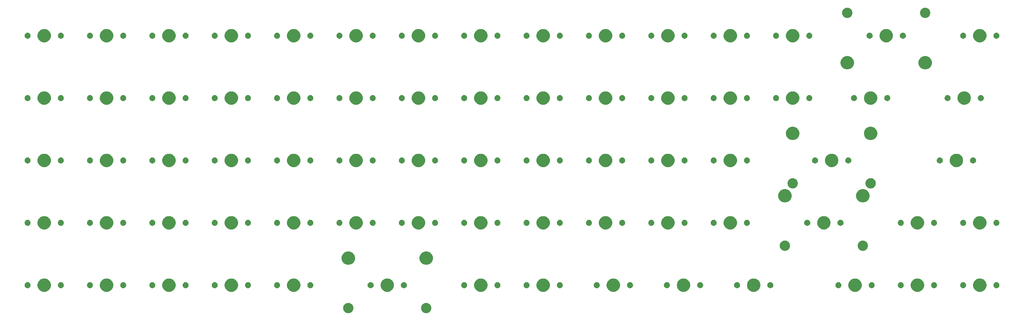
<source format=gts>
G04 #@! TF.GenerationSoftware,KiCad,Pcbnew,(5.1.4)-1*
G04 #@! TF.CreationDate,2022-05-28T20:25:51-07:00*
G04 #@! TF.ProjectId,bakeneko65ortho,62616b65-6e65-46b6-9f36-356f7274686f,rev?*
G04 #@! TF.SameCoordinates,Original*
G04 #@! TF.FileFunction,Soldermask,Top*
G04 #@! TF.FilePolarity,Negative*
%FSLAX46Y46*%
G04 Gerber Fmt 4.6, Leading zero omitted, Abs format (unit mm)*
G04 Created by KiCad (PCBNEW (5.1.4)-1) date 2022-05-28 20:25:51*
%MOMM*%
%LPD*%
G04 APERTURE LIST*
%ADD10C,0.100000*%
G04 APERTURE END LIST*
D10*
G36*
X120957267Y-104659013D02*
G01*
X121109411Y-104689276D01*
X121228137Y-104738454D01*
X121396041Y-104808002D01*
X121396042Y-104808003D01*
X121654004Y-104980367D01*
X121873383Y-105199746D01*
X121988553Y-105372111D01*
X122045748Y-105457709D01*
X122164474Y-105744340D01*
X122225000Y-106048625D01*
X122225000Y-106358875D01*
X122164474Y-106663160D01*
X122045748Y-106949791D01*
X122045747Y-106949792D01*
X121873383Y-107207754D01*
X121654004Y-107427133D01*
X121481639Y-107542303D01*
X121396041Y-107599498D01*
X121228137Y-107669046D01*
X121109411Y-107718224D01*
X120957267Y-107748487D01*
X120805125Y-107778750D01*
X120494875Y-107778750D01*
X120342733Y-107748487D01*
X120190589Y-107718224D01*
X120071863Y-107669046D01*
X119903959Y-107599498D01*
X119818361Y-107542303D01*
X119645996Y-107427133D01*
X119426617Y-107207754D01*
X119254253Y-106949792D01*
X119254252Y-106949791D01*
X119135526Y-106663160D01*
X119075000Y-106358875D01*
X119075000Y-106048625D01*
X119135526Y-105744340D01*
X119254252Y-105457709D01*
X119311447Y-105372111D01*
X119426617Y-105199746D01*
X119645996Y-104980367D01*
X119903958Y-104808003D01*
X119903959Y-104808002D01*
X120071863Y-104738454D01*
X120190589Y-104689276D01*
X120342733Y-104659013D01*
X120494875Y-104628750D01*
X120805125Y-104628750D01*
X120957267Y-104659013D01*
X120957267Y-104659013D01*
G37*
G36*
X97144767Y-104659013D02*
G01*
X97296911Y-104689276D01*
X97415637Y-104738454D01*
X97583541Y-104808002D01*
X97583542Y-104808003D01*
X97841504Y-104980367D01*
X98060883Y-105199746D01*
X98176053Y-105372111D01*
X98233248Y-105457709D01*
X98351974Y-105744340D01*
X98412500Y-106048625D01*
X98412500Y-106358875D01*
X98351974Y-106663160D01*
X98233248Y-106949791D01*
X98233247Y-106949792D01*
X98060883Y-107207754D01*
X97841504Y-107427133D01*
X97669139Y-107542303D01*
X97583541Y-107599498D01*
X97415637Y-107669046D01*
X97296911Y-107718224D01*
X97144767Y-107748487D01*
X96992625Y-107778750D01*
X96682375Y-107778750D01*
X96530233Y-107748487D01*
X96378089Y-107718224D01*
X96259363Y-107669046D01*
X96091459Y-107599498D01*
X96005861Y-107542303D01*
X95833496Y-107427133D01*
X95614117Y-107207754D01*
X95441753Y-106949792D01*
X95441752Y-106949791D01*
X95323026Y-106663160D01*
X95262500Y-106358875D01*
X95262500Y-106048625D01*
X95323026Y-105744340D01*
X95441752Y-105457709D01*
X95498947Y-105372111D01*
X95614117Y-105199746D01*
X95833496Y-104980367D01*
X96091458Y-104808003D01*
X96091459Y-104808002D01*
X96259363Y-104738454D01*
X96378089Y-104689276D01*
X96530233Y-104659013D01*
X96682375Y-104628750D01*
X96992625Y-104628750D01*
X97144767Y-104659013D01*
X97144767Y-104659013D01*
G37*
G36*
X290315224Y-97252434D02*
G01*
X290533224Y-97342733D01*
X290687373Y-97406583D01*
X291022298Y-97630373D01*
X291307127Y-97915202D01*
X291530917Y-98250127D01*
X291563312Y-98328336D01*
X291685066Y-98622276D01*
X291763650Y-99017344D01*
X291763650Y-99420156D01*
X291685066Y-99815224D01*
X291634201Y-99938022D01*
X291530917Y-100187373D01*
X291307127Y-100522298D01*
X291022298Y-100807127D01*
X290687373Y-101030917D01*
X290533224Y-101094767D01*
X290315224Y-101185066D01*
X289920156Y-101263650D01*
X289517344Y-101263650D01*
X289122276Y-101185066D01*
X288904276Y-101094767D01*
X288750127Y-101030917D01*
X288415202Y-100807127D01*
X288130373Y-100522298D01*
X287906583Y-100187373D01*
X287803299Y-99938022D01*
X287752434Y-99815224D01*
X287673850Y-99420156D01*
X287673850Y-99017344D01*
X287752434Y-98622276D01*
X287874188Y-98328336D01*
X287906583Y-98250127D01*
X288130373Y-97915202D01*
X288415202Y-97630373D01*
X288750127Y-97406583D01*
X288904276Y-97342733D01*
X289122276Y-97252434D01*
X289517344Y-97173850D01*
X289920156Y-97173850D01*
X290315224Y-97252434D01*
X290315224Y-97252434D01*
G37*
G36*
X4565224Y-97252434D02*
G01*
X4783224Y-97342733D01*
X4937373Y-97406583D01*
X5272298Y-97630373D01*
X5557127Y-97915202D01*
X5780917Y-98250127D01*
X5813312Y-98328336D01*
X5935066Y-98622276D01*
X6013650Y-99017344D01*
X6013650Y-99420156D01*
X5935066Y-99815224D01*
X5884201Y-99938022D01*
X5780917Y-100187373D01*
X5557127Y-100522298D01*
X5272298Y-100807127D01*
X4937373Y-101030917D01*
X4783224Y-101094767D01*
X4565224Y-101185066D01*
X4170156Y-101263650D01*
X3767344Y-101263650D01*
X3372276Y-101185066D01*
X3154276Y-101094767D01*
X3000127Y-101030917D01*
X2665202Y-100807127D01*
X2380373Y-100522298D01*
X2156583Y-100187373D01*
X2053299Y-99938022D01*
X2002434Y-99815224D01*
X1923850Y-99420156D01*
X1923850Y-99017344D01*
X2002434Y-98622276D01*
X2124188Y-98328336D01*
X2156583Y-98250127D01*
X2380373Y-97915202D01*
X2665202Y-97630373D01*
X3000127Y-97406583D01*
X3154276Y-97342733D01*
X3372276Y-97252434D01*
X3767344Y-97173850D01*
X4170156Y-97173850D01*
X4565224Y-97252434D01*
X4565224Y-97252434D01*
G37*
G36*
X271265224Y-97252434D02*
G01*
X271483224Y-97342733D01*
X271637373Y-97406583D01*
X271972298Y-97630373D01*
X272257127Y-97915202D01*
X272480917Y-98250127D01*
X272513312Y-98328336D01*
X272635066Y-98622276D01*
X272713650Y-99017344D01*
X272713650Y-99420156D01*
X272635066Y-99815224D01*
X272584201Y-99938022D01*
X272480917Y-100187373D01*
X272257127Y-100522298D01*
X271972298Y-100807127D01*
X271637373Y-101030917D01*
X271483224Y-101094767D01*
X271265224Y-101185066D01*
X270870156Y-101263650D01*
X270467344Y-101263650D01*
X270072276Y-101185066D01*
X269854276Y-101094767D01*
X269700127Y-101030917D01*
X269365202Y-100807127D01*
X269080373Y-100522298D01*
X268856583Y-100187373D01*
X268753299Y-99938022D01*
X268702434Y-99815224D01*
X268623850Y-99420156D01*
X268623850Y-99017344D01*
X268702434Y-98622276D01*
X268824188Y-98328336D01*
X268856583Y-98250127D01*
X269080373Y-97915202D01*
X269365202Y-97630373D01*
X269700127Y-97406583D01*
X269854276Y-97342733D01*
X270072276Y-97252434D01*
X270467344Y-97173850D01*
X270870156Y-97173850D01*
X271265224Y-97252434D01*
X271265224Y-97252434D01*
G37*
G36*
X252215224Y-97252434D02*
G01*
X252433224Y-97342733D01*
X252587373Y-97406583D01*
X252922298Y-97630373D01*
X253207127Y-97915202D01*
X253430917Y-98250127D01*
X253463312Y-98328336D01*
X253585066Y-98622276D01*
X253663650Y-99017344D01*
X253663650Y-99420156D01*
X253585066Y-99815224D01*
X253534201Y-99938022D01*
X253430917Y-100187373D01*
X253207127Y-100522298D01*
X252922298Y-100807127D01*
X252587373Y-101030917D01*
X252433224Y-101094767D01*
X252215224Y-101185066D01*
X251820156Y-101263650D01*
X251417344Y-101263650D01*
X251022276Y-101185066D01*
X250804276Y-101094767D01*
X250650127Y-101030917D01*
X250315202Y-100807127D01*
X250030373Y-100522298D01*
X249806583Y-100187373D01*
X249703299Y-99938022D01*
X249652434Y-99815224D01*
X249573850Y-99420156D01*
X249573850Y-99017344D01*
X249652434Y-98622276D01*
X249774188Y-98328336D01*
X249806583Y-98250127D01*
X250030373Y-97915202D01*
X250315202Y-97630373D01*
X250650127Y-97406583D01*
X250804276Y-97342733D01*
X251022276Y-97252434D01*
X251417344Y-97173850D01*
X251820156Y-97173850D01*
X252215224Y-97252434D01*
X252215224Y-97252434D01*
G37*
G36*
X23615224Y-97252434D02*
G01*
X23833224Y-97342733D01*
X23987373Y-97406583D01*
X24322298Y-97630373D01*
X24607127Y-97915202D01*
X24830917Y-98250127D01*
X24863312Y-98328336D01*
X24985066Y-98622276D01*
X25063650Y-99017344D01*
X25063650Y-99420156D01*
X24985066Y-99815224D01*
X24934201Y-99938022D01*
X24830917Y-100187373D01*
X24607127Y-100522298D01*
X24322298Y-100807127D01*
X23987373Y-101030917D01*
X23833224Y-101094767D01*
X23615224Y-101185066D01*
X23220156Y-101263650D01*
X22817344Y-101263650D01*
X22422276Y-101185066D01*
X22204276Y-101094767D01*
X22050127Y-101030917D01*
X21715202Y-100807127D01*
X21430373Y-100522298D01*
X21206583Y-100187373D01*
X21103299Y-99938022D01*
X21052434Y-99815224D01*
X20973850Y-99420156D01*
X20973850Y-99017344D01*
X21052434Y-98622276D01*
X21174188Y-98328336D01*
X21206583Y-98250127D01*
X21430373Y-97915202D01*
X21715202Y-97630373D01*
X22050127Y-97406583D01*
X22204276Y-97342733D01*
X22422276Y-97252434D01*
X22817344Y-97173850D01*
X23220156Y-97173850D01*
X23615224Y-97252434D01*
X23615224Y-97252434D01*
G37*
G36*
X221258974Y-97252434D02*
G01*
X221476974Y-97342733D01*
X221631123Y-97406583D01*
X221966048Y-97630373D01*
X222250877Y-97915202D01*
X222474667Y-98250127D01*
X222507062Y-98328336D01*
X222628816Y-98622276D01*
X222707400Y-99017344D01*
X222707400Y-99420156D01*
X222628816Y-99815224D01*
X222577951Y-99938022D01*
X222474667Y-100187373D01*
X222250877Y-100522298D01*
X221966048Y-100807127D01*
X221631123Y-101030917D01*
X221476974Y-101094767D01*
X221258974Y-101185066D01*
X220863906Y-101263650D01*
X220461094Y-101263650D01*
X220066026Y-101185066D01*
X219848026Y-101094767D01*
X219693877Y-101030917D01*
X219358952Y-100807127D01*
X219074123Y-100522298D01*
X218850333Y-100187373D01*
X218747049Y-99938022D01*
X218696184Y-99815224D01*
X218617600Y-99420156D01*
X218617600Y-99017344D01*
X218696184Y-98622276D01*
X218817938Y-98328336D01*
X218850333Y-98250127D01*
X219074123Y-97915202D01*
X219358952Y-97630373D01*
X219693877Y-97406583D01*
X219848026Y-97342733D01*
X220066026Y-97252434D01*
X220461094Y-97173850D01*
X220863906Y-97173850D01*
X221258974Y-97252434D01*
X221258974Y-97252434D01*
G37*
G36*
X199827724Y-97252434D02*
G01*
X200045724Y-97342733D01*
X200199873Y-97406583D01*
X200534798Y-97630373D01*
X200819627Y-97915202D01*
X201043417Y-98250127D01*
X201075812Y-98328336D01*
X201197566Y-98622276D01*
X201276150Y-99017344D01*
X201276150Y-99420156D01*
X201197566Y-99815224D01*
X201146701Y-99938022D01*
X201043417Y-100187373D01*
X200819627Y-100522298D01*
X200534798Y-100807127D01*
X200199873Y-101030917D01*
X200045724Y-101094767D01*
X199827724Y-101185066D01*
X199432656Y-101263650D01*
X199029844Y-101263650D01*
X198634776Y-101185066D01*
X198416776Y-101094767D01*
X198262627Y-101030917D01*
X197927702Y-100807127D01*
X197642873Y-100522298D01*
X197419083Y-100187373D01*
X197315799Y-99938022D01*
X197264934Y-99815224D01*
X197186350Y-99420156D01*
X197186350Y-99017344D01*
X197264934Y-98622276D01*
X197386688Y-98328336D01*
X197419083Y-98250127D01*
X197642873Y-97915202D01*
X197927702Y-97630373D01*
X198262627Y-97406583D01*
X198416776Y-97342733D01*
X198634776Y-97252434D01*
X199029844Y-97173850D01*
X199432656Y-97173850D01*
X199827724Y-97252434D01*
X199827724Y-97252434D01*
G37*
G36*
X178396474Y-97252434D02*
G01*
X178614474Y-97342733D01*
X178768623Y-97406583D01*
X179103548Y-97630373D01*
X179388377Y-97915202D01*
X179612167Y-98250127D01*
X179644562Y-98328336D01*
X179766316Y-98622276D01*
X179844900Y-99017344D01*
X179844900Y-99420156D01*
X179766316Y-99815224D01*
X179715451Y-99938022D01*
X179612167Y-100187373D01*
X179388377Y-100522298D01*
X179103548Y-100807127D01*
X178768623Y-101030917D01*
X178614474Y-101094767D01*
X178396474Y-101185066D01*
X178001406Y-101263650D01*
X177598594Y-101263650D01*
X177203526Y-101185066D01*
X176985526Y-101094767D01*
X176831377Y-101030917D01*
X176496452Y-100807127D01*
X176211623Y-100522298D01*
X175987833Y-100187373D01*
X175884549Y-99938022D01*
X175833684Y-99815224D01*
X175755100Y-99420156D01*
X175755100Y-99017344D01*
X175833684Y-98622276D01*
X175955438Y-98328336D01*
X175987833Y-98250127D01*
X176211623Y-97915202D01*
X176496452Y-97630373D01*
X176831377Y-97406583D01*
X176985526Y-97342733D01*
X177203526Y-97252434D01*
X177598594Y-97173850D01*
X178001406Y-97173850D01*
X178396474Y-97252434D01*
X178396474Y-97252434D01*
G37*
G36*
X61715224Y-97252434D02*
G01*
X61933224Y-97342733D01*
X62087373Y-97406583D01*
X62422298Y-97630373D01*
X62707127Y-97915202D01*
X62930917Y-98250127D01*
X62963312Y-98328336D01*
X63085066Y-98622276D01*
X63163650Y-99017344D01*
X63163650Y-99420156D01*
X63085066Y-99815224D01*
X63034201Y-99938022D01*
X62930917Y-100187373D01*
X62707127Y-100522298D01*
X62422298Y-100807127D01*
X62087373Y-101030917D01*
X61933224Y-101094767D01*
X61715224Y-101185066D01*
X61320156Y-101263650D01*
X60917344Y-101263650D01*
X60522276Y-101185066D01*
X60304276Y-101094767D01*
X60150127Y-101030917D01*
X59815202Y-100807127D01*
X59530373Y-100522298D01*
X59306583Y-100187373D01*
X59203299Y-99938022D01*
X59152434Y-99815224D01*
X59073850Y-99420156D01*
X59073850Y-99017344D01*
X59152434Y-98622276D01*
X59274188Y-98328336D01*
X59306583Y-98250127D01*
X59530373Y-97915202D01*
X59815202Y-97630373D01*
X60150127Y-97406583D01*
X60304276Y-97342733D01*
X60522276Y-97252434D01*
X60917344Y-97173850D01*
X61320156Y-97173850D01*
X61715224Y-97252434D01*
X61715224Y-97252434D01*
G37*
G36*
X156965224Y-97252434D02*
G01*
X157183224Y-97342733D01*
X157337373Y-97406583D01*
X157672298Y-97630373D01*
X157957127Y-97915202D01*
X158180917Y-98250127D01*
X158213312Y-98328336D01*
X158335066Y-98622276D01*
X158413650Y-99017344D01*
X158413650Y-99420156D01*
X158335066Y-99815224D01*
X158284201Y-99938022D01*
X158180917Y-100187373D01*
X157957127Y-100522298D01*
X157672298Y-100807127D01*
X157337373Y-101030917D01*
X157183224Y-101094767D01*
X156965224Y-101185066D01*
X156570156Y-101263650D01*
X156167344Y-101263650D01*
X155772276Y-101185066D01*
X155554276Y-101094767D01*
X155400127Y-101030917D01*
X155065202Y-100807127D01*
X154780373Y-100522298D01*
X154556583Y-100187373D01*
X154453299Y-99938022D01*
X154402434Y-99815224D01*
X154323850Y-99420156D01*
X154323850Y-99017344D01*
X154402434Y-98622276D01*
X154524188Y-98328336D01*
X154556583Y-98250127D01*
X154780373Y-97915202D01*
X155065202Y-97630373D01*
X155400127Y-97406583D01*
X155554276Y-97342733D01*
X155772276Y-97252434D01*
X156167344Y-97173850D01*
X156570156Y-97173850D01*
X156965224Y-97252434D01*
X156965224Y-97252434D01*
G37*
G36*
X80765224Y-97252434D02*
G01*
X80983224Y-97342733D01*
X81137373Y-97406583D01*
X81472298Y-97630373D01*
X81757127Y-97915202D01*
X81980917Y-98250127D01*
X82013312Y-98328336D01*
X82135066Y-98622276D01*
X82213650Y-99017344D01*
X82213650Y-99420156D01*
X82135066Y-99815224D01*
X82084201Y-99938022D01*
X81980917Y-100187373D01*
X81757127Y-100522298D01*
X81472298Y-100807127D01*
X81137373Y-101030917D01*
X80983224Y-101094767D01*
X80765224Y-101185066D01*
X80370156Y-101263650D01*
X79967344Y-101263650D01*
X79572276Y-101185066D01*
X79354276Y-101094767D01*
X79200127Y-101030917D01*
X78865202Y-100807127D01*
X78580373Y-100522298D01*
X78356583Y-100187373D01*
X78253299Y-99938022D01*
X78202434Y-99815224D01*
X78123850Y-99420156D01*
X78123850Y-99017344D01*
X78202434Y-98622276D01*
X78324188Y-98328336D01*
X78356583Y-98250127D01*
X78580373Y-97915202D01*
X78865202Y-97630373D01*
X79200127Y-97406583D01*
X79354276Y-97342733D01*
X79572276Y-97252434D01*
X79967344Y-97173850D01*
X80370156Y-97173850D01*
X80765224Y-97252434D01*
X80765224Y-97252434D01*
G37*
G36*
X137915224Y-97252434D02*
G01*
X138133224Y-97342733D01*
X138287373Y-97406583D01*
X138622298Y-97630373D01*
X138907127Y-97915202D01*
X139130917Y-98250127D01*
X139163312Y-98328336D01*
X139285066Y-98622276D01*
X139363650Y-99017344D01*
X139363650Y-99420156D01*
X139285066Y-99815224D01*
X139234201Y-99938022D01*
X139130917Y-100187373D01*
X138907127Y-100522298D01*
X138622298Y-100807127D01*
X138287373Y-101030917D01*
X138133224Y-101094767D01*
X137915224Y-101185066D01*
X137520156Y-101263650D01*
X137117344Y-101263650D01*
X136722276Y-101185066D01*
X136504276Y-101094767D01*
X136350127Y-101030917D01*
X136015202Y-100807127D01*
X135730373Y-100522298D01*
X135506583Y-100187373D01*
X135403299Y-99938022D01*
X135352434Y-99815224D01*
X135273850Y-99420156D01*
X135273850Y-99017344D01*
X135352434Y-98622276D01*
X135474188Y-98328336D01*
X135506583Y-98250127D01*
X135730373Y-97915202D01*
X136015202Y-97630373D01*
X136350127Y-97406583D01*
X136504276Y-97342733D01*
X136722276Y-97252434D01*
X137117344Y-97173850D01*
X137520156Y-97173850D01*
X137915224Y-97252434D01*
X137915224Y-97252434D01*
G37*
G36*
X42665224Y-97252434D02*
G01*
X42883224Y-97342733D01*
X43037373Y-97406583D01*
X43372298Y-97630373D01*
X43657127Y-97915202D01*
X43880917Y-98250127D01*
X43913312Y-98328336D01*
X44035066Y-98622276D01*
X44113650Y-99017344D01*
X44113650Y-99420156D01*
X44035066Y-99815224D01*
X43984201Y-99938022D01*
X43880917Y-100187373D01*
X43657127Y-100522298D01*
X43372298Y-100807127D01*
X43037373Y-101030917D01*
X42883224Y-101094767D01*
X42665224Y-101185066D01*
X42270156Y-101263650D01*
X41867344Y-101263650D01*
X41472276Y-101185066D01*
X41254276Y-101094767D01*
X41100127Y-101030917D01*
X40765202Y-100807127D01*
X40480373Y-100522298D01*
X40256583Y-100187373D01*
X40153299Y-99938022D01*
X40102434Y-99815224D01*
X40023850Y-99420156D01*
X40023850Y-99017344D01*
X40102434Y-98622276D01*
X40224188Y-98328336D01*
X40256583Y-98250127D01*
X40480373Y-97915202D01*
X40765202Y-97630373D01*
X41100127Y-97406583D01*
X41254276Y-97342733D01*
X41472276Y-97252434D01*
X41867344Y-97173850D01*
X42270156Y-97173850D01*
X42665224Y-97252434D01*
X42665224Y-97252434D01*
G37*
G36*
X109340224Y-97252434D02*
G01*
X109558224Y-97342733D01*
X109712373Y-97406583D01*
X110047298Y-97630373D01*
X110332127Y-97915202D01*
X110555917Y-98250127D01*
X110588312Y-98328336D01*
X110710066Y-98622276D01*
X110788650Y-99017344D01*
X110788650Y-99420156D01*
X110710066Y-99815224D01*
X110659201Y-99938022D01*
X110555917Y-100187373D01*
X110332127Y-100522298D01*
X110047298Y-100807127D01*
X109712373Y-101030917D01*
X109558224Y-101094767D01*
X109340224Y-101185066D01*
X108945156Y-101263650D01*
X108542344Y-101263650D01*
X108147276Y-101185066D01*
X107929276Y-101094767D01*
X107775127Y-101030917D01*
X107440202Y-100807127D01*
X107155373Y-100522298D01*
X106931583Y-100187373D01*
X106828299Y-99938022D01*
X106777434Y-99815224D01*
X106698850Y-99420156D01*
X106698850Y-99017344D01*
X106777434Y-98622276D01*
X106899188Y-98328336D01*
X106931583Y-98250127D01*
X107155373Y-97915202D01*
X107440202Y-97630373D01*
X107775127Y-97406583D01*
X107929276Y-97342733D01*
X108147276Y-97252434D01*
X108542344Y-97173850D01*
X108945156Y-97173850D01*
X109340224Y-97252434D01*
X109340224Y-97252434D01*
G37*
G36*
X276018854Y-98328335D02*
G01*
X276187376Y-98398139D01*
X276339041Y-98499478D01*
X276468022Y-98628459D01*
X276569361Y-98780124D01*
X276639165Y-98948646D01*
X276674750Y-99127547D01*
X276674750Y-99309953D01*
X276639165Y-99488854D01*
X276569361Y-99657376D01*
X276468022Y-99809041D01*
X276339041Y-99938022D01*
X276187376Y-100039361D01*
X276018854Y-100109165D01*
X275839953Y-100144750D01*
X275657547Y-100144750D01*
X275478646Y-100109165D01*
X275310124Y-100039361D01*
X275158459Y-99938022D01*
X275029478Y-99809041D01*
X274928139Y-99657376D01*
X274858335Y-99488854D01*
X274822750Y-99309953D01*
X274822750Y-99127547D01*
X274858335Y-98948646D01*
X274928139Y-98780124D01*
X275029478Y-98628459D01*
X275158459Y-98499478D01*
X275310124Y-98398139D01*
X275478646Y-98328335D01*
X275657547Y-98292750D01*
X275839953Y-98292750D01*
X276018854Y-98328335D01*
X276018854Y-98328335D01*
G37*
G36*
X246808854Y-98328335D02*
G01*
X246977376Y-98398139D01*
X247129041Y-98499478D01*
X247258022Y-98628459D01*
X247359361Y-98780124D01*
X247429165Y-98948646D01*
X247464750Y-99127547D01*
X247464750Y-99309953D01*
X247429165Y-99488854D01*
X247359361Y-99657376D01*
X247258022Y-99809041D01*
X247129041Y-99938022D01*
X246977376Y-100039361D01*
X246808854Y-100109165D01*
X246629953Y-100144750D01*
X246447547Y-100144750D01*
X246268646Y-100109165D01*
X246100124Y-100039361D01*
X245948459Y-99938022D01*
X245819478Y-99809041D01*
X245718139Y-99657376D01*
X245648335Y-99488854D01*
X245612750Y-99309953D01*
X245612750Y-99127547D01*
X245648335Y-98948646D01*
X245718139Y-98780124D01*
X245819478Y-98628459D01*
X245948459Y-98499478D01*
X246100124Y-98398139D01*
X246268646Y-98328335D01*
X246447547Y-98292750D01*
X246629953Y-98292750D01*
X246808854Y-98328335D01*
X246808854Y-98328335D01*
G37*
G36*
X256968854Y-98328335D02*
G01*
X257137376Y-98398139D01*
X257289041Y-98499478D01*
X257418022Y-98628459D01*
X257519361Y-98780124D01*
X257589165Y-98948646D01*
X257624750Y-99127547D01*
X257624750Y-99309953D01*
X257589165Y-99488854D01*
X257519361Y-99657376D01*
X257418022Y-99809041D01*
X257289041Y-99938022D01*
X257137376Y-100039361D01*
X256968854Y-100109165D01*
X256789953Y-100144750D01*
X256607547Y-100144750D01*
X256428646Y-100109165D01*
X256260124Y-100039361D01*
X256108459Y-99938022D01*
X255979478Y-99809041D01*
X255878139Y-99657376D01*
X255808335Y-99488854D01*
X255772750Y-99309953D01*
X255772750Y-99127547D01*
X255808335Y-98948646D01*
X255878139Y-98780124D01*
X255979478Y-98628459D01*
X256108459Y-98499478D01*
X256260124Y-98398139D01*
X256428646Y-98328335D01*
X256607547Y-98292750D01*
X256789953Y-98292750D01*
X256968854Y-98328335D01*
X256968854Y-98328335D01*
G37*
G36*
X215852604Y-98328335D02*
G01*
X216021126Y-98398139D01*
X216172791Y-98499478D01*
X216301772Y-98628459D01*
X216403111Y-98780124D01*
X216472915Y-98948646D01*
X216508500Y-99127547D01*
X216508500Y-99309953D01*
X216472915Y-99488854D01*
X216403111Y-99657376D01*
X216301772Y-99809041D01*
X216172791Y-99938022D01*
X216021126Y-100039361D01*
X215852604Y-100109165D01*
X215673703Y-100144750D01*
X215491297Y-100144750D01*
X215312396Y-100109165D01*
X215143874Y-100039361D01*
X214992209Y-99938022D01*
X214863228Y-99809041D01*
X214761889Y-99657376D01*
X214692085Y-99488854D01*
X214656500Y-99309953D01*
X214656500Y-99127547D01*
X214692085Y-98948646D01*
X214761889Y-98780124D01*
X214863228Y-98628459D01*
X214992209Y-98499478D01*
X215143874Y-98398139D01*
X215312396Y-98328335D01*
X215491297Y-98292750D01*
X215673703Y-98292750D01*
X215852604Y-98328335D01*
X215852604Y-98328335D01*
G37*
G36*
X226012604Y-98328335D02*
G01*
X226181126Y-98398139D01*
X226332791Y-98499478D01*
X226461772Y-98628459D01*
X226563111Y-98780124D01*
X226632915Y-98948646D01*
X226668500Y-99127547D01*
X226668500Y-99309953D01*
X226632915Y-99488854D01*
X226563111Y-99657376D01*
X226461772Y-99809041D01*
X226332791Y-99938022D01*
X226181126Y-100039361D01*
X226012604Y-100109165D01*
X225833703Y-100144750D01*
X225651297Y-100144750D01*
X225472396Y-100109165D01*
X225303874Y-100039361D01*
X225152209Y-99938022D01*
X225023228Y-99809041D01*
X224921889Y-99657376D01*
X224852085Y-99488854D01*
X224816500Y-99309953D01*
X224816500Y-99127547D01*
X224852085Y-98948646D01*
X224921889Y-98780124D01*
X225023228Y-98628459D01*
X225152209Y-98499478D01*
X225303874Y-98398139D01*
X225472396Y-98328335D01*
X225651297Y-98292750D01*
X225833703Y-98292750D01*
X226012604Y-98328335D01*
X226012604Y-98328335D01*
G37*
G36*
X103933854Y-98328335D02*
G01*
X104102376Y-98398139D01*
X104254041Y-98499478D01*
X104383022Y-98628459D01*
X104484361Y-98780124D01*
X104554165Y-98948646D01*
X104589750Y-99127547D01*
X104589750Y-99309953D01*
X104554165Y-99488854D01*
X104484361Y-99657376D01*
X104383022Y-99809041D01*
X104254041Y-99938022D01*
X104102376Y-100039361D01*
X103933854Y-100109165D01*
X103754953Y-100144750D01*
X103572547Y-100144750D01*
X103393646Y-100109165D01*
X103225124Y-100039361D01*
X103073459Y-99938022D01*
X102944478Y-99809041D01*
X102843139Y-99657376D01*
X102773335Y-99488854D01*
X102737750Y-99309953D01*
X102737750Y-99127547D01*
X102773335Y-98948646D01*
X102843139Y-98780124D01*
X102944478Y-98628459D01*
X103073459Y-98499478D01*
X103225124Y-98398139D01*
X103393646Y-98328335D01*
X103572547Y-98292750D01*
X103754953Y-98292750D01*
X103933854Y-98328335D01*
X103933854Y-98328335D01*
G37*
G36*
X204581354Y-98328335D02*
G01*
X204749876Y-98398139D01*
X204901541Y-98499478D01*
X205030522Y-98628459D01*
X205131861Y-98780124D01*
X205201665Y-98948646D01*
X205237250Y-99127547D01*
X205237250Y-99309953D01*
X205201665Y-99488854D01*
X205131861Y-99657376D01*
X205030522Y-99809041D01*
X204901541Y-99938022D01*
X204749876Y-100039361D01*
X204581354Y-100109165D01*
X204402453Y-100144750D01*
X204220047Y-100144750D01*
X204041146Y-100109165D01*
X203872624Y-100039361D01*
X203720959Y-99938022D01*
X203591978Y-99809041D01*
X203490639Y-99657376D01*
X203420835Y-99488854D01*
X203385250Y-99309953D01*
X203385250Y-99127547D01*
X203420835Y-98948646D01*
X203490639Y-98780124D01*
X203591978Y-98628459D01*
X203720959Y-98499478D01*
X203872624Y-98398139D01*
X204041146Y-98328335D01*
X204220047Y-98292750D01*
X204402453Y-98292750D01*
X204581354Y-98328335D01*
X204581354Y-98328335D01*
G37*
G36*
X172990104Y-98328335D02*
G01*
X173158626Y-98398139D01*
X173310291Y-98499478D01*
X173439272Y-98628459D01*
X173540611Y-98780124D01*
X173610415Y-98948646D01*
X173646000Y-99127547D01*
X173646000Y-99309953D01*
X173610415Y-99488854D01*
X173540611Y-99657376D01*
X173439272Y-99809041D01*
X173310291Y-99938022D01*
X173158626Y-100039361D01*
X172990104Y-100109165D01*
X172811203Y-100144750D01*
X172628797Y-100144750D01*
X172449896Y-100109165D01*
X172281374Y-100039361D01*
X172129709Y-99938022D01*
X172000728Y-99809041D01*
X171899389Y-99657376D01*
X171829585Y-99488854D01*
X171794000Y-99309953D01*
X171794000Y-99127547D01*
X171829585Y-98948646D01*
X171899389Y-98780124D01*
X172000728Y-98628459D01*
X172129709Y-98499478D01*
X172281374Y-98398139D01*
X172449896Y-98328335D01*
X172628797Y-98292750D01*
X172811203Y-98292750D01*
X172990104Y-98328335D01*
X172990104Y-98328335D01*
G37*
G36*
X183150104Y-98328335D02*
G01*
X183318626Y-98398139D01*
X183470291Y-98499478D01*
X183599272Y-98628459D01*
X183700611Y-98780124D01*
X183770415Y-98948646D01*
X183806000Y-99127547D01*
X183806000Y-99309953D01*
X183770415Y-99488854D01*
X183700611Y-99657376D01*
X183599272Y-99809041D01*
X183470291Y-99938022D01*
X183318626Y-100039361D01*
X183150104Y-100109165D01*
X182971203Y-100144750D01*
X182788797Y-100144750D01*
X182609896Y-100109165D01*
X182441374Y-100039361D01*
X182289709Y-99938022D01*
X182160728Y-99809041D01*
X182059389Y-99657376D01*
X181989585Y-99488854D01*
X181954000Y-99309953D01*
X181954000Y-99127547D01*
X181989585Y-98948646D01*
X182059389Y-98780124D01*
X182160728Y-98628459D01*
X182289709Y-98499478D01*
X182441374Y-98398139D01*
X182609896Y-98328335D01*
X182788797Y-98292750D01*
X182971203Y-98292750D01*
X183150104Y-98328335D01*
X183150104Y-98328335D01*
G37*
G36*
X151558854Y-98328335D02*
G01*
X151727376Y-98398139D01*
X151879041Y-98499478D01*
X152008022Y-98628459D01*
X152109361Y-98780124D01*
X152179165Y-98948646D01*
X152214750Y-99127547D01*
X152214750Y-99309953D01*
X152179165Y-99488854D01*
X152109361Y-99657376D01*
X152008022Y-99809041D01*
X151879041Y-99938022D01*
X151727376Y-100039361D01*
X151558854Y-100109165D01*
X151379953Y-100144750D01*
X151197547Y-100144750D01*
X151018646Y-100109165D01*
X150850124Y-100039361D01*
X150698459Y-99938022D01*
X150569478Y-99809041D01*
X150468139Y-99657376D01*
X150398335Y-99488854D01*
X150362750Y-99309953D01*
X150362750Y-99127547D01*
X150398335Y-98948646D01*
X150468139Y-98780124D01*
X150569478Y-98628459D01*
X150698459Y-98499478D01*
X150850124Y-98398139D01*
X151018646Y-98328335D01*
X151197547Y-98292750D01*
X151379953Y-98292750D01*
X151558854Y-98328335D01*
X151558854Y-98328335D01*
G37*
G36*
X161718854Y-98328335D02*
G01*
X161887376Y-98398139D01*
X162039041Y-98499478D01*
X162168022Y-98628459D01*
X162269361Y-98780124D01*
X162339165Y-98948646D01*
X162374750Y-99127547D01*
X162374750Y-99309953D01*
X162339165Y-99488854D01*
X162269361Y-99657376D01*
X162168022Y-99809041D01*
X162039041Y-99938022D01*
X161887376Y-100039361D01*
X161718854Y-100109165D01*
X161539953Y-100144750D01*
X161357547Y-100144750D01*
X161178646Y-100109165D01*
X161010124Y-100039361D01*
X160858459Y-99938022D01*
X160729478Y-99809041D01*
X160628139Y-99657376D01*
X160558335Y-99488854D01*
X160522750Y-99309953D01*
X160522750Y-99127547D01*
X160558335Y-98948646D01*
X160628139Y-98780124D01*
X160729478Y-98628459D01*
X160858459Y-98499478D01*
X161010124Y-98398139D01*
X161178646Y-98328335D01*
X161357547Y-98292750D01*
X161539953Y-98292750D01*
X161718854Y-98328335D01*
X161718854Y-98328335D01*
G37*
G36*
X132508854Y-98328335D02*
G01*
X132677376Y-98398139D01*
X132829041Y-98499478D01*
X132958022Y-98628459D01*
X133059361Y-98780124D01*
X133129165Y-98948646D01*
X133164750Y-99127547D01*
X133164750Y-99309953D01*
X133129165Y-99488854D01*
X133059361Y-99657376D01*
X132958022Y-99809041D01*
X132829041Y-99938022D01*
X132677376Y-100039361D01*
X132508854Y-100109165D01*
X132329953Y-100144750D01*
X132147547Y-100144750D01*
X131968646Y-100109165D01*
X131800124Y-100039361D01*
X131648459Y-99938022D01*
X131519478Y-99809041D01*
X131418139Y-99657376D01*
X131348335Y-99488854D01*
X131312750Y-99309953D01*
X131312750Y-99127547D01*
X131348335Y-98948646D01*
X131418139Y-98780124D01*
X131519478Y-98628459D01*
X131648459Y-98499478D01*
X131800124Y-98398139D01*
X131968646Y-98328335D01*
X132147547Y-98292750D01*
X132329953Y-98292750D01*
X132508854Y-98328335D01*
X132508854Y-98328335D01*
G37*
G36*
X142668854Y-98328335D02*
G01*
X142837376Y-98398139D01*
X142989041Y-98499478D01*
X143118022Y-98628459D01*
X143219361Y-98780124D01*
X143289165Y-98948646D01*
X143324750Y-99127547D01*
X143324750Y-99309953D01*
X143289165Y-99488854D01*
X143219361Y-99657376D01*
X143118022Y-99809041D01*
X142989041Y-99938022D01*
X142837376Y-100039361D01*
X142668854Y-100109165D01*
X142489953Y-100144750D01*
X142307547Y-100144750D01*
X142128646Y-100109165D01*
X141960124Y-100039361D01*
X141808459Y-99938022D01*
X141679478Y-99809041D01*
X141578139Y-99657376D01*
X141508335Y-99488854D01*
X141472750Y-99309953D01*
X141472750Y-99127547D01*
X141508335Y-98948646D01*
X141578139Y-98780124D01*
X141679478Y-98628459D01*
X141808459Y-98499478D01*
X141960124Y-98398139D01*
X142128646Y-98328335D01*
X142307547Y-98292750D01*
X142489953Y-98292750D01*
X142668854Y-98328335D01*
X142668854Y-98328335D01*
G37*
G36*
X194421354Y-98328335D02*
G01*
X194589876Y-98398139D01*
X194741541Y-98499478D01*
X194870522Y-98628459D01*
X194971861Y-98780124D01*
X195041665Y-98948646D01*
X195077250Y-99127547D01*
X195077250Y-99309953D01*
X195041665Y-99488854D01*
X194971861Y-99657376D01*
X194870522Y-99809041D01*
X194741541Y-99938022D01*
X194589876Y-100039361D01*
X194421354Y-100109165D01*
X194242453Y-100144750D01*
X194060047Y-100144750D01*
X193881146Y-100109165D01*
X193712624Y-100039361D01*
X193560959Y-99938022D01*
X193431978Y-99809041D01*
X193330639Y-99657376D01*
X193260835Y-99488854D01*
X193225250Y-99309953D01*
X193225250Y-99127547D01*
X193260835Y-98948646D01*
X193330639Y-98780124D01*
X193431978Y-98628459D01*
X193560959Y-98499478D01*
X193712624Y-98398139D01*
X193881146Y-98328335D01*
X194060047Y-98292750D01*
X194242453Y-98292750D01*
X194421354Y-98328335D01*
X194421354Y-98328335D01*
G37*
G36*
X295068854Y-98328335D02*
G01*
X295237376Y-98398139D01*
X295389041Y-98499478D01*
X295518022Y-98628459D01*
X295619361Y-98780124D01*
X295689165Y-98948646D01*
X295724750Y-99127547D01*
X295724750Y-99309953D01*
X295689165Y-99488854D01*
X295619361Y-99657376D01*
X295518022Y-99809041D01*
X295389041Y-99938022D01*
X295237376Y-100039361D01*
X295068854Y-100109165D01*
X294889953Y-100144750D01*
X294707547Y-100144750D01*
X294528646Y-100109165D01*
X294360124Y-100039361D01*
X294208459Y-99938022D01*
X294079478Y-99809041D01*
X293978139Y-99657376D01*
X293908335Y-99488854D01*
X293872750Y-99309953D01*
X293872750Y-99127547D01*
X293908335Y-98948646D01*
X293978139Y-98780124D01*
X294079478Y-98628459D01*
X294208459Y-98499478D01*
X294360124Y-98398139D01*
X294528646Y-98328335D01*
X294707547Y-98292750D01*
X294889953Y-98292750D01*
X295068854Y-98328335D01*
X295068854Y-98328335D01*
G37*
G36*
X114093854Y-98328335D02*
G01*
X114262376Y-98398139D01*
X114414041Y-98499478D01*
X114543022Y-98628459D01*
X114644361Y-98780124D01*
X114714165Y-98948646D01*
X114749750Y-99127547D01*
X114749750Y-99309953D01*
X114714165Y-99488854D01*
X114644361Y-99657376D01*
X114543022Y-99809041D01*
X114414041Y-99938022D01*
X114262376Y-100039361D01*
X114093854Y-100109165D01*
X113914953Y-100144750D01*
X113732547Y-100144750D01*
X113553646Y-100109165D01*
X113385124Y-100039361D01*
X113233459Y-99938022D01*
X113104478Y-99809041D01*
X113003139Y-99657376D01*
X112933335Y-99488854D01*
X112897750Y-99309953D01*
X112897750Y-99127547D01*
X112933335Y-98948646D01*
X113003139Y-98780124D01*
X113104478Y-98628459D01*
X113233459Y-98499478D01*
X113385124Y-98398139D01*
X113553646Y-98328335D01*
X113732547Y-98292750D01*
X113914953Y-98292750D01*
X114093854Y-98328335D01*
X114093854Y-98328335D01*
G37*
G36*
X85518854Y-98328335D02*
G01*
X85687376Y-98398139D01*
X85839041Y-98499478D01*
X85968022Y-98628459D01*
X86069361Y-98780124D01*
X86139165Y-98948646D01*
X86174750Y-99127547D01*
X86174750Y-99309953D01*
X86139165Y-99488854D01*
X86069361Y-99657376D01*
X85968022Y-99809041D01*
X85839041Y-99938022D01*
X85687376Y-100039361D01*
X85518854Y-100109165D01*
X85339953Y-100144750D01*
X85157547Y-100144750D01*
X84978646Y-100109165D01*
X84810124Y-100039361D01*
X84658459Y-99938022D01*
X84529478Y-99809041D01*
X84428139Y-99657376D01*
X84358335Y-99488854D01*
X84322750Y-99309953D01*
X84322750Y-99127547D01*
X84358335Y-98948646D01*
X84428139Y-98780124D01*
X84529478Y-98628459D01*
X84658459Y-98499478D01*
X84810124Y-98398139D01*
X84978646Y-98328335D01*
X85157547Y-98292750D01*
X85339953Y-98292750D01*
X85518854Y-98328335D01*
X85518854Y-98328335D01*
G37*
G36*
X56308854Y-98328335D02*
G01*
X56477376Y-98398139D01*
X56629041Y-98499478D01*
X56758022Y-98628459D01*
X56859361Y-98780124D01*
X56929165Y-98948646D01*
X56964750Y-99127547D01*
X56964750Y-99309953D01*
X56929165Y-99488854D01*
X56859361Y-99657376D01*
X56758022Y-99809041D01*
X56629041Y-99938022D01*
X56477376Y-100039361D01*
X56308854Y-100109165D01*
X56129953Y-100144750D01*
X55947547Y-100144750D01*
X55768646Y-100109165D01*
X55600124Y-100039361D01*
X55448459Y-99938022D01*
X55319478Y-99809041D01*
X55218139Y-99657376D01*
X55148335Y-99488854D01*
X55112750Y-99309953D01*
X55112750Y-99127547D01*
X55148335Y-98948646D01*
X55218139Y-98780124D01*
X55319478Y-98628459D01*
X55448459Y-98499478D01*
X55600124Y-98398139D01*
X55768646Y-98328335D01*
X55947547Y-98292750D01*
X56129953Y-98292750D01*
X56308854Y-98328335D01*
X56308854Y-98328335D01*
G37*
G36*
X66468854Y-98328335D02*
G01*
X66637376Y-98398139D01*
X66789041Y-98499478D01*
X66918022Y-98628459D01*
X67019361Y-98780124D01*
X67089165Y-98948646D01*
X67124750Y-99127547D01*
X67124750Y-99309953D01*
X67089165Y-99488854D01*
X67019361Y-99657376D01*
X66918022Y-99809041D01*
X66789041Y-99938022D01*
X66637376Y-100039361D01*
X66468854Y-100109165D01*
X66289953Y-100144750D01*
X66107547Y-100144750D01*
X65928646Y-100109165D01*
X65760124Y-100039361D01*
X65608459Y-99938022D01*
X65479478Y-99809041D01*
X65378139Y-99657376D01*
X65308335Y-99488854D01*
X65272750Y-99309953D01*
X65272750Y-99127547D01*
X65308335Y-98948646D01*
X65378139Y-98780124D01*
X65479478Y-98628459D01*
X65608459Y-98499478D01*
X65760124Y-98398139D01*
X65928646Y-98328335D01*
X66107547Y-98292750D01*
X66289953Y-98292750D01*
X66468854Y-98328335D01*
X66468854Y-98328335D01*
G37*
G36*
X37258854Y-98328335D02*
G01*
X37427376Y-98398139D01*
X37579041Y-98499478D01*
X37708022Y-98628459D01*
X37809361Y-98780124D01*
X37879165Y-98948646D01*
X37914750Y-99127547D01*
X37914750Y-99309953D01*
X37879165Y-99488854D01*
X37809361Y-99657376D01*
X37708022Y-99809041D01*
X37579041Y-99938022D01*
X37427376Y-100039361D01*
X37258854Y-100109165D01*
X37079953Y-100144750D01*
X36897547Y-100144750D01*
X36718646Y-100109165D01*
X36550124Y-100039361D01*
X36398459Y-99938022D01*
X36269478Y-99809041D01*
X36168139Y-99657376D01*
X36098335Y-99488854D01*
X36062750Y-99309953D01*
X36062750Y-99127547D01*
X36098335Y-98948646D01*
X36168139Y-98780124D01*
X36269478Y-98628459D01*
X36398459Y-98499478D01*
X36550124Y-98398139D01*
X36718646Y-98328335D01*
X36897547Y-98292750D01*
X37079953Y-98292750D01*
X37258854Y-98328335D01*
X37258854Y-98328335D01*
G37*
G36*
X47418854Y-98328335D02*
G01*
X47587376Y-98398139D01*
X47739041Y-98499478D01*
X47868022Y-98628459D01*
X47969361Y-98780124D01*
X48039165Y-98948646D01*
X48074750Y-99127547D01*
X48074750Y-99309953D01*
X48039165Y-99488854D01*
X47969361Y-99657376D01*
X47868022Y-99809041D01*
X47739041Y-99938022D01*
X47587376Y-100039361D01*
X47418854Y-100109165D01*
X47239953Y-100144750D01*
X47057547Y-100144750D01*
X46878646Y-100109165D01*
X46710124Y-100039361D01*
X46558459Y-99938022D01*
X46429478Y-99809041D01*
X46328139Y-99657376D01*
X46258335Y-99488854D01*
X46222750Y-99309953D01*
X46222750Y-99127547D01*
X46258335Y-98948646D01*
X46328139Y-98780124D01*
X46429478Y-98628459D01*
X46558459Y-98499478D01*
X46710124Y-98398139D01*
X46878646Y-98328335D01*
X47057547Y-98292750D01*
X47239953Y-98292750D01*
X47418854Y-98328335D01*
X47418854Y-98328335D01*
G37*
G36*
X18208854Y-98328335D02*
G01*
X18377376Y-98398139D01*
X18529041Y-98499478D01*
X18658022Y-98628459D01*
X18759361Y-98780124D01*
X18829165Y-98948646D01*
X18864750Y-99127547D01*
X18864750Y-99309953D01*
X18829165Y-99488854D01*
X18759361Y-99657376D01*
X18658022Y-99809041D01*
X18529041Y-99938022D01*
X18377376Y-100039361D01*
X18208854Y-100109165D01*
X18029953Y-100144750D01*
X17847547Y-100144750D01*
X17668646Y-100109165D01*
X17500124Y-100039361D01*
X17348459Y-99938022D01*
X17219478Y-99809041D01*
X17118139Y-99657376D01*
X17048335Y-99488854D01*
X17012750Y-99309953D01*
X17012750Y-99127547D01*
X17048335Y-98948646D01*
X17118139Y-98780124D01*
X17219478Y-98628459D01*
X17348459Y-98499478D01*
X17500124Y-98398139D01*
X17668646Y-98328335D01*
X17847547Y-98292750D01*
X18029953Y-98292750D01*
X18208854Y-98328335D01*
X18208854Y-98328335D01*
G37*
G36*
X9318854Y-98328335D02*
G01*
X9487376Y-98398139D01*
X9639041Y-98499478D01*
X9768022Y-98628459D01*
X9869361Y-98780124D01*
X9939165Y-98948646D01*
X9974750Y-99127547D01*
X9974750Y-99309953D01*
X9939165Y-99488854D01*
X9869361Y-99657376D01*
X9768022Y-99809041D01*
X9639041Y-99938022D01*
X9487376Y-100039361D01*
X9318854Y-100109165D01*
X9139953Y-100144750D01*
X8957547Y-100144750D01*
X8778646Y-100109165D01*
X8610124Y-100039361D01*
X8458459Y-99938022D01*
X8329478Y-99809041D01*
X8228139Y-99657376D01*
X8158335Y-99488854D01*
X8122750Y-99309953D01*
X8122750Y-99127547D01*
X8158335Y-98948646D01*
X8228139Y-98780124D01*
X8329478Y-98628459D01*
X8458459Y-98499478D01*
X8610124Y-98398139D01*
X8778646Y-98328335D01*
X8957547Y-98292750D01*
X9139953Y-98292750D01*
X9318854Y-98328335D01*
X9318854Y-98328335D01*
G37*
G36*
X-841146Y-98328335D02*
G01*
X-672624Y-98398139D01*
X-520959Y-98499478D01*
X-391978Y-98628459D01*
X-290639Y-98780124D01*
X-220835Y-98948646D01*
X-185250Y-99127547D01*
X-185250Y-99309953D01*
X-220835Y-99488854D01*
X-290639Y-99657376D01*
X-391978Y-99809041D01*
X-520959Y-99938022D01*
X-672624Y-100039361D01*
X-841146Y-100109165D01*
X-1020047Y-100144750D01*
X-1202453Y-100144750D01*
X-1381354Y-100109165D01*
X-1549876Y-100039361D01*
X-1701541Y-99938022D01*
X-1830522Y-99809041D01*
X-1931861Y-99657376D01*
X-2001665Y-99488854D01*
X-2037250Y-99309953D01*
X-2037250Y-99127547D01*
X-2001665Y-98948646D01*
X-1931861Y-98780124D01*
X-1830522Y-98628459D01*
X-1701541Y-98499478D01*
X-1549876Y-98398139D01*
X-1381354Y-98328335D01*
X-1202453Y-98292750D01*
X-1020047Y-98292750D01*
X-841146Y-98328335D01*
X-841146Y-98328335D01*
G37*
G36*
X75358854Y-98328335D02*
G01*
X75527376Y-98398139D01*
X75679041Y-98499478D01*
X75808022Y-98628459D01*
X75909361Y-98780124D01*
X75979165Y-98948646D01*
X76014750Y-99127547D01*
X76014750Y-99309953D01*
X75979165Y-99488854D01*
X75909361Y-99657376D01*
X75808022Y-99809041D01*
X75679041Y-99938022D01*
X75527376Y-100039361D01*
X75358854Y-100109165D01*
X75179953Y-100144750D01*
X74997547Y-100144750D01*
X74818646Y-100109165D01*
X74650124Y-100039361D01*
X74498459Y-99938022D01*
X74369478Y-99809041D01*
X74268139Y-99657376D01*
X74198335Y-99488854D01*
X74162750Y-99309953D01*
X74162750Y-99127547D01*
X74198335Y-98948646D01*
X74268139Y-98780124D01*
X74369478Y-98628459D01*
X74498459Y-98499478D01*
X74650124Y-98398139D01*
X74818646Y-98328335D01*
X74997547Y-98292750D01*
X75179953Y-98292750D01*
X75358854Y-98328335D01*
X75358854Y-98328335D01*
G37*
G36*
X265858854Y-98328335D02*
G01*
X266027376Y-98398139D01*
X266179041Y-98499478D01*
X266308022Y-98628459D01*
X266409361Y-98780124D01*
X266479165Y-98948646D01*
X266514750Y-99127547D01*
X266514750Y-99309953D01*
X266479165Y-99488854D01*
X266409361Y-99657376D01*
X266308022Y-99809041D01*
X266179041Y-99938022D01*
X266027376Y-100039361D01*
X265858854Y-100109165D01*
X265679953Y-100144750D01*
X265497547Y-100144750D01*
X265318646Y-100109165D01*
X265150124Y-100039361D01*
X264998459Y-99938022D01*
X264869478Y-99809041D01*
X264768139Y-99657376D01*
X264698335Y-99488854D01*
X264662750Y-99309953D01*
X264662750Y-99127547D01*
X264698335Y-98948646D01*
X264768139Y-98780124D01*
X264869478Y-98628459D01*
X264998459Y-98499478D01*
X265150124Y-98398139D01*
X265318646Y-98328335D01*
X265497547Y-98292750D01*
X265679953Y-98292750D01*
X265858854Y-98328335D01*
X265858854Y-98328335D01*
G37*
G36*
X284908854Y-98328335D02*
G01*
X285077376Y-98398139D01*
X285229041Y-98499478D01*
X285358022Y-98628459D01*
X285459361Y-98780124D01*
X285529165Y-98948646D01*
X285564750Y-99127547D01*
X285564750Y-99309953D01*
X285529165Y-99488854D01*
X285459361Y-99657376D01*
X285358022Y-99809041D01*
X285229041Y-99938022D01*
X285077376Y-100039361D01*
X284908854Y-100109165D01*
X284729953Y-100144750D01*
X284547547Y-100144750D01*
X284368646Y-100109165D01*
X284200124Y-100039361D01*
X284048459Y-99938022D01*
X283919478Y-99809041D01*
X283818139Y-99657376D01*
X283748335Y-99488854D01*
X283712750Y-99309953D01*
X283712750Y-99127547D01*
X283748335Y-98948646D01*
X283818139Y-98780124D01*
X283919478Y-98628459D01*
X284048459Y-98499478D01*
X284200124Y-98398139D01*
X284368646Y-98328335D01*
X284547547Y-98292750D01*
X284729953Y-98292750D01*
X284908854Y-98328335D01*
X284908854Y-98328335D01*
G37*
G36*
X28368854Y-98328335D02*
G01*
X28537376Y-98398139D01*
X28689041Y-98499478D01*
X28818022Y-98628459D01*
X28919361Y-98780124D01*
X28989165Y-98948646D01*
X29024750Y-99127547D01*
X29024750Y-99309953D01*
X28989165Y-99488854D01*
X28919361Y-99657376D01*
X28818022Y-99809041D01*
X28689041Y-99938022D01*
X28537376Y-100039361D01*
X28368854Y-100109165D01*
X28189953Y-100144750D01*
X28007547Y-100144750D01*
X27828646Y-100109165D01*
X27660124Y-100039361D01*
X27508459Y-99938022D01*
X27379478Y-99809041D01*
X27278139Y-99657376D01*
X27208335Y-99488854D01*
X27172750Y-99309953D01*
X27172750Y-99127547D01*
X27208335Y-98948646D01*
X27278139Y-98780124D01*
X27379478Y-98628459D01*
X27508459Y-98499478D01*
X27660124Y-98398139D01*
X27828646Y-98328335D01*
X28007547Y-98292750D01*
X28189953Y-98292750D01*
X28368854Y-98328335D01*
X28368854Y-98328335D01*
G37*
G36*
X121246474Y-88997434D02*
G01*
X121464474Y-89087733D01*
X121618623Y-89151583D01*
X121953548Y-89375373D01*
X122238377Y-89660202D01*
X122462167Y-89995127D01*
X122462167Y-89995128D01*
X122616316Y-90367276D01*
X122694900Y-90762344D01*
X122694900Y-91165156D01*
X122616316Y-91560224D01*
X122526017Y-91778224D01*
X122462167Y-91932373D01*
X122238377Y-92267298D01*
X121953548Y-92552127D01*
X121618623Y-92775917D01*
X121464474Y-92839767D01*
X121246474Y-92930066D01*
X120851406Y-93008650D01*
X120448594Y-93008650D01*
X120053526Y-92930066D01*
X119835526Y-92839767D01*
X119681377Y-92775917D01*
X119346452Y-92552127D01*
X119061623Y-92267298D01*
X118837833Y-91932373D01*
X118773983Y-91778224D01*
X118683684Y-91560224D01*
X118605100Y-91165156D01*
X118605100Y-90762344D01*
X118683684Y-90367276D01*
X118837833Y-89995128D01*
X118837833Y-89995127D01*
X119061623Y-89660202D01*
X119346452Y-89375373D01*
X119681377Y-89151583D01*
X119835526Y-89087733D01*
X120053526Y-88997434D01*
X120448594Y-88918850D01*
X120851406Y-88918850D01*
X121246474Y-88997434D01*
X121246474Y-88997434D01*
G37*
G36*
X97433974Y-88997434D02*
G01*
X97651974Y-89087733D01*
X97806123Y-89151583D01*
X98141048Y-89375373D01*
X98425877Y-89660202D01*
X98649667Y-89995127D01*
X98649667Y-89995128D01*
X98803816Y-90367276D01*
X98882400Y-90762344D01*
X98882400Y-91165156D01*
X98803816Y-91560224D01*
X98713517Y-91778224D01*
X98649667Y-91932373D01*
X98425877Y-92267298D01*
X98141048Y-92552127D01*
X97806123Y-92775917D01*
X97651974Y-92839767D01*
X97433974Y-92930066D01*
X97038906Y-93008650D01*
X96636094Y-93008650D01*
X96241026Y-92930066D01*
X96023026Y-92839767D01*
X95868877Y-92775917D01*
X95533952Y-92552127D01*
X95249123Y-92267298D01*
X95025333Y-91932373D01*
X94961483Y-91778224D01*
X94871184Y-91560224D01*
X94792600Y-91165156D01*
X94792600Y-90762344D01*
X94871184Y-90367276D01*
X95025333Y-89995128D01*
X95025333Y-89995127D01*
X95249123Y-89660202D01*
X95533952Y-89375373D01*
X95868877Y-89151583D01*
X96023026Y-89087733D01*
X96241026Y-88997434D01*
X96636094Y-88918850D01*
X97038906Y-88918850D01*
X97433974Y-88997434D01*
X97433974Y-88997434D01*
G37*
G36*
X254459411Y-85639276D02*
G01*
X254578137Y-85688454D01*
X254746041Y-85758002D01*
X254746042Y-85758003D01*
X255004004Y-85930367D01*
X255223383Y-86149746D01*
X255338553Y-86322111D01*
X255395748Y-86407709D01*
X255514474Y-86694340D01*
X255575000Y-86998625D01*
X255575000Y-87308875D01*
X255514474Y-87613160D01*
X255395748Y-87899791D01*
X255395747Y-87899792D01*
X255223383Y-88157754D01*
X255004004Y-88377133D01*
X254831639Y-88492303D01*
X254746041Y-88549498D01*
X254578137Y-88619046D01*
X254459411Y-88668224D01*
X254155125Y-88728750D01*
X253844875Y-88728750D01*
X253540589Y-88668224D01*
X253421863Y-88619046D01*
X253253959Y-88549498D01*
X253168361Y-88492303D01*
X252995996Y-88377133D01*
X252776617Y-88157754D01*
X252604253Y-87899792D01*
X252604252Y-87899791D01*
X252485526Y-87613160D01*
X252425000Y-87308875D01*
X252425000Y-86998625D01*
X252485526Y-86694340D01*
X252604252Y-86407709D01*
X252661447Y-86322111D01*
X252776617Y-86149746D01*
X252995996Y-85930367D01*
X253253958Y-85758003D01*
X253253959Y-85758002D01*
X253421863Y-85688454D01*
X253540589Y-85639276D01*
X253844875Y-85578750D01*
X254155125Y-85578750D01*
X254459411Y-85639276D01*
X254459411Y-85639276D01*
G37*
G36*
X230646911Y-85639276D02*
G01*
X230765637Y-85688454D01*
X230933541Y-85758002D01*
X230933542Y-85758003D01*
X231191504Y-85930367D01*
X231410883Y-86149746D01*
X231526053Y-86322111D01*
X231583248Y-86407709D01*
X231701974Y-86694340D01*
X231762500Y-86998625D01*
X231762500Y-87308875D01*
X231701974Y-87613160D01*
X231583248Y-87899791D01*
X231583247Y-87899792D01*
X231410883Y-88157754D01*
X231191504Y-88377133D01*
X231019139Y-88492303D01*
X230933541Y-88549498D01*
X230765637Y-88619046D01*
X230646911Y-88668224D01*
X230342625Y-88728750D01*
X230032375Y-88728750D01*
X229728089Y-88668224D01*
X229609363Y-88619046D01*
X229441459Y-88549498D01*
X229355861Y-88492303D01*
X229183496Y-88377133D01*
X228964117Y-88157754D01*
X228791753Y-87899792D01*
X228791752Y-87899791D01*
X228673026Y-87613160D01*
X228612500Y-87308875D01*
X228612500Y-86998625D01*
X228673026Y-86694340D01*
X228791752Y-86407709D01*
X228848947Y-86322111D01*
X228964117Y-86149746D01*
X229183496Y-85930367D01*
X229441458Y-85758003D01*
X229441459Y-85758002D01*
X229609363Y-85688454D01*
X229728089Y-85639276D01*
X230032375Y-85578750D01*
X230342625Y-85578750D01*
X230646911Y-85639276D01*
X230646911Y-85639276D01*
G37*
G36*
X290315224Y-78202434D02*
G01*
X290533224Y-78292733D01*
X290687373Y-78356583D01*
X291022298Y-78580373D01*
X291307127Y-78865202D01*
X291530917Y-79200127D01*
X291563312Y-79278336D01*
X291685066Y-79572276D01*
X291763650Y-79967344D01*
X291763650Y-80370156D01*
X291685066Y-80765224D01*
X291634201Y-80888022D01*
X291530917Y-81137373D01*
X291307127Y-81472298D01*
X291022298Y-81757127D01*
X290687373Y-81980917D01*
X290533224Y-82044767D01*
X290315224Y-82135066D01*
X289920156Y-82213650D01*
X289517344Y-82213650D01*
X289122276Y-82135066D01*
X288904276Y-82044767D01*
X288750127Y-81980917D01*
X288415202Y-81757127D01*
X288130373Y-81472298D01*
X287906583Y-81137373D01*
X287803299Y-80888022D01*
X287752434Y-80765224D01*
X287673850Y-80370156D01*
X287673850Y-79967344D01*
X287752434Y-79572276D01*
X287874188Y-79278336D01*
X287906583Y-79200127D01*
X288130373Y-78865202D01*
X288415202Y-78580373D01*
X288750127Y-78356583D01*
X288904276Y-78292733D01*
X289122276Y-78202434D01*
X289517344Y-78123850D01*
X289920156Y-78123850D01*
X290315224Y-78202434D01*
X290315224Y-78202434D01*
G37*
G36*
X271265224Y-78202434D02*
G01*
X271483224Y-78292733D01*
X271637373Y-78356583D01*
X271972298Y-78580373D01*
X272257127Y-78865202D01*
X272480917Y-79200127D01*
X272513312Y-79278336D01*
X272635066Y-79572276D01*
X272713650Y-79967344D01*
X272713650Y-80370156D01*
X272635066Y-80765224D01*
X272584201Y-80888022D01*
X272480917Y-81137373D01*
X272257127Y-81472298D01*
X271972298Y-81757127D01*
X271637373Y-81980917D01*
X271483224Y-82044767D01*
X271265224Y-82135066D01*
X270870156Y-82213650D01*
X270467344Y-82213650D01*
X270072276Y-82135066D01*
X269854276Y-82044767D01*
X269700127Y-81980917D01*
X269365202Y-81757127D01*
X269080373Y-81472298D01*
X268856583Y-81137373D01*
X268753299Y-80888022D01*
X268702434Y-80765224D01*
X268623850Y-80370156D01*
X268623850Y-79967344D01*
X268702434Y-79572276D01*
X268824188Y-79278336D01*
X268856583Y-79200127D01*
X269080373Y-78865202D01*
X269365202Y-78580373D01*
X269700127Y-78356583D01*
X269854276Y-78292733D01*
X270072276Y-78202434D01*
X270467344Y-78123850D01*
X270870156Y-78123850D01*
X271265224Y-78202434D01*
X271265224Y-78202434D01*
G37*
G36*
X214115224Y-78202434D02*
G01*
X214333224Y-78292733D01*
X214487373Y-78356583D01*
X214822298Y-78580373D01*
X215107127Y-78865202D01*
X215330917Y-79200127D01*
X215363312Y-79278336D01*
X215485066Y-79572276D01*
X215563650Y-79967344D01*
X215563650Y-80370156D01*
X215485066Y-80765224D01*
X215434201Y-80888022D01*
X215330917Y-81137373D01*
X215107127Y-81472298D01*
X214822298Y-81757127D01*
X214487373Y-81980917D01*
X214333224Y-82044767D01*
X214115224Y-82135066D01*
X213720156Y-82213650D01*
X213317344Y-82213650D01*
X212922276Y-82135066D01*
X212704276Y-82044767D01*
X212550127Y-81980917D01*
X212215202Y-81757127D01*
X211930373Y-81472298D01*
X211706583Y-81137373D01*
X211603299Y-80888022D01*
X211552434Y-80765224D01*
X211473850Y-80370156D01*
X211473850Y-79967344D01*
X211552434Y-79572276D01*
X211674188Y-79278336D01*
X211706583Y-79200127D01*
X211930373Y-78865202D01*
X212215202Y-78580373D01*
X212550127Y-78356583D01*
X212704276Y-78292733D01*
X212922276Y-78202434D01*
X213317344Y-78123850D01*
X213720156Y-78123850D01*
X214115224Y-78202434D01*
X214115224Y-78202434D01*
G37*
G36*
X242690224Y-78202434D02*
G01*
X242908224Y-78292733D01*
X243062373Y-78356583D01*
X243397298Y-78580373D01*
X243682127Y-78865202D01*
X243905917Y-79200127D01*
X243938312Y-79278336D01*
X244060066Y-79572276D01*
X244138650Y-79967344D01*
X244138650Y-80370156D01*
X244060066Y-80765224D01*
X244009201Y-80888022D01*
X243905917Y-81137373D01*
X243682127Y-81472298D01*
X243397298Y-81757127D01*
X243062373Y-81980917D01*
X242908224Y-82044767D01*
X242690224Y-82135066D01*
X242295156Y-82213650D01*
X241892344Y-82213650D01*
X241497276Y-82135066D01*
X241279276Y-82044767D01*
X241125127Y-81980917D01*
X240790202Y-81757127D01*
X240505373Y-81472298D01*
X240281583Y-81137373D01*
X240178299Y-80888022D01*
X240127434Y-80765224D01*
X240048850Y-80370156D01*
X240048850Y-79967344D01*
X240127434Y-79572276D01*
X240249188Y-79278336D01*
X240281583Y-79200127D01*
X240505373Y-78865202D01*
X240790202Y-78580373D01*
X241125127Y-78356583D01*
X241279276Y-78292733D01*
X241497276Y-78202434D01*
X241892344Y-78123850D01*
X242295156Y-78123850D01*
X242690224Y-78202434D01*
X242690224Y-78202434D01*
G37*
G36*
X195065224Y-78202434D02*
G01*
X195283224Y-78292733D01*
X195437373Y-78356583D01*
X195772298Y-78580373D01*
X196057127Y-78865202D01*
X196280917Y-79200127D01*
X196313312Y-79278336D01*
X196435066Y-79572276D01*
X196513650Y-79967344D01*
X196513650Y-80370156D01*
X196435066Y-80765224D01*
X196384201Y-80888022D01*
X196280917Y-81137373D01*
X196057127Y-81472298D01*
X195772298Y-81757127D01*
X195437373Y-81980917D01*
X195283224Y-82044767D01*
X195065224Y-82135066D01*
X194670156Y-82213650D01*
X194267344Y-82213650D01*
X193872276Y-82135066D01*
X193654276Y-82044767D01*
X193500127Y-81980917D01*
X193165202Y-81757127D01*
X192880373Y-81472298D01*
X192656583Y-81137373D01*
X192553299Y-80888022D01*
X192502434Y-80765224D01*
X192423850Y-80370156D01*
X192423850Y-79967344D01*
X192502434Y-79572276D01*
X192624188Y-79278336D01*
X192656583Y-79200127D01*
X192880373Y-78865202D01*
X193165202Y-78580373D01*
X193500127Y-78356583D01*
X193654276Y-78292733D01*
X193872276Y-78202434D01*
X194267344Y-78123850D01*
X194670156Y-78123850D01*
X195065224Y-78202434D01*
X195065224Y-78202434D01*
G37*
G36*
X176015224Y-78202434D02*
G01*
X176233224Y-78292733D01*
X176387373Y-78356583D01*
X176722298Y-78580373D01*
X177007127Y-78865202D01*
X177230917Y-79200127D01*
X177263312Y-79278336D01*
X177385066Y-79572276D01*
X177463650Y-79967344D01*
X177463650Y-80370156D01*
X177385066Y-80765224D01*
X177334201Y-80888022D01*
X177230917Y-81137373D01*
X177007127Y-81472298D01*
X176722298Y-81757127D01*
X176387373Y-81980917D01*
X176233224Y-82044767D01*
X176015224Y-82135066D01*
X175620156Y-82213650D01*
X175217344Y-82213650D01*
X174822276Y-82135066D01*
X174604276Y-82044767D01*
X174450127Y-81980917D01*
X174115202Y-81757127D01*
X173830373Y-81472298D01*
X173606583Y-81137373D01*
X173503299Y-80888022D01*
X173452434Y-80765224D01*
X173373850Y-80370156D01*
X173373850Y-79967344D01*
X173452434Y-79572276D01*
X173574188Y-79278336D01*
X173606583Y-79200127D01*
X173830373Y-78865202D01*
X174115202Y-78580373D01*
X174450127Y-78356583D01*
X174604276Y-78292733D01*
X174822276Y-78202434D01*
X175217344Y-78123850D01*
X175620156Y-78123850D01*
X176015224Y-78202434D01*
X176015224Y-78202434D01*
G37*
G36*
X156965224Y-78202434D02*
G01*
X157183224Y-78292733D01*
X157337373Y-78356583D01*
X157672298Y-78580373D01*
X157957127Y-78865202D01*
X158180917Y-79200127D01*
X158213312Y-79278336D01*
X158335066Y-79572276D01*
X158413650Y-79967344D01*
X158413650Y-80370156D01*
X158335066Y-80765224D01*
X158284201Y-80888022D01*
X158180917Y-81137373D01*
X157957127Y-81472298D01*
X157672298Y-81757127D01*
X157337373Y-81980917D01*
X157183224Y-82044767D01*
X156965224Y-82135066D01*
X156570156Y-82213650D01*
X156167344Y-82213650D01*
X155772276Y-82135066D01*
X155554276Y-82044767D01*
X155400127Y-81980917D01*
X155065202Y-81757127D01*
X154780373Y-81472298D01*
X154556583Y-81137373D01*
X154453299Y-80888022D01*
X154402434Y-80765224D01*
X154323850Y-80370156D01*
X154323850Y-79967344D01*
X154402434Y-79572276D01*
X154524188Y-79278336D01*
X154556583Y-79200127D01*
X154780373Y-78865202D01*
X155065202Y-78580373D01*
X155400127Y-78356583D01*
X155554276Y-78292733D01*
X155772276Y-78202434D01*
X156167344Y-78123850D01*
X156570156Y-78123850D01*
X156965224Y-78202434D01*
X156965224Y-78202434D01*
G37*
G36*
X23615224Y-78202434D02*
G01*
X23833224Y-78292733D01*
X23987373Y-78356583D01*
X24322298Y-78580373D01*
X24607127Y-78865202D01*
X24830917Y-79200127D01*
X24863312Y-79278336D01*
X24985066Y-79572276D01*
X25063650Y-79967344D01*
X25063650Y-80370156D01*
X24985066Y-80765224D01*
X24934201Y-80888022D01*
X24830917Y-81137373D01*
X24607127Y-81472298D01*
X24322298Y-81757127D01*
X23987373Y-81980917D01*
X23833224Y-82044767D01*
X23615224Y-82135066D01*
X23220156Y-82213650D01*
X22817344Y-82213650D01*
X22422276Y-82135066D01*
X22204276Y-82044767D01*
X22050127Y-81980917D01*
X21715202Y-81757127D01*
X21430373Y-81472298D01*
X21206583Y-81137373D01*
X21103299Y-80888022D01*
X21052434Y-80765224D01*
X20973850Y-80370156D01*
X20973850Y-79967344D01*
X21052434Y-79572276D01*
X21174188Y-79278336D01*
X21206583Y-79200127D01*
X21430373Y-78865202D01*
X21715202Y-78580373D01*
X22050127Y-78356583D01*
X22204276Y-78292733D01*
X22422276Y-78202434D01*
X22817344Y-78123850D01*
X23220156Y-78123850D01*
X23615224Y-78202434D01*
X23615224Y-78202434D01*
G37*
G36*
X42665224Y-78202434D02*
G01*
X42883224Y-78292733D01*
X43037373Y-78356583D01*
X43372298Y-78580373D01*
X43657127Y-78865202D01*
X43880917Y-79200127D01*
X43913312Y-79278336D01*
X44035066Y-79572276D01*
X44113650Y-79967344D01*
X44113650Y-80370156D01*
X44035066Y-80765224D01*
X43984201Y-80888022D01*
X43880917Y-81137373D01*
X43657127Y-81472298D01*
X43372298Y-81757127D01*
X43037373Y-81980917D01*
X42883224Y-82044767D01*
X42665224Y-82135066D01*
X42270156Y-82213650D01*
X41867344Y-82213650D01*
X41472276Y-82135066D01*
X41254276Y-82044767D01*
X41100127Y-81980917D01*
X40765202Y-81757127D01*
X40480373Y-81472298D01*
X40256583Y-81137373D01*
X40153299Y-80888022D01*
X40102434Y-80765224D01*
X40023850Y-80370156D01*
X40023850Y-79967344D01*
X40102434Y-79572276D01*
X40224188Y-79278336D01*
X40256583Y-79200127D01*
X40480373Y-78865202D01*
X40765202Y-78580373D01*
X41100127Y-78356583D01*
X41254276Y-78292733D01*
X41472276Y-78202434D01*
X41867344Y-78123850D01*
X42270156Y-78123850D01*
X42665224Y-78202434D01*
X42665224Y-78202434D01*
G37*
G36*
X61715224Y-78202434D02*
G01*
X61933224Y-78292733D01*
X62087373Y-78356583D01*
X62422298Y-78580373D01*
X62707127Y-78865202D01*
X62930917Y-79200127D01*
X62963312Y-79278336D01*
X63085066Y-79572276D01*
X63163650Y-79967344D01*
X63163650Y-80370156D01*
X63085066Y-80765224D01*
X63034201Y-80888022D01*
X62930917Y-81137373D01*
X62707127Y-81472298D01*
X62422298Y-81757127D01*
X62087373Y-81980917D01*
X61933224Y-82044767D01*
X61715224Y-82135066D01*
X61320156Y-82213650D01*
X60917344Y-82213650D01*
X60522276Y-82135066D01*
X60304276Y-82044767D01*
X60150127Y-81980917D01*
X59815202Y-81757127D01*
X59530373Y-81472298D01*
X59306583Y-81137373D01*
X59203299Y-80888022D01*
X59152434Y-80765224D01*
X59073850Y-80370156D01*
X59073850Y-79967344D01*
X59152434Y-79572276D01*
X59274188Y-79278336D01*
X59306583Y-79200127D01*
X59530373Y-78865202D01*
X59815202Y-78580373D01*
X60150127Y-78356583D01*
X60304276Y-78292733D01*
X60522276Y-78202434D01*
X60917344Y-78123850D01*
X61320156Y-78123850D01*
X61715224Y-78202434D01*
X61715224Y-78202434D01*
G37*
G36*
X80765224Y-78202434D02*
G01*
X80983224Y-78292733D01*
X81137373Y-78356583D01*
X81472298Y-78580373D01*
X81757127Y-78865202D01*
X81980917Y-79200127D01*
X82013312Y-79278336D01*
X82135066Y-79572276D01*
X82213650Y-79967344D01*
X82213650Y-80370156D01*
X82135066Y-80765224D01*
X82084201Y-80888022D01*
X81980917Y-81137373D01*
X81757127Y-81472298D01*
X81472298Y-81757127D01*
X81137373Y-81980917D01*
X80983224Y-82044767D01*
X80765224Y-82135066D01*
X80370156Y-82213650D01*
X79967344Y-82213650D01*
X79572276Y-82135066D01*
X79354276Y-82044767D01*
X79200127Y-81980917D01*
X78865202Y-81757127D01*
X78580373Y-81472298D01*
X78356583Y-81137373D01*
X78253299Y-80888022D01*
X78202434Y-80765224D01*
X78123850Y-80370156D01*
X78123850Y-79967344D01*
X78202434Y-79572276D01*
X78324188Y-79278336D01*
X78356583Y-79200127D01*
X78580373Y-78865202D01*
X78865202Y-78580373D01*
X79200127Y-78356583D01*
X79354276Y-78292733D01*
X79572276Y-78202434D01*
X79967344Y-78123850D01*
X80370156Y-78123850D01*
X80765224Y-78202434D01*
X80765224Y-78202434D01*
G37*
G36*
X99815224Y-78202434D02*
G01*
X100033224Y-78292733D01*
X100187373Y-78356583D01*
X100522298Y-78580373D01*
X100807127Y-78865202D01*
X101030917Y-79200127D01*
X101063312Y-79278336D01*
X101185066Y-79572276D01*
X101263650Y-79967344D01*
X101263650Y-80370156D01*
X101185066Y-80765224D01*
X101134201Y-80888022D01*
X101030917Y-81137373D01*
X100807127Y-81472298D01*
X100522298Y-81757127D01*
X100187373Y-81980917D01*
X100033224Y-82044767D01*
X99815224Y-82135066D01*
X99420156Y-82213650D01*
X99017344Y-82213650D01*
X98622276Y-82135066D01*
X98404276Y-82044767D01*
X98250127Y-81980917D01*
X97915202Y-81757127D01*
X97630373Y-81472298D01*
X97406583Y-81137373D01*
X97303299Y-80888022D01*
X97252434Y-80765224D01*
X97173850Y-80370156D01*
X97173850Y-79967344D01*
X97252434Y-79572276D01*
X97374188Y-79278336D01*
X97406583Y-79200127D01*
X97630373Y-78865202D01*
X97915202Y-78580373D01*
X98250127Y-78356583D01*
X98404276Y-78292733D01*
X98622276Y-78202434D01*
X99017344Y-78123850D01*
X99420156Y-78123850D01*
X99815224Y-78202434D01*
X99815224Y-78202434D01*
G37*
G36*
X4565224Y-78202434D02*
G01*
X4783224Y-78292733D01*
X4937373Y-78356583D01*
X5272298Y-78580373D01*
X5557127Y-78865202D01*
X5780917Y-79200127D01*
X5813312Y-79278336D01*
X5935066Y-79572276D01*
X6013650Y-79967344D01*
X6013650Y-80370156D01*
X5935066Y-80765224D01*
X5884201Y-80888022D01*
X5780917Y-81137373D01*
X5557127Y-81472298D01*
X5272298Y-81757127D01*
X4937373Y-81980917D01*
X4783224Y-82044767D01*
X4565224Y-82135066D01*
X4170156Y-82213650D01*
X3767344Y-82213650D01*
X3372276Y-82135066D01*
X3154276Y-82044767D01*
X3000127Y-81980917D01*
X2665202Y-81757127D01*
X2380373Y-81472298D01*
X2156583Y-81137373D01*
X2053299Y-80888022D01*
X2002434Y-80765224D01*
X1923850Y-80370156D01*
X1923850Y-79967344D01*
X2002434Y-79572276D01*
X2124188Y-79278336D01*
X2156583Y-79200127D01*
X2380373Y-78865202D01*
X2665202Y-78580373D01*
X3000127Y-78356583D01*
X3154276Y-78292733D01*
X3372276Y-78202434D01*
X3767344Y-78123850D01*
X4170156Y-78123850D01*
X4565224Y-78202434D01*
X4565224Y-78202434D01*
G37*
G36*
X118865224Y-78202434D02*
G01*
X119083224Y-78292733D01*
X119237373Y-78356583D01*
X119572298Y-78580373D01*
X119857127Y-78865202D01*
X120080917Y-79200127D01*
X120113312Y-79278336D01*
X120235066Y-79572276D01*
X120313650Y-79967344D01*
X120313650Y-80370156D01*
X120235066Y-80765224D01*
X120184201Y-80888022D01*
X120080917Y-81137373D01*
X119857127Y-81472298D01*
X119572298Y-81757127D01*
X119237373Y-81980917D01*
X119083224Y-82044767D01*
X118865224Y-82135066D01*
X118470156Y-82213650D01*
X118067344Y-82213650D01*
X117672276Y-82135066D01*
X117454276Y-82044767D01*
X117300127Y-81980917D01*
X116965202Y-81757127D01*
X116680373Y-81472298D01*
X116456583Y-81137373D01*
X116353299Y-80888022D01*
X116302434Y-80765224D01*
X116223850Y-80370156D01*
X116223850Y-79967344D01*
X116302434Y-79572276D01*
X116424188Y-79278336D01*
X116456583Y-79200127D01*
X116680373Y-78865202D01*
X116965202Y-78580373D01*
X117300127Y-78356583D01*
X117454276Y-78292733D01*
X117672276Y-78202434D01*
X118067344Y-78123850D01*
X118470156Y-78123850D01*
X118865224Y-78202434D01*
X118865224Y-78202434D01*
G37*
G36*
X137915224Y-78202434D02*
G01*
X138133224Y-78292733D01*
X138287373Y-78356583D01*
X138622298Y-78580373D01*
X138907127Y-78865202D01*
X139130917Y-79200127D01*
X139163312Y-79278336D01*
X139285066Y-79572276D01*
X139363650Y-79967344D01*
X139363650Y-80370156D01*
X139285066Y-80765224D01*
X139234201Y-80888022D01*
X139130917Y-81137373D01*
X138907127Y-81472298D01*
X138622298Y-81757127D01*
X138287373Y-81980917D01*
X138133224Y-82044767D01*
X137915224Y-82135066D01*
X137520156Y-82213650D01*
X137117344Y-82213650D01*
X136722276Y-82135066D01*
X136504276Y-82044767D01*
X136350127Y-81980917D01*
X136015202Y-81757127D01*
X135730373Y-81472298D01*
X135506583Y-81137373D01*
X135403299Y-80888022D01*
X135352434Y-80765224D01*
X135273850Y-80370156D01*
X135273850Y-79967344D01*
X135352434Y-79572276D01*
X135474188Y-79278336D01*
X135506583Y-79200127D01*
X135730373Y-78865202D01*
X136015202Y-78580373D01*
X136350127Y-78356583D01*
X136504276Y-78292733D01*
X136722276Y-78202434D01*
X137117344Y-78123850D01*
X137520156Y-78123850D01*
X137915224Y-78202434D01*
X137915224Y-78202434D01*
G37*
G36*
X276018854Y-79278335D02*
G01*
X276187376Y-79348139D01*
X276339041Y-79449478D01*
X276468022Y-79578459D01*
X276569361Y-79730124D01*
X276639165Y-79898646D01*
X276674750Y-80077547D01*
X276674750Y-80259953D01*
X276639165Y-80438854D01*
X276569361Y-80607376D01*
X276468022Y-80759041D01*
X276339041Y-80888022D01*
X276187376Y-80989361D01*
X276018854Y-81059165D01*
X275839953Y-81094750D01*
X275657547Y-81094750D01*
X275478646Y-81059165D01*
X275310124Y-80989361D01*
X275158459Y-80888022D01*
X275029478Y-80759041D01*
X274928139Y-80607376D01*
X274858335Y-80438854D01*
X274822750Y-80259953D01*
X274822750Y-80077547D01*
X274858335Y-79898646D01*
X274928139Y-79730124D01*
X275029478Y-79578459D01*
X275158459Y-79449478D01*
X275310124Y-79348139D01*
X275478646Y-79278335D01*
X275657547Y-79242750D01*
X275839953Y-79242750D01*
X276018854Y-79278335D01*
X276018854Y-79278335D01*
G37*
G36*
X142668854Y-79278335D02*
G01*
X142837376Y-79348139D01*
X142989041Y-79449478D01*
X143118022Y-79578459D01*
X143219361Y-79730124D01*
X143289165Y-79898646D01*
X143324750Y-80077547D01*
X143324750Y-80259953D01*
X143289165Y-80438854D01*
X143219361Y-80607376D01*
X143118022Y-80759041D01*
X142989041Y-80888022D01*
X142837376Y-80989361D01*
X142668854Y-81059165D01*
X142489953Y-81094750D01*
X142307547Y-81094750D01*
X142128646Y-81059165D01*
X141960124Y-80989361D01*
X141808459Y-80888022D01*
X141679478Y-80759041D01*
X141578139Y-80607376D01*
X141508335Y-80438854D01*
X141472750Y-80259953D01*
X141472750Y-80077547D01*
X141508335Y-79898646D01*
X141578139Y-79730124D01*
X141679478Y-79578459D01*
X141808459Y-79449478D01*
X141960124Y-79348139D01*
X142128646Y-79278335D01*
X142307547Y-79242750D01*
X142489953Y-79242750D01*
X142668854Y-79278335D01*
X142668854Y-79278335D01*
G37*
G36*
X208708854Y-79278335D02*
G01*
X208877376Y-79348139D01*
X209029041Y-79449478D01*
X209158022Y-79578459D01*
X209259361Y-79730124D01*
X209329165Y-79898646D01*
X209364750Y-80077547D01*
X209364750Y-80259953D01*
X209329165Y-80438854D01*
X209259361Y-80607376D01*
X209158022Y-80759041D01*
X209029041Y-80888022D01*
X208877376Y-80989361D01*
X208708854Y-81059165D01*
X208529953Y-81094750D01*
X208347547Y-81094750D01*
X208168646Y-81059165D01*
X208000124Y-80989361D01*
X207848459Y-80888022D01*
X207719478Y-80759041D01*
X207618139Y-80607376D01*
X207548335Y-80438854D01*
X207512750Y-80259953D01*
X207512750Y-80077547D01*
X207548335Y-79898646D01*
X207618139Y-79730124D01*
X207719478Y-79578459D01*
X207848459Y-79449478D01*
X208000124Y-79348139D01*
X208168646Y-79278335D01*
X208347547Y-79242750D01*
X208529953Y-79242750D01*
X208708854Y-79278335D01*
X208708854Y-79278335D01*
G37*
G36*
X218868854Y-79278335D02*
G01*
X219037376Y-79348139D01*
X219189041Y-79449478D01*
X219318022Y-79578459D01*
X219419361Y-79730124D01*
X219489165Y-79898646D01*
X219524750Y-80077547D01*
X219524750Y-80259953D01*
X219489165Y-80438854D01*
X219419361Y-80607376D01*
X219318022Y-80759041D01*
X219189041Y-80888022D01*
X219037376Y-80989361D01*
X218868854Y-81059165D01*
X218689953Y-81094750D01*
X218507547Y-81094750D01*
X218328646Y-81059165D01*
X218160124Y-80989361D01*
X218008459Y-80888022D01*
X217879478Y-80759041D01*
X217778139Y-80607376D01*
X217708335Y-80438854D01*
X217672750Y-80259953D01*
X217672750Y-80077547D01*
X217708335Y-79898646D01*
X217778139Y-79730124D01*
X217879478Y-79578459D01*
X218008459Y-79449478D01*
X218160124Y-79348139D01*
X218328646Y-79278335D01*
X218507547Y-79242750D01*
X218689953Y-79242750D01*
X218868854Y-79278335D01*
X218868854Y-79278335D01*
G37*
G36*
X247443854Y-79278335D02*
G01*
X247612376Y-79348139D01*
X247764041Y-79449478D01*
X247893022Y-79578459D01*
X247994361Y-79730124D01*
X248064165Y-79898646D01*
X248099750Y-80077547D01*
X248099750Y-80259953D01*
X248064165Y-80438854D01*
X247994361Y-80607376D01*
X247893022Y-80759041D01*
X247764041Y-80888022D01*
X247612376Y-80989361D01*
X247443854Y-81059165D01*
X247264953Y-81094750D01*
X247082547Y-81094750D01*
X246903646Y-81059165D01*
X246735124Y-80989361D01*
X246583459Y-80888022D01*
X246454478Y-80759041D01*
X246353139Y-80607376D01*
X246283335Y-80438854D01*
X246247750Y-80259953D01*
X246247750Y-80077547D01*
X246283335Y-79898646D01*
X246353139Y-79730124D01*
X246454478Y-79578459D01*
X246583459Y-79449478D01*
X246735124Y-79348139D01*
X246903646Y-79278335D01*
X247082547Y-79242750D01*
X247264953Y-79242750D01*
X247443854Y-79278335D01*
X247443854Y-79278335D01*
G37*
G36*
X237283854Y-79278335D02*
G01*
X237452376Y-79348139D01*
X237604041Y-79449478D01*
X237733022Y-79578459D01*
X237834361Y-79730124D01*
X237904165Y-79898646D01*
X237939750Y-80077547D01*
X237939750Y-80259953D01*
X237904165Y-80438854D01*
X237834361Y-80607376D01*
X237733022Y-80759041D01*
X237604041Y-80888022D01*
X237452376Y-80989361D01*
X237283854Y-81059165D01*
X237104953Y-81094750D01*
X236922547Y-81094750D01*
X236743646Y-81059165D01*
X236575124Y-80989361D01*
X236423459Y-80888022D01*
X236294478Y-80759041D01*
X236193139Y-80607376D01*
X236123335Y-80438854D01*
X236087750Y-80259953D01*
X236087750Y-80077547D01*
X236123335Y-79898646D01*
X236193139Y-79730124D01*
X236294478Y-79578459D01*
X236423459Y-79449478D01*
X236575124Y-79348139D01*
X236743646Y-79278335D01*
X236922547Y-79242750D01*
X237104953Y-79242750D01*
X237283854Y-79278335D01*
X237283854Y-79278335D01*
G37*
G36*
X189658854Y-79278335D02*
G01*
X189827376Y-79348139D01*
X189979041Y-79449478D01*
X190108022Y-79578459D01*
X190209361Y-79730124D01*
X190279165Y-79898646D01*
X190314750Y-80077547D01*
X190314750Y-80259953D01*
X190279165Y-80438854D01*
X190209361Y-80607376D01*
X190108022Y-80759041D01*
X189979041Y-80888022D01*
X189827376Y-80989361D01*
X189658854Y-81059165D01*
X189479953Y-81094750D01*
X189297547Y-81094750D01*
X189118646Y-81059165D01*
X188950124Y-80989361D01*
X188798459Y-80888022D01*
X188669478Y-80759041D01*
X188568139Y-80607376D01*
X188498335Y-80438854D01*
X188462750Y-80259953D01*
X188462750Y-80077547D01*
X188498335Y-79898646D01*
X188568139Y-79730124D01*
X188669478Y-79578459D01*
X188798459Y-79449478D01*
X188950124Y-79348139D01*
X189118646Y-79278335D01*
X189297547Y-79242750D01*
X189479953Y-79242750D01*
X189658854Y-79278335D01*
X189658854Y-79278335D01*
G37*
G36*
X199818854Y-79278335D02*
G01*
X199987376Y-79348139D01*
X200139041Y-79449478D01*
X200268022Y-79578459D01*
X200369361Y-79730124D01*
X200439165Y-79898646D01*
X200474750Y-80077547D01*
X200474750Y-80259953D01*
X200439165Y-80438854D01*
X200369361Y-80607376D01*
X200268022Y-80759041D01*
X200139041Y-80888022D01*
X199987376Y-80989361D01*
X199818854Y-81059165D01*
X199639953Y-81094750D01*
X199457547Y-81094750D01*
X199278646Y-81059165D01*
X199110124Y-80989361D01*
X198958459Y-80888022D01*
X198829478Y-80759041D01*
X198728139Y-80607376D01*
X198658335Y-80438854D01*
X198622750Y-80259953D01*
X198622750Y-80077547D01*
X198658335Y-79898646D01*
X198728139Y-79730124D01*
X198829478Y-79578459D01*
X198958459Y-79449478D01*
X199110124Y-79348139D01*
X199278646Y-79278335D01*
X199457547Y-79242750D01*
X199639953Y-79242750D01*
X199818854Y-79278335D01*
X199818854Y-79278335D01*
G37*
G36*
X94408854Y-79278335D02*
G01*
X94577376Y-79348139D01*
X94729041Y-79449478D01*
X94858022Y-79578459D01*
X94959361Y-79730124D01*
X95029165Y-79898646D01*
X95064750Y-80077547D01*
X95064750Y-80259953D01*
X95029165Y-80438854D01*
X94959361Y-80607376D01*
X94858022Y-80759041D01*
X94729041Y-80888022D01*
X94577376Y-80989361D01*
X94408854Y-81059165D01*
X94229953Y-81094750D01*
X94047547Y-81094750D01*
X93868646Y-81059165D01*
X93700124Y-80989361D01*
X93548459Y-80888022D01*
X93419478Y-80759041D01*
X93318139Y-80607376D01*
X93248335Y-80438854D01*
X93212750Y-80259953D01*
X93212750Y-80077547D01*
X93248335Y-79898646D01*
X93318139Y-79730124D01*
X93419478Y-79578459D01*
X93548459Y-79449478D01*
X93700124Y-79348139D01*
X93868646Y-79278335D01*
X94047547Y-79242750D01*
X94229953Y-79242750D01*
X94408854Y-79278335D01*
X94408854Y-79278335D01*
G37*
G36*
X180768854Y-79278335D02*
G01*
X180937376Y-79348139D01*
X181089041Y-79449478D01*
X181218022Y-79578459D01*
X181319361Y-79730124D01*
X181389165Y-79898646D01*
X181424750Y-80077547D01*
X181424750Y-80259953D01*
X181389165Y-80438854D01*
X181319361Y-80607376D01*
X181218022Y-80759041D01*
X181089041Y-80888022D01*
X180937376Y-80989361D01*
X180768854Y-81059165D01*
X180589953Y-81094750D01*
X180407547Y-81094750D01*
X180228646Y-81059165D01*
X180060124Y-80989361D01*
X179908459Y-80888022D01*
X179779478Y-80759041D01*
X179678139Y-80607376D01*
X179608335Y-80438854D01*
X179572750Y-80259953D01*
X179572750Y-80077547D01*
X179608335Y-79898646D01*
X179678139Y-79730124D01*
X179779478Y-79578459D01*
X179908459Y-79449478D01*
X180060124Y-79348139D01*
X180228646Y-79278335D01*
X180407547Y-79242750D01*
X180589953Y-79242750D01*
X180768854Y-79278335D01*
X180768854Y-79278335D01*
G37*
G36*
X151558854Y-79278335D02*
G01*
X151727376Y-79348139D01*
X151879041Y-79449478D01*
X152008022Y-79578459D01*
X152109361Y-79730124D01*
X152179165Y-79898646D01*
X152214750Y-80077547D01*
X152214750Y-80259953D01*
X152179165Y-80438854D01*
X152109361Y-80607376D01*
X152008022Y-80759041D01*
X151879041Y-80888022D01*
X151727376Y-80989361D01*
X151558854Y-81059165D01*
X151379953Y-81094750D01*
X151197547Y-81094750D01*
X151018646Y-81059165D01*
X150850124Y-80989361D01*
X150698459Y-80888022D01*
X150569478Y-80759041D01*
X150468139Y-80607376D01*
X150398335Y-80438854D01*
X150362750Y-80259953D01*
X150362750Y-80077547D01*
X150398335Y-79898646D01*
X150468139Y-79730124D01*
X150569478Y-79578459D01*
X150698459Y-79449478D01*
X150850124Y-79348139D01*
X151018646Y-79278335D01*
X151197547Y-79242750D01*
X151379953Y-79242750D01*
X151558854Y-79278335D01*
X151558854Y-79278335D01*
G37*
G36*
X161718854Y-79278335D02*
G01*
X161887376Y-79348139D01*
X162039041Y-79449478D01*
X162168022Y-79578459D01*
X162269361Y-79730124D01*
X162339165Y-79898646D01*
X162374750Y-80077547D01*
X162374750Y-80259953D01*
X162339165Y-80438854D01*
X162269361Y-80607376D01*
X162168022Y-80759041D01*
X162039041Y-80888022D01*
X161887376Y-80989361D01*
X161718854Y-81059165D01*
X161539953Y-81094750D01*
X161357547Y-81094750D01*
X161178646Y-81059165D01*
X161010124Y-80989361D01*
X160858459Y-80888022D01*
X160729478Y-80759041D01*
X160628139Y-80607376D01*
X160558335Y-80438854D01*
X160522750Y-80259953D01*
X160522750Y-80077547D01*
X160558335Y-79898646D01*
X160628139Y-79730124D01*
X160729478Y-79578459D01*
X160858459Y-79449478D01*
X161010124Y-79348139D01*
X161178646Y-79278335D01*
X161357547Y-79242750D01*
X161539953Y-79242750D01*
X161718854Y-79278335D01*
X161718854Y-79278335D01*
G37*
G36*
X295068854Y-79278335D02*
G01*
X295237376Y-79348139D01*
X295389041Y-79449478D01*
X295518022Y-79578459D01*
X295619361Y-79730124D01*
X295689165Y-79898646D01*
X295724750Y-80077547D01*
X295724750Y-80259953D01*
X295689165Y-80438854D01*
X295619361Y-80607376D01*
X295518022Y-80759041D01*
X295389041Y-80888022D01*
X295237376Y-80989361D01*
X295068854Y-81059165D01*
X294889953Y-81094750D01*
X294707547Y-81094750D01*
X294528646Y-81059165D01*
X294360124Y-80989361D01*
X294208459Y-80888022D01*
X294079478Y-80759041D01*
X293978139Y-80607376D01*
X293908335Y-80438854D01*
X293872750Y-80259953D01*
X293872750Y-80077547D01*
X293908335Y-79898646D01*
X293978139Y-79730124D01*
X294079478Y-79578459D01*
X294208459Y-79449478D01*
X294360124Y-79348139D01*
X294528646Y-79278335D01*
X294707547Y-79242750D01*
X294889953Y-79242750D01*
X295068854Y-79278335D01*
X295068854Y-79278335D01*
G37*
G36*
X113458854Y-79278335D02*
G01*
X113627376Y-79348139D01*
X113779041Y-79449478D01*
X113908022Y-79578459D01*
X114009361Y-79730124D01*
X114079165Y-79898646D01*
X114114750Y-80077547D01*
X114114750Y-80259953D01*
X114079165Y-80438854D01*
X114009361Y-80607376D01*
X113908022Y-80759041D01*
X113779041Y-80888022D01*
X113627376Y-80989361D01*
X113458854Y-81059165D01*
X113279953Y-81094750D01*
X113097547Y-81094750D01*
X112918646Y-81059165D01*
X112750124Y-80989361D01*
X112598459Y-80888022D01*
X112469478Y-80759041D01*
X112368139Y-80607376D01*
X112298335Y-80438854D01*
X112262750Y-80259953D01*
X112262750Y-80077547D01*
X112298335Y-79898646D01*
X112368139Y-79730124D01*
X112469478Y-79578459D01*
X112598459Y-79449478D01*
X112750124Y-79348139D01*
X112918646Y-79278335D01*
X113097547Y-79242750D01*
X113279953Y-79242750D01*
X113458854Y-79278335D01*
X113458854Y-79278335D01*
G37*
G36*
X123618854Y-79278335D02*
G01*
X123787376Y-79348139D01*
X123939041Y-79449478D01*
X124068022Y-79578459D01*
X124169361Y-79730124D01*
X124239165Y-79898646D01*
X124274750Y-80077547D01*
X124274750Y-80259953D01*
X124239165Y-80438854D01*
X124169361Y-80607376D01*
X124068022Y-80759041D01*
X123939041Y-80888022D01*
X123787376Y-80989361D01*
X123618854Y-81059165D01*
X123439953Y-81094750D01*
X123257547Y-81094750D01*
X123078646Y-81059165D01*
X122910124Y-80989361D01*
X122758459Y-80888022D01*
X122629478Y-80759041D01*
X122528139Y-80607376D01*
X122458335Y-80438854D01*
X122422750Y-80259953D01*
X122422750Y-80077547D01*
X122458335Y-79898646D01*
X122528139Y-79730124D01*
X122629478Y-79578459D01*
X122758459Y-79449478D01*
X122910124Y-79348139D01*
X123078646Y-79278335D01*
X123257547Y-79242750D01*
X123439953Y-79242750D01*
X123618854Y-79278335D01*
X123618854Y-79278335D01*
G37*
G36*
X170608854Y-79278335D02*
G01*
X170777376Y-79348139D01*
X170929041Y-79449478D01*
X171058022Y-79578459D01*
X171159361Y-79730124D01*
X171229165Y-79898646D01*
X171264750Y-80077547D01*
X171264750Y-80259953D01*
X171229165Y-80438854D01*
X171159361Y-80607376D01*
X171058022Y-80759041D01*
X170929041Y-80888022D01*
X170777376Y-80989361D01*
X170608854Y-81059165D01*
X170429953Y-81094750D01*
X170247547Y-81094750D01*
X170068646Y-81059165D01*
X169900124Y-80989361D01*
X169748459Y-80888022D01*
X169619478Y-80759041D01*
X169518139Y-80607376D01*
X169448335Y-80438854D01*
X169412750Y-80259953D01*
X169412750Y-80077547D01*
X169448335Y-79898646D01*
X169518139Y-79730124D01*
X169619478Y-79578459D01*
X169748459Y-79449478D01*
X169900124Y-79348139D01*
X170068646Y-79278335D01*
X170247547Y-79242750D01*
X170429953Y-79242750D01*
X170608854Y-79278335D01*
X170608854Y-79278335D01*
G37*
G36*
X265858854Y-79278335D02*
G01*
X266027376Y-79348139D01*
X266179041Y-79449478D01*
X266308022Y-79578459D01*
X266409361Y-79730124D01*
X266479165Y-79898646D01*
X266514750Y-80077547D01*
X266514750Y-80259953D01*
X266479165Y-80438854D01*
X266409361Y-80607376D01*
X266308022Y-80759041D01*
X266179041Y-80888022D01*
X266027376Y-80989361D01*
X265858854Y-81059165D01*
X265679953Y-81094750D01*
X265497547Y-81094750D01*
X265318646Y-81059165D01*
X265150124Y-80989361D01*
X264998459Y-80888022D01*
X264869478Y-80759041D01*
X264768139Y-80607376D01*
X264698335Y-80438854D01*
X264662750Y-80259953D01*
X264662750Y-80077547D01*
X264698335Y-79898646D01*
X264768139Y-79730124D01*
X264869478Y-79578459D01*
X264998459Y-79449478D01*
X265150124Y-79348139D01*
X265318646Y-79278335D01*
X265497547Y-79242750D01*
X265679953Y-79242750D01*
X265858854Y-79278335D01*
X265858854Y-79278335D01*
G37*
G36*
X37258854Y-79278335D02*
G01*
X37427376Y-79348139D01*
X37579041Y-79449478D01*
X37708022Y-79578459D01*
X37809361Y-79730124D01*
X37879165Y-79898646D01*
X37914750Y-80077547D01*
X37914750Y-80259953D01*
X37879165Y-80438854D01*
X37809361Y-80607376D01*
X37708022Y-80759041D01*
X37579041Y-80888022D01*
X37427376Y-80989361D01*
X37258854Y-81059165D01*
X37079953Y-81094750D01*
X36897547Y-81094750D01*
X36718646Y-81059165D01*
X36550124Y-80989361D01*
X36398459Y-80888022D01*
X36269478Y-80759041D01*
X36168139Y-80607376D01*
X36098335Y-80438854D01*
X36062750Y-80259953D01*
X36062750Y-80077547D01*
X36098335Y-79898646D01*
X36168139Y-79730124D01*
X36269478Y-79578459D01*
X36398459Y-79449478D01*
X36550124Y-79348139D01*
X36718646Y-79278335D01*
X36897547Y-79242750D01*
X37079953Y-79242750D01*
X37258854Y-79278335D01*
X37258854Y-79278335D01*
G37*
G36*
X75358854Y-79278335D02*
G01*
X75527376Y-79348139D01*
X75679041Y-79449478D01*
X75808022Y-79578459D01*
X75909361Y-79730124D01*
X75979165Y-79898646D01*
X76014750Y-80077547D01*
X76014750Y-80259953D01*
X75979165Y-80438854D01*
X75909361Y-80607376D01*
X75808022Y-80759041D01*
X75679041Y-80888022D01*
X75527376Y-80989361D01*
X75358854Y-81059165D01*
X75179953Y-81094750D01*
X74997547Y-81094750D01*
X74818646Y-81059165D01*
X74650124Y-80989361D01*
X74498459Y-80888022D01*
X74369478Y-80759041D01*
X74268139Y-80607376D01*
X74198335Y-80438854D01*
X74162750Y-80259953D01*
X74162750Y-80077547D01*
X74198335Y-79898646D01*
X74268139Y-79730124D01*
X74369478Y-79578459D01*
X74498459Y-79449478D01*
X74650124Y-79348139D01*
X74818646Y-79278335D01*
X74997547Y-79242750D01*
X75179953Y-79242750D01*
X75358854Y-79278335D01*
X75358854Y-79278335D01*
G37*
G36*
X85518854Y-79278335D02*
G01*
X85687376Y-79348139D01*
X85839041Y-79449478D01*
X85968022Y-79578459D01*
X86069361Y-79730124D01*
X86139165Y-79898646D01*
X86174750Y-80077547D01*
X86174750Y-80259953D01*
X86139165Y-80438854D01*
X86069361Y-80607376D01*
X85968022Y-80759041D01*
X85839041Y-80888022D01*
X85687376Y-80989361D01*
X85518854Y-81059165D01*
X85339953Y-81094750D01*
X85157547Y-81094750D01*
X84978646Y-81059165D01*
X84810124Y-80989361D01*
X84658459Y-80888022D01*
X84529478Y-80759041D01*
X84428139Y-80607376D01*
X84358335Y-80438854D01*
X84322750Y-80259953D01*
X84322750Y-80077547D01*
X84358335Y-79898646D01*
X84428139Y-79730124D01*
X84529478Y-79578459D01*
X84658459Y-79449478D01*
X84810124Y-79348139D01*
X84978646Y-79278335D01*
X85157547Y-79242750D01*
X85339953Y-79242750D01*
X85518854Y-79278335D01*
X85518854Y-79278335D01*
G37*
G36*
X104568854Y-79278335D02*
G01*
X104737376Y-79348139D01*
X104889041Y-79449478D01*
X105018022Y-79578459D01*
X105119361Y-79730124D01*
X105189165Y-79898646D01*
X105224750Y-80077547D01*
X105224750Y-80259953D01*
X105189165Y-80438854D01*
X105119361Y-80607376D01*
X105018022Y-80759041D01*
X104889041Y-80888022D01*
X104737376Y-80989361D01*
X104568854Y-81059165D01*
X104389953Y-81094750D01*
X104207547Y-81094750D01*
X104028646Y-81059165D01*
X103860124Y-80989361D01*
X103708459Y-80888022D01*
X103579478Y-80759041D01*
X103478139Y-80607376D01*
X103408335Y-80438854D01*
X103372750Y-80259953D01*
X103372750Y-80077547D01*
X103408335Y-79898646D01*
X103478139Y-79730124D01*
X103579478Y-79578459D01*
X103708459Y-79449478D01*
X103860124Y-79348139D01*
X104028646Y-79278335D01*
X104207547Y-79242750D01*
X104389953Y-79242750D01*
X104568854Y-79278335D01*
X104568854Y-79278335D01*
G37*
G36*
X56308854Y-79278335D02*
G01*
X56477376Y-79348139D01*
X56629041Y-79449478D01*
X56758022Y-79578459D01*
X56859361Y-79730124D01*
X56929165Y-79898646D01*
X56964750Y-80077547D01*
X56964750Y-80259953D01*
X56929165Y-80438854D01*
X56859361Y-80607376D01*
X56758022Y-80759041D01*
X56629041Y-80888022D01*
X56477376Y-80989361D01*
X56308854Y-81059165D01*
X56129953Y-81094750D01*
X55947547Y-81094750D01*
X55768646Y-81059165D01*
X55600124Y-80989361D01*
X55448459Y-80888022D01*
X55319478Y-80759041D01*
X55218139Y-80607376D01*
X55148335Y-80438854D01*
X55112750Y-80259953D01*
X55112750Y-80077547D01*
X55148335Y-79898646D01*
X55218139Y-79730124D01*
X55319478Y-79578459D01*
X55448459Y-79449478D01*
X55600124Y-79348139D01*
X55768646Y-79278335D01*
X55947547Y-79242750D01*
X56129953Y-79242750D01*
X56308854Y-79278335D01*
X56308854Y-79278335D01*
G37*
G36*
X66468854Y-79278335D02*
G01*
X66637376Y-79348139D01*
X66789041Y-79449478D01*
X66918022Y-79578459D01*
X67019361Y-79730124D01*
X67089165Y-79898646D01*
X67124750Y-80077547D01*
X67124750Y-80259953D01*
X67089165Y-80438854D01*
X67019361Y-80607376D01*
X66918022Y-80759041D01*
X66789041Y-80888022D01*
X66637376Y-80989361D01*
X66468854Y-81059165D01*
X66289953Y-81094750D01*
X66107547Y-81094750D01*
X65928646Y-81059165D01*
X65760124Y-80989361D01*
X65608459Y-80888022D01*
X65479478Y-80759041D01*
X65378139Y-80607376D01*
X65308335Y-80438854D01*
X65272750Y-80259953D01*
X65272750Y-80077547D01*
X65308335Y-79898646D01*
X65378139Y-79730124D01*
X65479478Y-79578459D01*
X65608459Y-79449478D01*
X65760124Y-79348139D01*
X65928646Y-79278335D01*
X66107547Y-79242750D01*
X66289953Y-79242750D01*
X66468854Y-79278335D01*
X66468854Y-79278335D01*
G37*
G36*
X132508854Y-79278335D02*
G01*
X132677376Y-79348139D01*
X132829041Y-79449478D01*
X132958022Y-79578459D01*
X133059361Y-79730124D01*
X133129165Y-79898646D01*
X133164750Y-80077547D01*
X133164750Y-80259953D01*
X133129165Y-80438854D01*
X133059361Y-80607376D01*
X132958022Y-80759041D01*
X132829041Y-80888022D01*
X132677376Y-80989361D01*
X132508854Y-81059165D01*
X132329953Y-81094750D01*
X132147547Y-81094750D01*
X131968646Y-81059165D01*
X131800124Y-80989361D01*
X131648459Y-80888022D01*
X131519478Y-80759041D01*
X131418139Y-80607376D01*
X131348335Y-80438854D01*
X131312750Y-80259953D01*
X131312750Y-80077547D01*
X131348335Y-79898646D01*
X131418139Y-79730124D01*
X131519478Y-79578459D01*
X131648459Y-79449478D01*
X131800124Y-79348139D01*
X131968646Y-79278335D01*
X132147547Y-79242750D01*
X132329953Y-79242750D01*
X132508854Y-79278335D01*
X132508854Y-79278335D01*
G37*
G36*
X47418854Y-79278335D02*
G01*
X47587376Y-79348139D01*
X47739041Y-79449478D01*
X47868022Y-79578459D01*
X47969361Y-79730124D01*
X48039165Y-79898646D01*
X48074750Y-80077547D01*
X48074750Y-80259953D01*
X48039165Y-80438854D01*
X47969361Y-80607376D01*
X47868022Y-80759041D01*
X47739041Y-80888022D01*
X47587376Y-80989361D01*
X47418854Y-81059165D01*
X47239953Y-81094750D01*
X47057547Y-81094750D01*
X46878646Y-81059165D01*
X46710124Y-80989361D01*
X46558459Y-80888022D01*
X46429478Y-80759041D01*
X46328139Y-80607376D01*
X46258335Y-80438854D01*
X46222750Y-80259953D01*
X46222750Y-80077547D01*
X46258335Y-79898646D01*
X46328139Y-79730124D01*
X46429478Y-79578459D01*
X46558459Y-79449478D01*
X46710124Y-79348139D01*
X46878646Y-79278335D01*
X47057547Y-79242750D01*
X47239953Y-79242750D01*
X47418854Y-79278335D01*
X47418854Y-79278335D01*
G37*
G36*
X18208854Y-79278335D02*
G01*
X18377376Y-79348139D01*
X18529041Y-79449478D01*
X18658022Y-79578459D01*
X18759361Y-79730124D01*
X18829165Y-79898646D01*
X18864750Y-80077547D01*
X18864750Y-80259953D01*
X18829165Y-80438854D01*
X18759361Y-80607376D01*
X18658022Y-80759041D01*
X18529041Y-80888022D01*
X18377376Y-80989361D01*
X18208854Y-81059165D01*
X18029953Y-81094750D01*
X17847547Y-81094750D01*
X17668646Y-81059165D01*
X17500124Y-80989361D01*
X17348459Y-80888022D01*
X17219478Y-80759041D01*
X17118139Y-80607376D01*
X17048335Y-80438854D01*
X17012750Y-80259953D01*
X17012750Y-80077547D01*
X17048335Y-79898646D01*
X17118139Y-79730124D01*
X17219478Y-79578459D01*
X17348459Y-79449478D01*
X17500124Y-79348139D01*
X17668646Y-79278335D01*
X17847547Y-79242750D01*
X18029953Y-79242750D01*
X18208854Y-79278335D01*
X18208854Y-79278335D01*
G37*
G36*
X28368854Y-79278335D02*
G01*
X28537376Y-79348139D01*
X28689041Y-79449478D01*
X28818022Y-79578459D01*
X28919361Y-79730124D01*
X28989165Y-79898646D01*
X29024750Y-80077547D01*
X29024750Y-80259953D01*
X28989165Y-80438854D01*
X28919361Y-80607376D01*
X28818022Y-80759041D01*
X28689041Y-80888022D01*
X28537376Y-80989361D01*
X28368854Y-81059165D01*
X28189953Y-81094750D01*
X28007547Y-81094750D01*
X27828646Y-81059165D01*
X27660124Y-80989361D01*
X27508459Y-80888022D01*
X27379478Y-80759041D01*
X27278139Y-80607376D01*
X27208335Y-80438854D01*
X27172750Y-80259953D01*
X27172750Y-80077547D01*
X27208335Y-79898646D01*
X27278139Y-79730124D01*
X27379478Y-79578459D01*
X27508459Y-79449478D01*
X27660124Y-79348139D01*
X27828646Y-79278335D01*
X28007547Y-79242750D01*
X28189953Y-79242750D01*
X28368854Y-79278335D01*
X28368854Y-79278335D01*
G37*
G36*
X-841146Y-79278335D02*
G01*
X-672624Y-79348139D01*
X-520959Y-79449478D01*
X-391978Y-79578459D01*
X-290639Y-79730124D01*
X-220835Y-79898646D01*
X-185250Y-80077547D01*
X-185250Y-80259953D01*
X-220835Y-80438854D01*
X-290639Y-80607376D01*
X-391978Y-80759041D01*
X-520959Y-80888022D01*
X-672624Y-80989361D01*
X-841146Y-81059165D01*
X-1020047Y-81094750D01*
X-1202453Y-81094750D01*
X-1381354Y-81059165D01*
X-1549876Y-80989361D01*
X-1701541Y-80888022D01*
X-1830522Y-80759041D01*
X-1931861Y-80607376D01*
X-2001665Y-80438854D01*
X-2037250Y-80259953D01*
X-2037250Y-80077547D01*
X-2001665Y-79898646D01*
X-1931861Y-79730124D01*
X-1830522Y-79578459D01*
X-1701541Y-79449478D01*
X-1549876Y-79348139D01*
X-1381354Y-79278335D01*
X-1202453Y-79242750D01*
X-1020047Y-79242750D01*
X-841146Y-79278335D01*
X-841146Y-79278335D01*
G37*
G36*
X9318854Y-79278335D02*
G01*
X9487376Y-79348139D01*
X9639041Y-79449478D01*
X9768022Y-79578459D01*
X9869361Y-79730124D01*
X9939165Y-79898646D01*
X9974750Y-80077547D01*
X9974750Y-80259953D01*
X9939165Y-80438854D01*
X9869361Y-80607376D01*
X9768022Y-80759041D01*
X9639041Y-80888022D01*
X9487376Y-80989361D01*
X9318854Y-81059165D01*
X9139953Y-81094750D01*
X8957547Y-81094750D01*
X8778646Y-81059165D01*
X8610124Y-80989361D01*
X8458459Y-80888022D01*
X8329478Y-80759041D01*
X8228139Y-80607376D01*
X8158335Y-80438854D01*
X8122750Y-80259953D01*
X8122750Y-80077547D01*
X8158335Y-79898646D01*
X8228139Y-79730124D01*
X8329478Y-79578459D01*
X8458459Y-79449478D01*
X8610124Y-79348139D01*
X8778646Y-79278335D01*
X8957547Y-79242750D01*
X9139953Y-79242750D01*
X9318854Y-79278335D01*
X9318854Y-79278335D01*
G37*
G36*
X284908854Y-79278335D02*
G01*
X285077376Y-79348139D01*
X285229041Y-79449478D01*
X285358022Y-79578459D01*
X285459361Y-79730124D01*
X285529165Y-79898646D01*
X285564750Y-80077547D01*
X285564750Y-80259953D01*
X285529165Y-80438854D01*
X285459361Y-80607376D01*
X285358022Y-80759041D01*
X285229041Y-80888022D01*
X285077376Y-80989361D01*
X284908854Y-81059165D01*
X284729953Y-81094750D01*
X284547547Y-81094750D01*
X284368646Y-81059165D01*
X284200124Y-80989361D01*
X284048459Y-80888022D01*
X283919478Y-80759041D01*
X283818139Y-80607376D01*
X283748335Y-80438854D01*
X283712750Y-80259953D01*
X283712750Y-80077547D01*
X283748335Y-79898646D01*
X283818139Y-79730124D01*
X283919478Y-79578459D01*
X284048459Y-79449478D01*
X284200124Y-79348139D01*
X284368646Y-79278335D01*
X284547547Y-79242750D01*
X284729953Y-79242750D01*
X284908854Y-79278335D01*
X284908854Y-79278335D01*
G37*
G36*
X254596474Y-69947434D02*
G01*
X254814474Y-70037733D01*
X254968623Y-70101583D01*
X255303548Y-70325373D01*
X255588377Y-70610202D01*
X255812167Y-70945127D01*
X255812167Y-70945128D01*
X255966316Y-71317276D01*
X256044900Y-71712344D01*
X256044900Y-72115156D01*
X255966316Y-72510224D01*
X255876017Y-72728224D01*
X255812167Y-72882373D01*
X255588377Y-73217298D01*
X255303548Y-73502127D01*
X254968623Y-73725917D01*
X254814474Y-73789767D01*
X254596474Y-73880066D01*
X254201406Y-73958650D01*
X253798594Y-73958650D01*
X253403526Y-73880066D01*
X253185526Y-73789767D01*
X253031377Y-73725917D01*
X252696452Y-73502127D01*
X252411623Y-73217298D01*
X252187833Y-72882373D01*
X252123983Y-72728224D01*
X252033684Y-72510224D01*
X251955100Y-72115156D01*
X251955100Y-71712344D01*
X252033684Y-71317276D01*
X252187833Y-70945128D01*
X252187833Y-70945127D01*
X252411623Y-70610202D01*
X252696452Y-70325373D01*
X253031377Y-70101583D01*
X253185526Y-70037733D01*
X253403526Y-69947434D01*
X253798594Y-69868850D01*
X254201406Y-69868850D01*
X254596474Y-69947434D01*
X254596474Y-69947434D01*
G37*
G36*
X230783974Y-69947434D02*
G01*
X231001974Y-70037733D01*
X231156123Y-70101583D01*
X231491048Y-70325373D01*
X231775877Y-70610202D01*
X231999667Y-70945127D01*
X231999667Y-70945128D01*
X232153816Y-71317276D01*
X232232400Y-71712344D01*
X232232400Y-72115156D01*
X232153816Y-72510224D01*
X232063517Y-72728224D01*
X231999667Y-72882373D01*
X231775877Y-73217298D01*
X231491048Y-73502127D01*
X231156123Y-73725917D01*
X231001974Y-73789767D01*
X230783974Y-73880066D01*
X230388906Y-73958650D01*
X229986094Y-73958650D01*
X229591026Y-73880066D01*
X229373026Y-73789767D01*
X229218877Y-73725917D01*
X228883952Y-73502127D01*
X228599123Y-73217298D01*
X228375333Y-72882373D01*
X228311483Y-72728224D01*
X228221184Y-72510224D01*
X228142600Y-72115156D01*
X228142600Y-71712344D01*
X228221184Y-71317276D01*
X228375333Y-70945128D01*
X228375333Y-70945127D01*
X228599123Y-70610202D01*
X228883952Y-70325373D01*
X229218877Y-70101583D01*
X229373026Y-70037733D01*
X229591026Y-69947434D01*
X229986094Y-69868850D01*
X230388906Y-69868850D01*
X230783974Y-69947434D01*
X230783974Y-69947434D01*
G37*
G36*
X256688517Y-66559013D02*
G01*
X256840661Y-66589276D01*
X256959387Y-66638454D01*
X257127291Y-66708002D01*
X257127292Y-66708003D01*
X257385254Y-66880367D01*
X257604633Y-67099746D01*
X257719803Y-67272111D01*
X257776998Y-67357709D01*
X257895724Y-67644340D01*
X257956250Y-67948625D01*
X257956250Y-68258875D01*
X257895724Y-68563160D01*
X257776998Y-68849791D01*
X257776997Y-68849792D01*
X257604633Y-69107754D01*
X257385254Y-69327133D01*
X257212889Y-69442303D01*
X257127291Y-69499498D01*
X256959387Y-69569046D01*
X256840661Y-69618224D01*
X256688517Y-69648487D01*
X256536375Y-69678750D01*
X256226125Y-69678750D01*
X255921839Y-69618224D01*
X255803113Y-69569046D01*
X255635209Y-69499498D01*
X255549611Y-69442303D01*
X255377246Y-69327133D01*
X255157867Y-69107754D01*
X254985503Y-68849792D01*
X254985502Y-68849791D01*
X254866776Y-68563160D01*
X254806250Y-68258875D01*
X254806250Y-67948625D01*
X254866776Y-67644340D01*
X254985502Y-67357709D01*
X255042697Y-67272111D01*
X255157867Y-67099746D01*
X255377246Y-66880367D01*
X255635208Y-66708003D01*
X255635209Y-66708002D01*
X255803113Y-66638454D01*
X255921839Y-66589276D01*
X256073983Y-66559013D01*
X256226125Y-66528750D01*
X256536375Y-66528750D01*
X256688517Y-66559013D01*
X256688517Y-66559013D01*
G37*
G36*
X232876017Y-66559013D02*
G01*
X233028161Y-66589276D01*
X233146887Y-66638454D01*
X233314791Y-66708002D01*
X233314792Y-66708003D01*
X233572754Y-66880367D01*
X233792133Y-67099746D01*
X233907303Y-67272111D01*
X233964498Y-67357709D01*
X234083224Y-67644340D01*
X234143750Y-67948625D01*
X234143750Y-68258875D01*
X234083224Y-68563160D01*
X233964498Y-68849791D01*
X233964497Y-68849792D01*
X233792133Y-69107754D01*
X233572754Y-69327133D01*
X233400389Y-69442303D01*
X233314791Y-69499498D01*
X233146887Y-69569046D01*
X233028161Y-69618224D01*
X232876017Y-69648487D01*
X232723875Y-69678750D01*
X232413625Y-69678750D01*
X232109339Y-69618224D01*
X231990613Y-69569046D01*
X231822709Y-69499498D01*
X231737111Y-69442303D01*
X231564746Y-69327133D01*
X231345367Y-69107754D01*
X231173003Y-68849792D01*
X231173002Y-68849791D01*
X231054276Y-68563160D01*
X230993750Y-68258875D01*
X230993750Y-67948625D01*
X231054276Y-67644340D01*
X231173002Y-67357709D01*
X231230197Y-67272111D01*
X231345367Y-67099746D01*
X231564746Y-66880367D01*
X231822708Y-66708003D01*
X231822709Y-66708002D01*
X231990613Y-66638454D01*
X232109339Y-66589276D01*
X232261483Y-66559013D01*
X232413625Y-66528750D01*
X232723875Y-66528750D01*
X232876017Y-66559013D01*
X232876017Y-66559013D01*
G37*
G36*
X195065224Y-59152434D02*
G01*
X195283224Y-59242733D01*
X195437373Y-59306583D01*
X195772298Y-59530373D01*
X196057127Y-59815202D01*
X196280917Y-60150127D01*
X196313312Y-60228336D01*
X196435066Y-60522276D01*
X196513650Y-60917344D01*
X196513650Y-61320156D01*
X196435066Y-61715224D01*
X196384201Y-61838022D01*
X196280917Y-62087373D01*
X196057127Y-62422298D01*
X195772298Y-62707127D01*
X195437373Y-62930917D01*
X195283224Y-62994767D01*
X195065224Y-63085066D01*
X194670156Y-63163650D01*
X194267344Y-63163650D01*
X193872276Y-63085066D01*
X193654276Y-62994767D01*
X193500127Y-62930917D01*
X193165202Y-62707127D01*
X192880373Y-62422298D01*
X192656583Y-62087373D01*
X192553299Y-61838022D01*
X192502434Y-61715224D01*
X192423850Y-61320156D01*
X192423850Y-60917344D01*
X192502434Y-60522276D01*
X192624188Y-60228336D01*
X192656583Y-60150127D01*
X192880373Y-59815202D01*
X193165202Y-59530373D01*
X193500127Y-59306583D01*
X193654276Y-59242733D01*
X193872276Y-59152434D01*
X194267344Y-59073850D01*
X194670156Y-59073850D01*
X195065224Y-59152434D01*
X195065224Y-59152434D01*
G37*
G36*
X214115224Y-59152434D02*
G01*
X214333224Y-59242733D01*
X214487373Y-59306583D01*
X214822298Y-59530373D01*
X215107127Y-59815202D01*
X215330917Y-60150127D01*
X215363312Y-60228336D01*
X215485066Y-60522276D01*
X215563650Y-60917344D01*
X215563650Y-61320156D01*
X215485066Y-61715224D01*
X215434201Y-61838022D01*
X215330917Y-62087373D01*
X215107127Y-62422298D01*
X214822298Y-62707127D01*
X214487373Y-62930917D01*
X214333224Y-62994767D01*
X214115224Y-63085066D01*
X213720156Y-63163650D01*
X213317344Y-63163650D01*
X212922276Y-63085066D01*
X212704276Y-62994767D01*
X212550127Y-62930917D01*
X212215202Y-62707127D01*
X211930373Y-62422298D01*
X211706583Y-62087373D01*
X211603299Y-61838022D01*
X211552434Y-61715224D01*
X211473850Y-61320156D01*
X211473850Y-60917344D01*
X211552434Y-60522276D01*
X211674188Y-60228336D01*
X211706583Y-60150127D01*
X211930373Y-59815202D01*
X212215202Y-59530373D01*
X212550127Y-59306583D01*
X212704276Y-59242733D01*
X212922276Y-59152434D01*
X213317344Y-59073850D01*
X213720156Y-59073850D01*
X214115224Y-59152434D01*
X214115224Y-59152434D01*
G37*
G36*
X283171474Y-59152434D02*
G01*
X283389474Y-59242733D01*
X283543623Y-59306583D01*
X283878548Y-59530373D01*
X284163377Y-59815202D01*
X284387167Y-60150127D01*
X284419562Y-60228336D01*
X284541316Y-60522276D01*
X284619900Y-60917344D01*
X284619900Y-61320156D01*
X284541316Y-61715224D01*
X284490451Y-61838022D01*
X284387167Y-62087373D01*
X284163377Y-62422298D01*
X283878548Y-62707127D01*
X283543623Y-62930917D01*
X283389474Y-62994767D01*
X283171474Y-63085066D01*
X282776406Y-63163650D01*
X282373594Y-63163650D01*
X281978526Y-63085066D01*
X281760526Y-62994767D01*
X281606377Y-62930917D01*
X281271452Y-62707127D01*
X280986623Y-62422298D01*
X280762833Y-62087373D01*
X280659549Y-61838022D01*
X280608684Y-61715224D01*
X280530100Y-61320156D01*
X280530100Y-60917344D01*
X280608684Y-60522276D01*
X280730438Y-60228336D01*
X280762833Y-60150127D01*
X280986623Y-59815202D01*
X281271452Y-59530373D01*
X281606377Y-59306583D01*
X281760526Y-59242733D01*
X281978526Y-59152434D01*
X282373594Y-59073850D01*
X282776406Y-59073850D01*
X283171474Y-59152434D01*
X283171474Y-59152434D01*
G37*
G36*
X4565224Y-59152434D02*
G01*
X4783224Y-59242733D01*
X4937373Y-59306583D01*
X5272298Y-59530373D01*
X5557127Y-59815202D01*
X5780917Y-60150127D01*
X5813312Y-60228336D01*
X5935066Y-60522276D01*
X6013650Y-60917344D01*
X6013650Y-61320156D01*
X5935066Y-61715224D01*
X5884201Y-61838022D01*
X5780917Y-62087373D01*
X5557127Y-62422298D01*
X5272298Y-62707127D01*
X4937373Y-62930917D01*
X4783224Y-62994767D01*
X4565224Y-63085066D01*
X4170156Y-63163650D01*
X3767344Y-63163650D01*
X3372276Y-63085066D01*
X3154276Y-62994767D01*
X3000127Y-62930917D01*
X2665202Y-62707127D01*
X2380373Y-62422298D01*
X2156583Y-62087373D01*
X2053299Y-61838022D01*
X2002434Y-61715224D01*
X1923850Y-61320156D01*
X1923850Y-60917344D01*
X2002434Y-60522276D01*
X2124188Y-60228336D01*
X2156583Y-60150127D01*
X2380373Y-59815202D01*
X2665202Y-59530373D01*
X3000127Y-59306583D01*
X3154276Y-59242733D01*
X3372276Y-59152434D01*
X3767344Y-59073850D01*
X4170156Y-59073850D01*
X4565224Y-59152434D01*
X4565224Y-59152434D01*
G37*
G36*
X99815224Y-59152434D02*
G01*
X100033224Y-59242733D01*
X100187373Y-59306583D01*
X100522298Y-59530373D01*
X100807127Y-59815202D01*
X101030917Y-60150127D01*
X101063312Y-60228336D01*
X101185066Y-60522276D01*
X101263650Y-60917344D01*
X101263650Y-61320156D01*
X101185066Y-61715224D01*
X101134201Y-61838022D01*
X101030917Y-62087373D01*
X100807127Y-62422298D01*
X100522298Y-62707127D01*
X100187373Y-62930917D01*
X100033224Y-62994767D01*
X99815224Y-63085066D01*
X99420156Y-63163650D01*
X99017344Y-63163650D01*
X98622276Y-63085066D01*
X98404276Y-62994767D01*
X98250127Y-62930917D01*
X97915202Y-62707127D01*
X97630373Y-62422298D01*
X97406583Y-62087373D01*
X97303299Y-61838022D01*
X97252434Y-61715224D01*
X97173850Y-61320156D01*
X97173850Y-60917344D01*
X97252434Y-60522276D01*
X97374188Y-60228336D01*
X97406583Y-60150127D01*
X97630373Y-59815202D01*
X97915202Y-59530373D01*
X98250127Y-59306583D01*
X98404276Y-59242733D01*
X98622276Y-59152434D01*
X99017344Y-59073850D01*
X99420156Y-59073850D01*
X99815224Y-59152434D01*
X99815224Y-59152434D01*
G37*
G36*
X23615224Y-59152434D02*
G01*
X23833224Y-59242733D01*
X23987373Y-59306583D01*
X24322298Y-59530373D01*
X24607127Y-59815202D01*
X24830917Y-60150127D01*
X24863312Y-60228336D01*
X24985066Y-60522276D01*
X25063650Y-60917344D01*
X25063650Y-61320156D01*
X24985066Y-61715224D01*
X24934201Y-61838022D01*
X24830917Y-62087373D01*
X24607127Y-62422298D01*
X24322298Y-62707127D01*
X23987373Y-62930917D01*
X23833224Y-62994767D01*
X23615224Y-63085066D01*
X23220156Y-63163650D01*
X22817344Y-63163650D01*
X22422276Y-63085066D01*
X22204276Y-62994767D01*
X22050127Y-62930917D01*
X21715202Y-62707127D01*
X21430373Y-62422298D01*
X21206583Y-62087373D01*
X21103299Y-61838022D01*
X21052434Y-61715224D01*
X20973850Y-61320156D01*
X20973850Y-60917344D01*
X21052434Y-60522276D01*
X21174188Y-60228336D01*
X21206583Y-60150127D01*
X21430373Y-59815202D01*
X21715202Y-59530373D01*
X22050127Y-59306583D01*
X22204276Y-59242733D01*
X22422276Y-59152434D01*
X22817344Y-59073850D01*
X23220156Y-59073850D01*
X23615224Y-59152434D01*
X23615224Y-59152434D01*
G37*
G36*
X42665224Y-59152434D02*
G01*
X42883224Y-59242733D01*
X43037373Y-59306583D01*
X43372298Y-59530373D01*
X43657127Y-59815202D01*
X43880917Y-60150127D01*
X43913312Y-60228336D01*
X44035066Y-60522276D01*
X44113650Y-60917344D01*
X44113650Y-61320156D01*
X44035066Y-61715224D01*
X43984201Y-61838022D01*
X43880917Y-62087373D01*
X43657127Y-62422298D01*
X43372298Y-62707127D01*
X43037373Y-62930917D01*
X42883224Y-62994767D01*
X42665224Y-63085066D01*
X42270156Y-63163650D01*
X41867344Y-63163650D01*
X41472276Y-63085066D01*
X41254276Y-62994767D01*
X41100127Y-62930917D01*
X40765202Y-62707127D01*
X40480373Y-62422298D01*
X40256583Y-62087373D01*
X40153299Y-61838022D01*
X40102434Y-61715224D01*
X40023850Y-61320156D01*
X40023850Y-60917344D01*
X40102434Y-60522276D01*
X40224188Y-60228336D01*
X40256583Y-60150127D01*
X40480373Y-59815202D01*
X40765202Y-59530373D01*
X41100127Y-59306583D01*
X41254276Y-59242733D01*
X41472276Y-59152434D01*
X41867344Y-59073850D01*
X42270156Y-59073850D01*
X42665224Y-59152434D01*
X42665224Y-59152434D01*
G37*
G36*
X80765224Y-59152434D02*
G01*
X80983224Y-59242733D01*
X81137373Y-59306583D01*
X81472298Y-59530373D01*
X81757127Y-59815202D01*
X81980917Y-60150127D01*
X82013312Y-60228336D01*
X82135066Y-60522276D01*
X82213650Y-60917344D01*
X82213650Y-61320156D01*
X82135066Y-61715224D01*
X82084201Y-61838022D01*
X81980917Y-62087373D01*
X81757127Y-62422298D01*
X81472298Y-62707127D01*
X81137373Y-62930917D01*
X80983224Y-62994767D01*
X80765224Y-63085066D01*
X80370156Y-63163650D01*
X79967344Y-63163650D01*
X79572276Y-63085066D01*
X79354276Y-62994767D01*
X79200127Y-62930917D01*
X78865202Y-62707127D01*
X78580373Y-62422298D01*
X78356583Y-62087373D01*
X78253299Y-61838022D01*
X78202434Y-61715224D01*
X78123850Y-61320156D01*
X78123850Y-60917344D01*
X78202434Y-60522276D01*
X78324188Y-60228336D01*
X78356583Y-60150127D01*
X78580373Y-59815202D01*
X78865202Y-59530373D01*
X79200127Y-59306583D01*
X79354276Y-59242733D01*
X79572276Y-59152434D01*
X79967344Y-59073850D01*
X80370156Y-59073850D01*
X80765224Y-59152434D01*
X80765224Y-59152434D01*
G37*
G36*
X245071474Y-59152434D02*
G01*
X245289474Y-59242733D01*
X245443623Y-59306583D01*
X245778548Y-59530373D01*
X246063377Y-59815202D01*
X246287167Y-60150127D01*
X246319562Y-60228336D01*
X246441316Y-60522276D01*
X246519900Y-60917344D01*
X246519900Y-61320156D01*
X246441316Y-61715224D01*
X246390451Y-61838022D01*
X246287167Y-62087373D01*
X246063377Y-62422298D01*
X245778548Y-62707127D01*
X245443623Y-62930917D01*
X245289474Y-62994767D01*
X245071474Y-63085066D01*
X244676406Y-63163650D01*
X244273594Y-63163650D01*
X243878526Y-63085066D01*
X243660526Y-62994767D01*
X243506377Y-62930917D01*
X243171452Y-62707127D01*
X242886623Y-62422298D01*
X242662833Y-62087373D01*
X242559549Y-61838022D01*
X242508684Y-61715224D01*
X242430100Y-61320156D01*
X242430100Y-60917344D01*
X242508684Y-60522276D01*
X242630438Y-60228336D01*
X242662833Y-60150127D01*
X242886623Y-59815202D01*
X243171452Y-59530373D01*
X243506377Y-59306583D01*
X243660526Y-59242733D01*
X243878526Y-59152434D01*
X244273594Y-59073850D01*
X244676406Y-59073850D01*
X245071474Y-59152434D01*
X245071474Y-59152434D01*
G37*
G36*
X118865224Y-59152434D02*
G01*
X119083224Y-59242733D01*
X119237373Y-59306583D01*
X119572298Y-59530373D01*
X119857127Y-59815202D01*
X120080917Y-60150127D01*
X120113312Y-60228336D01*
X120235066Y-60522276D01*
X120313650Y-60917344D01*
X120313650Y-61320156D01*
X120235066Y-61715224D01*
X120184201Y-61838022D01*
X120080917Y-62087373D01*
X119857127Y-62422298D01*
X119572298Y-62707127D01*
X119237373Y-62930917D01*
X119083224Y-62994767D01*
X118865224Y-63085066D01*
X118470156Y-63163650D01*
X118067344Y-63163650D01*
X117672276Y-63085066D01*
X117454276Y-62994767D01*
X117300127Y-62930917D01*
X116965202Y-62707127D01*
X116680373Y-62422298D01*
X116456583Y-62087373D01*
X116353299Y-61838022D01*
X116302434Y-61715224D01*
X116223850Y-61320156D01*
X116223850Y-60917344D01*
X116302434Y-60522276D01*
X116424188Y-60228336D01*
X116456583Y-60150127D01*
X116680373Y-59815202D01*
X116965202Y-59530373D01*
X117300127Y-59306583D01*
X117454276Y-59242733D01*
X117672276Y-59152434D01*
X118067344Y-59073850D01*
X118470156Y-59073850D01*
X118865224Y-59152434D01*
X118865224Y-59152434D01*
G37*
G36*
X137915224Y-59152434D02*
G01*
X138133224Y-59242733D01*
X138287373Y-59306583D01*
X138622298Y-59530373D01*
X138907127Y-59815202D01*
X139130917Y-60150127D01*
X139163312Y-60228336D01*
X139285066Y-60522276D01*
X139363650Y-60917344D01*
X139363650Y-61320156D01*
X139285066Y-61715224D01*
X139234201Y-61838022D01*
X139130917Y-62087373D01*
X138907127Y-62422298D01*
X138622298Y-62707127D01*
X138287373Y-62930917D01*
X138133224Y-62994767D01*
X137915224Y-63085066D01*
X137520156Y-63163650D01*
X137117344Y-63163650D01*
X136722276Y-63085066D01*
X136504276Y-62994767D01*
X136350127Y-62930917D01*
X136015202Y-62707127D01*
X135730373Y-62422298D01*
X135506583Y-62087373D01*
X135403299Y-61838022D01*
X135352434Y-61715224D01*
X135273850Y-61320156D01*
X135273850Y-60917344D01*
X135352434Y-60522276D01*
X135474188Y-60228336D01*
X135506583Y-60150127D01*
X135730373Y-59815202D01*
X136015202Y-59530373D01*
X136350127Y-59306583D01*
X136504276Y-59242733D01*
X136722276Y-59152434D01*
X137117344Y-59073850D01*
X137520156Y-59073850D01*
X137915224Y-59152434D01*
X137915224Y-59152434D01*
G37*
G36*
X156965224Y-59152434D02*
G01*
X157183224Y-59242733D01*
X157337373Y-59306583D01*
X157672298Y-59530373D01*
X157957127Y-59815202D01*
X158180917Y-60150127D01*
X158213312Y-60228336D01*
X158335066Y-60522276D01*
X158413650Y-60917344D01*
X158413650Y-61320156D01*
X158335066Y-61715224D01*
X158284201Y-61838022D01*
X158180917Y-62087373D01*
X157957127Y-62422298D01*
X157672298Y-62707127D01*
X157337373Y-62930917D01*
X157183224Y-62994767D01*
X156965224Y-63085066D01*
X156570156Y-63163650D01*
X156167344Y-63163650D01*
X155772276Y-63085066D01*
X155554276Y-62994767D01*
X155400127Y-62930917D01*
X155065202Y-62707127D01*
X154780373Y-62422298D01*
X154556583Y-62087373D01*
X154453299Y-61838022D01*
X154402434Y-61715224D01*
X154323850Y-61320156D01*
X154323850Y-60917344D01*
X154402434Y-60522276D01*
X154524188Y-60228336D01*
X154556583Y-60150127D01*
X154780373Y-59815202D01*
X155065202Y-59530373D01*
X155400127Y-59306583D01*
X155554276Y-59242733D01*
X155772276Y-59152434D01*
X156167344Y-59073850D01*
X156570156Y-59073850D01*
X156965224Y-59152434D01*
X156965224Y-59152434D01*
G37*
G36*
X176015224Y-59152434D02*
G01*
X176233224Y-59242733D01*
X176387373Y-59306583D01*
X176722298Y-59530373D01*
X177007127Y-59815202D01*
X177230917Y-60150127D01*
X177263312Y-60228336D01*
X177385066Y-60522276D01*
X177463650Y-60917344D01*
X177463650Y-61320156D01*
X177385066Y-61715224D01*
X177334201Y-61838022D01*
X177230917Y-62087373D01*
X177007127Y-62422298D01*
X176722298Y-62707127D01*
X176387373Y-62930917D01*
X176233224Y-62994767D01*
X176015224Y-63085066D01*
X175620156Y-63163650D01*
X175217344Y-63163650D01*
X174822276Y-63085066D01*
X174604276Y-62994767D01*
X174450127Y-62930917D01*
X174115202Y-62707127D01*
X173830373Y-62422298D01*
X173606583Y-62087373D01*
X173503299Y-61838022D01*
X173452434Y-61715224D01*
X173373850Y-61320156D01*
X173373850Y-60917344D01*
X173452434Y-60522276D01*
X173574188Y-60228336D01*
X173606583Y-60150127D01*
X173830373Y-59815202D01*
X174115202Y-59530373D01*
X174450127Y-59306583D01*
X174604276Y-59242733D01*
X174822276Y-59152434D01*
X175217344Y-59073850D01*
X175620156Y-59073850D01*
X176015224Y-59152434D01*
X176015224Y-59152434D01*
G37*
G36*
X61715224Y-59152434D02*
G01*
X61933224Y-59242733D01*
X62087373Y-59306583D01*
X62422298Y-59530373D01*
X62707127Y-59815202D01*
X62930917Y-60150127D01*
X62963312Y-60228336D01*
X63085066Y-60522276D01*
X63163650Y-60917344D01*
X63163650Y-61320156D01*
X63085066Y-61715224D01*
X63034201Y-61838022D01*
X62930917Y-62087373D01*
X62707127Y-62422298D01*
X62422298Y-62707127D01*
X62087373Y-62930917D01*
X61933224Y-62994767D01*
X61715224Y-63085066D01*
X61320156Y-63163650D01*
X60917344Y-63163650D01*
X60522276Y-63085066D01*
X60304276Y-62994767D01*
X60150127Y-62930917D01*
X59815202Y-62707127D01*
X59530373Y-62422298D01*
X59306583Y-62087373D01*
X59203299Y-61838022D01*
X59152434Y-61715224D01*
X59073850Y-61320156D01*
X59073850Y-60917344D01*
X59152434Y-60522276D01*
X59274188Y-60228336D01*
X59306583Y-60150127D01*
X59530373Y-59815202D01*
X59815202Y-59530373D01*
X60150127Y-59306583D01*
X60304276Y-59242733D01*
X60522276Y-59152434D01*
X60917344Y-59073850D01*
X61320156Y-59073850D01*
X61715224Y-59152434D01*
X61715224Y-59152434D01*
G37*
G36*
X85518854Y-60228335D02*
G01*
X85687376Y-60298139D01*
X85839041Y-60399478D01*
X85968022Y-60528459D01*
X86069361Y-60680124D01*
X86139165Y-60848646D01*
X86174750Y-61027547D01*
X86174750Y-61209953D01*
X86139165Y-61388854D01*
X86069361Y-61557376D01*
X85968022Y-61709041D01*
X85839041Y-61838022D01*
X85687376Y-61939361D01*
X85518854Y-62009165D01*
X85339953Y-62044750D01*
X85157547Y-62044750D01*
X84978646Y-62009165D01*
X84810124Y-61939361D01*
X84658459Y-61838022D01*
X84529478Y-61709041D01*
X84428139Y-61557376D01*
X84358335Y-61388854D01*
X84322750Y-61209953D01*
X84322750Y-61027547D01*
X84358335Y-60848646D01*
X84428139Y-60680124D01*
X84529478Y-60528459D01*
X84658459Y-60399478D01*
X84810124Y-60298139D01*
X84978646Y-60228335D01*
X85157547Y-60192750D01*
X85339953Y-60192750D01*
X85518854Y-60228335D01*
X85518854Y-60228335D01*
G37*
G36*
X18208854Y-60228335D02*
G01*
X18377376Y-60298139D01*
X18529041Y-60399478D01*
X18658022Y-60528459D01*
X18759361Y-60680124D01*
X18829165Y-60848646D01*
X18864750Y-61027547D01*
X18864750Y-61209953D01*
X18829165Y-61388854D01*
X18759361Y-61557376D01*
X18658022Y-61709041D01*
X18529041Y-61838022D01*
X18377376Y-61939361D01*
X18208854Y-62009165D01*
X18029953Y-62044750D01*
X17847547Y-62044750D01*
X17668646Y-62009165D01*
X17500124Y-61939361D01*
X17348459Y-61838022D01*
X17219478Y-61709041D01*
X17118139Y-61557376D01*
X17048335Y-61388854D01*
X17012750Y-61209953D01*
X17012750Y-61027547D01*
X17048335Y-60848646D01*
X17118139Y-60680124D01*
X17219478Y-60528459D01*
X17348459Y-60399478D01*
X17500124Y-60298139D01*
X17668646Y-60228335D01*
X17847547Y-60192750D01*
X18029953Y-60192750D01*
X18208854Y-60228335D01*
X18208854Y-60228335D01*
G37*
G36*
X75358854Y-60228335D02*
G01*
X75527376Y-60298139D01*
X75679041Y-60399478D01*
X75808022Y-60528459D01*
X75909361Y-60680124D01*
X75979165Y-60848646D01*
X76014750Y-61027547D01*
X76014750Y-61209953D01*
X75979165Y-61388854D01*
X75909361Y-61557376D01*
X75808022Y-61709041D01*
X75679041Y-61838022D01*
X75527376Y-61939361D01*
X75358854Y-62009165D01*
X75179953Y-62044750D01*
X74997547Y-62044750D01*
X74818646Y-62009165D01*
X74650124Y-61939361D01*
X74498459Y-61838022D01*
X74369478Y-61709041D01*
X74268139Y-61557376D01*
X74198335Y-61388854D01*
X74162750Y-61209953D01*
X74162750Y-61027547D01*
X74198335Y-60848646D01*
X74268139Y-60680124D01*
X74369478Y-60528459D01*
X74498459Y-60399478D01*
X74650124Y-60298139D01*
X74818646Y-60228335D01*
X74997547Y-60192750D01*
X75179953Y-60192750D01*
X75358854Y-60228335D01*
X75358854Y-60228335D01*
G37*
G36*
X-841146Y-60228335D02*
G01*
X-672624Y-60298139D01*
X-520959Y-60399478D01*
X-391978Y-60528459D01*
X-290639Y-60680124D01*
X-220835Y-60848646D01*
X-185250Y-61027547D01*
X-185250Y-61209953D01*
X-220835Y-61388854D01*
X-290639Y-61557376D01*
X-391978Y-61709041D01*
X-520959Y-61838022D01*
X-672624Y-61939361D01*
X-841146Y-62009165D01*
X-1020047Y-62044750D01*
X-1202453Y-62044750D01*
X-1381354Y-62009165D01*
X-1549876Y-61939361D01*
X-1701541Y-61838022D01*
X-1830522Y-61709041D01*
X-1931861Y-61557376D01*
X-2001665Y-61388854D01*
X-2037250Y-61209953D01*
X-2037250Y-61027547D01*
X-2001665Y-60848646D01*
X-1931861Y-60680124D01*
X-1830522Y-60528459D01*
X-1701541Y-60399478D01*
X-1549876Y-60298139D01*
X-1381354Y-60228335D01*
X-1202453Y-60192750D01*
X-1020047Y-60192750D01*
X-841146Y-60228335D01*
X-841146Y-60228335D01*
G37*
G36*
X104568854Y-60228335D02*
G01*
X104737376Y-60298139D01*
X104889041Y-60399478D01*
X105018022Y-60528459D01*
X105119361Y-60680124D01*
X105189165Y-60848646D01*
X105224750Y-61027547D01*
X105224750Y-61209953D01*
X105189165Y-61388854D01*
X105119361Y-61557376D01*
X105018022Y-61709041D01*
X104889041Y-61838022D01*
X104737376Y-61939361D01*
X104568854Y-62009165D01*
X104389953Y-62044750D01*
X104207547Y-62044750D01*
X104028646Y-62009165D01*
X103860124Y-61939361D01*
X103708459Y-61838022D01*
X103579478Y-61709041D01*
X103478139Y-61557376D01*
X103408335Y-61388854D01*
X103372750Y-61209953D01*
X103372750Y-61027547D01*
X103408335Y-60848646D01*
X103478139Y-60680124D01*
X103579478Y-60528459D01*
X103708459Y-60399478D01*
X103860124Y-60298139D01*
X104028646Y-60228335D01*
X104207547Y-60192750D01*
X104389953Y-60192750D01*
X104568854Y-60228335D01*
X104568854Y-60228335D01*
G37*
G36*
X94408854Y-60228335D02*
G01*
X94577376Y-60298139D01*
X94729041Y-60399478D01*
X94858022Y-60528459D01*
X94959361Y-60680124D01*
X95029165Y-60848646D01*
X95064750Y-61027547D01*
X95064750Y-61209953D01*
X95029165Y-61388854D01*
X94959361Y-61557376D01*
X94858022Y-61709041D01*
X94729041Y-61838022D01*
X94577376Y-61939361D01*
X94408854Y-62009165D01*
X94229953Y-62044750D01*
X94047547Y-62044750D01*
X93868646Y-62009165D01*
X93700124Y-61939361D01*
X93548459Y-61838022D01*
X93419478Y-61709041D01*
X93318139Y-61557376D01*
X93248335Y-61388854D01*
X93212750Y-61209953D01*
X93212750Y-61027547D01*
X93248335Y-60848646D01*
X93318139Y-60680124D01*
X93419478Y-60528459D01*
X93548459Y-60399478D01*
X93700124Y-60298139D01*
X93868646Y-60228335D01*
X94047547Y-60192750D01*
X94229953Y-60192750D01*
X94408854Y-60228335D01*
X94408854Y-60228335D01*
G37*
G36*
X123618854Y-60228335D02*
G01*
X123787376Y-60298139D01*
X123939041Y-60399478D01*
X124068022Y-60528459D01*
X124169361Y-60680124D01*
X124239165Y-60848646D01*
X124274750Y-61027547D01*
X124274750Y-61209953D01*
X124239165Y-61388854D01*
X124169361Y-61557376D01*
X124068022Y-61709041D01*
X123939041Y-61838022D01*
X123787376Y-61939361D01*
X123618854Y-62009165D01*
X123439953Y-62044750D01*
X123257547Y-62044750D01*
X123078646Y-62009165D01*
X122910124Y-61939361D01*
X122758459Y-61838022D01*
X122629478Y-61709041D01*
X122528139Y-61557376D01*
X122458335Y-61388854D01*
X122422750Y-61209953D01*
X122422750Y-61027547D01*
X122458335Y-60848646D01*
X122528139Y-60680124D01*
X122629478Y-60528459D01*
X122758459Y-60399478D01*
X122910124Y-60298139D01*
X123078646Y-60228335D01*
X123257547Y-60192750D01*
X123439953Y-60192750D01*
X123618854Y-60228335D01*
X123618854Y-60228335D01*
G37*
G36*
X170608854Y-60228335D02*
G01*
X170777376Y-60298139D01*
X170929041Y-60399478D01*
X171058022Y-60528459D01*
X171159361Y-60680124D01*
X171229165Y-60848646D01*
X171264750Y-61027547D01*
X171264750Y-61209953D01*
X171229165Y-61388854D01*
X171159361Y-61557376D01*
X171058022Y-61709041D01*
X170929041Y-61838022D01*
X170777376Y-61939361D01*
X170608854Y-62009165D01*
X170429953Y-62044750D01*
X170247547Y-62044750D01*
X170068646Y-62009165D01*
X169900124Y-61939361D01*
X169748459Y-61838022D01*
X169619478Y-61709041D01*
X169518139Y-61557376D01*
X169448335Y-61388854D01*
X169412750Y-61209953D01*
X169412750Y-61027547D01*
X169448335Y-60848646D01*
X169518139Y-60680124D01*
X169619478Y-60528459D01*
X169748459Y-60399478D01*
X169900124Y-60298139D01*
X170068646Y-60228335D01*
X170247547Y-60192750D01*
X170429953Y-60192750D01*
X170608854Y-60228335D01*
X170608854Y-60228335D01*
G37*
G36*
X151558854Y-60228335D02*
G01*
X151727376Y-60298139D01*
X151879041Y-60399478D01*
X152008022Y-60528459D01*
X152109361Y-60680124D01*
X152179165Y-60848646D01*
X152214750Y-61027547D01*
X152214750Y-61209953D01*
X152179165Y-61388854D01*
X152109361Y-61557376D01*
X152008022Y-61709041D01*
X151879041Y-61838022D01*
X151727376Y-61939361D01*
X151558854Y-62009165D01*
X151379953Y-62044750D01*
X151197547Y-62044750D01*
X151018646Y-62009165D01*
X150850124Y-61939361D01*
X150698459Y-61838022D01*
X150569478Y-61709041D01*
X150468139Y-61557376D01*
X150398335Y-61388854D01*
X150362750Y-61209953D01*
X150362750Y-61027547D01*
X150398335Y-60848646D01*
X150468139Y-60680124D01*
X150569478Y-60528459D01*
X150698459Y-60399478D01*
X150850124Y-60298139D01*
X151018646Y-60228335D01*
X151197547Y-60192750D01*
X151379953Y-60192750D01*
X151558854Y-60228335D01*
X151558854Y-60228335D01*
G37*
G36*
X142668854Y-60228335D02*
G01*
X142837376Y-60298139D01*
X142989041Y-60399478D01*
X143118022Y-60528459D01*
X143219361Y-60680124D01*
X143289165Y-60848646D01*
X143324750Y-61027547D01*
X143324750Y-61209953D01*
X143289165Y-61388854D01*
X143219361Y-61557376D01*
X143118022Y-61709041D01*
X142989041Y-61838022D01*
X142837376Y-61939361D01*
X142668854Y-62009165D01*
X142489953Y-62044750D01*
X142307547Y-62044750D01*
X142128646Y-62009165D01*
X141960124Y-61939361D01*
X141808459Y-61838022D01*
X141679478Y-61709041D01*
X141578139Y-61557376D01*
X141508335Y-61388854D01*
X141472750Y-61209953D01*
X141472750Y-61027547D01*
X141508335Y-60848646D01*
X141578139Y-60680124D01*
X141679478Y-60528459D01*
X141808459Y-60399478D01*
X141960124Y-60298139D01*
X142128646Y-60228335D01*
X142307547Y-60192750D01*
X142489953Y-60192750D01*
X142668854Y-60228335D01*
X142668854Y-60228335D01*
G37*
G36*
X132508854Y-60228335D02*
G01*
X132677376Y-60298139D01*
X132829041Y-60399478D01*
X132958022Y-60528459D01*
X133059361Y-60680124D01*
X133129165Y-60848646D01*
X133164750Y-61027547D01*
X133164750Y-61209953D01*
X133129165Y-61388854D01*
X133059361Y-61557376D01*
X132958022Y-61709041D01*
X132829041Y-61838022D01*
X132677376Y-61939361D01*
X132508854Y-62009165D01*
X132329953Y-62044750D01*
X132147547Y-62044750D01*
X131968646Y-62009165D01*
X131800124Y-61939361D01*
X131648459Y-61838022D01*
X131519478Y-61709041D01*
X131418139Y-61557376D01*
X131348335Y-61388854D01*
X131312750Y-61209953D01*
X131312750Y-61027547D01*
X131348335Y-60848646D01*
X131418139Y-60680124D01*
X131519478Y-60528459D01*
X131648459Y-60399478D01*
X131800124Y-60298139D01*
X131968646Y-60228335D01*
X132147547Y-60192750D01*
X132329953Y-60192750D01*
X132508854Y-60228335D01*
X132508854Y-60228335D01*
G37*
G36*
X66468854Y-60228335D02*
G01*
X66637376Y-60298139D01*
X66789041Y-60399478D01*
X66918022Y-60528459D01*
X67019361Y-60680124D01*
X67089165Y-60848646D01*
X67124750Y-61027547D01*
X67124750Y-61209953D01*
X67089165Y-61388854D01*
X67019361Y-61557376D01*
X66918022Y-61709041D01*
X66789041Y-61838022D01*
X66637376Y-61939361D01*
X66468854Y-62009165D01*
X66289953Y-62044750D01*
X66107547Y-62044750D01*
X65928646Y-62009165D01*
X65760124Y-61939361D01*
X65608459Y-61838022D01*
X65479478Y-61709041D01*
X65378139Y-61557376D01*
X65308335Y-61388854D01*
X65272750Y-61209953D01*
X65272750Y-61027547D01*
X65308335Y-60848646D01*
X65378139Y-60680124D01*
X65479478Y-60528459D01*
X65608459Y-60399478D01*
X65760124Y-60298139D01*
X65928646Y-60228335D01*
X66107547Y-60192750D01*
X66289953Y-60192750D01*
X66468854Y-60228335D01*
X66468854Y-60228335D01*
G37*
G36*
X47418854Y-60228335D02*
G01*
X47587376Y-60298139D01*
X47739041Y-60399478D01*
X47868022Y-60528459D01*
X47969361Y-60680124D01*
X48039165Y-60848646D01*
X48074750Y-61027547D01*
X48074750Y-61209953D01*
X48039165Y-61388854D01*
X47969361Y-61557376D01*
X47868022Y-61709041D01*
X47739041Y-61838022D01*
X47587376Y-61939361D01*
X47418854Y-62009165D01*
X47239953Y-62044750D01*
X47057547Y-62044750D01*
X46878646Y-62009165D01*
X46710124Y-61939361D01*
X46558459Y-61838022D01*
X46429478Y-61709041D01*
X46328139Y-61557376D01*
X46258335Y-61388854D01*
X46222750Y-61209953D01*
X46222750Y-61027547D01*
X46258335Y-60848646D01*
X46328139Y-60680124D01*
X46429478Y-60528459D01*
X46558459Y-60399478D01*
X46710124Y-60298139D01*
X46878646Y-60228335D01*
X47057547Y-60192750D01*
X47239953Y-60192750D01*
X47418854Y-60228335D01*
X47418854Y-60228335D01*
G37*
G36*
X37258854Y-60228335D02*
G01*
X37427376Y-60298139D01*
X37579041Y-60399478D01*
X37708022Y-60528459D01*
X37809361Y-60680124D01*
X37879165Y-60848646D01*
X37914750Y-61027547D01*
X37914750Y-61209953D01*
X37879165Y-61388854D01*
X37809361Y-61557376D01*
X37708022Y-61709041D01*
X37579041Y-61838022D01*
X37427376Y-61939361D01*
X37258854Y-62009165D01*
X37079953Y-62044750D01*
X36897547Y-62044750D01*
X36718646Y-62009165D01*
X36550124Y-61939361D01*
X36398459Y-61838022D01*
X36269478Y-61709041D01*
X36168139Y-61557376D01*
X36098335Y-61388854D01*
X36062750Y-61209953D01*
X36062750Y-61027547D01*
X36098335Y-60848646D01*
X36168139Y-60680124D01*
X36269478Y-60528459D01*
X36398459Y-60399478D01*
X36550124Y-60298139D01*
X36718646Y-60228335D01*
X36897547Y-60192750D01*
X37079953Y-60192750D01*
X37258854Y-60228335D01*
X37258854Y-60228335D01*
G37*
G36*
X28368854Y-60228335D02*
G01*
X28537376Y-60298139D01*
X28689041Y-60399478D01*
X28818022Y-60528459D01*
X28919361Y-60680124D01*
X28989165Y-60848646D01*
X29024750Y-61027547D01*
X29024750Y-61209953D01*
X28989165Y-61388854D01*
X28919361Y-61557376D01*
X28818022Y-61709041D01*
X28689041Y-61838022D01*
X28537376Y-61939361D01*
X28368854Y-62009165D01*
X28189953Y-62044750D01*
X28007547Y-62044750D01*
X27828646Y-62009165D01*
X27660124Y-61939361D01*
X27508459Y-61838022D01*
X27379478Y-61709041D01*
X27278139Y-61557376D01*
X27208335Y-61388854D01*
X27172750Y-61209953D01*
X27172750Y-61027547D01*
X27208335Y-60848646D01*
X27278139Y-60680124D01*
X27379478Y-60528459D01*
X27508459Y-60399478D01*
X27660124Y-60298139D01*
X27828646Y-60228335D01*
X28007547Y-60192750D01*
X28189953Y-60192750D01*
X28368854Y-60228335D01*
X28368854Y-60228335D01*
G37*
G36*
X56308854Y-60228335D02*
G01*
X56477376Y-60298139D01*
X56629041Y-60399478D01*
X56758022Y-60528459D01*
X56859361Y-60680124D01*
X56929165Y-60848646D01*
X56964750Y-61027547D01*
X56964750Y-61209953D01*
X56929165Y-61388854D01*
X56859361Y-61557376D01*
X56758022Y-61709041D01*
X56629041Y-61838022D01*
X56477376Y-61939361D01*
X56308854Y-62009165D01*
X56129953Y-62044750D01*
X55947547Y-62044750D01*
X55768646Y-62009165D01*
X55600124Y-61939361D01*
X55448459Y-61838022D01*
X55319478Y-61709041D01*
X55218139Y-61557376D01*
X55148335Y-61388854D01*
X55112750Y-61209953D01*
X55112750Y-61027547D01*
X55148335Y-60848646D01*
X55218139Y-60680124D01*
X55319478Y-60528459D01*
X55448459Y-60399478D01*
X55600124Y-60298139D01*
X55768646Y-60228335D01*
X55947547Y-60192750D01*
X56129953Y-60192750D01*
X56308854Y-60228335D01*
X56308854Y-60228335D01*
G37*
G36*
X189658854Y-60228335D02*
G01*
X189827376Y-60298139D01*
X189979041Y-60399478D01*
X190108022Y-60528459D01*
X190209361Y-60680124D01*
X190279165Y-60848646D01*
X190314750Y-61027547D01*
X190314750Y-61209953D01*
X190279165Y-61388854D01*
X190209361Y-61557376D01*
X190108022Y-61709041D01*
X189979041Y-61838022D01*
X189827376Y-61939361D01*
X189658854Y-62009165D01*
X189479953Y-62044750D01*
X189297547Y-62044750D01*
X189118646Y-62009165D01*
X188950124Y-61939361D01*
X188798459Y-61838022D01*
X188669478Y-61709041D01*
X188568139Y-61557376D01*
X188498335Y-61388854D01*
X188462750Y-61209953D01*
X188462750Y-61027547D01*
X188498335Y-60848646D01*
X188568139Y-60680124D01*
X188669478Y-60528459D01*
X188798459Y-60399478D01*
X188950124Y-60298139D01*
X189118646Y-60228335D01*
X189297547Y-60192750D01*
X189479953Y-60192750D01*
X189658854Y-60228335D01*
X189658854Y-60228335D01*
G37*
G36*
X239665104Y-60228335D02*
G01*
X239833626Y-60298139D01*
X239985291Y-60399478D01*
X240114272Y-60528459D01*
X240215611Y-60680124D01*
X240285415Y-60848646D01*
X240321000Y-61027547D01*
X240321000Y-61209953D01*
X240285415Y-61388854D01*
X240215611Y-61557376D01*
X240114272Y-61709041D01*
X239985291Y-61838022D01*
X239833626Y-61939361D01*
X239665104Y-62009165D01*
X239486203Y-62044750D01*
X239303797Y-62044750D01*
X239124896Y-62009165D01*
X238956374Y-61939361D01*
X238804709Y-61838022D01*
X238675728Y-61709041D01*
X238574389Y-61557376D01*
X238504585Y-61388854D01*
X238469000Y-61209953D01*
X238469000Y-61027547D01*
X238504585Y-60848646D01*
X238574389Y-60680124D01*
X238675728Y-60528459D01*
X238804709Y-60399478D01*
X238956374Y-60298139D01*
X239124896Y-60228335D01*
X239303797Y-60192750D01*
X239486203Y-60192750D01*
X239665104Y-60228335D01*
X239665104Y-60228335D01*
G37*
G36*
X249825104Y-60228335D02*
G01*
X249993626Y-60298139D01*
X250145291Y-60399478D01*
X250274272Y-60528459D01*
X250375611Y-60680124D01*
X250445415Y-60848646D01*
X250481000Y-61027547D01*
X250481000Y-61209953D01*
X250445415Y-61388854D01*
X250375611Y-61557376D01*
X250274272Y-61709041D01*
X250145291Y-61838022D01*
X249993626Y-61939361D01*
X249825104Y-62009165D01*
X249646203Y-62044750D01*
X249463797Y-62044750D01*
X249284896Y-62009165D01*
X249116374Y-61939361D01*
X248964709Y-61838022D01*
X248835728Y-61709041D01*
X248734389Y-61557376D01*
X248664585Y-61388854D01*
X248629000Y-61209953D01*
X248629000Y-61027547D01*
X248664585Y-60848646D01*
X248734389Y-60680124D01*
X248835728Y-60528459D01*
X248964709Y-60399478D01*
X249116374Y-60298139D01*
X249284896Y-60228335D01*
X249463797Y-60192750D01*
X249646203Y-60192750D01*
X249825104Y-60228335D01*
X249825104Y-60228335D01*
G37*
G36*
X287925104Y-60228335D02*
G01*
X288093626Y-60298139D01*
X288245291Y-60399478D01*
X288374272Y-60528459D01*
X288475611Y-60680124D01*
X288545415Y-60848646D01*
X288581000Y-61027547D01*
X288581000Y-61209953D01*
X288545415Y-61388854D01*
X288475611Y-61557376D01*
X288374272Y-61709041D01*
X288245291Y-61838022D01*
X288093626Y-61939361D01*
X287925104Y-62009165D01*
X287746203Y-62044750D01*
X287563797Y-62044750D01*
X287384896Y-62009165D01*
X287216374Y-61939361D01*
X287064709Y-61838022D01*
X286935728Y-61709041D01*
X286834389Y-61557376D01*
X286764585Y-61388854D01*
X286729000Y-61209953D01*
X286729000Y-61027547D01*
X286764585Y-60848646D01*
X286834389Y-60680124D01*
X286935728Y-60528459D01*
X287064709Y-60399478D01*
X287216374Y-60298139D01*
X287384896Y-60228335D01*
X287563797Y-60192750D01*
X287746203Y-60192750D01*
X287925104Y-60228335D01*
X287925104Y-60228335D01*
G37*
G36*
X277765104Y-60228335D02*
G01*
X277933626Y-60298139D01*
X278085291Y-60399478D01*
X278214272Y-60528459D01*
X278315611Y-60680124D01*
X278385415Y-60848646D01*
X278421000Y-61027547D01*
X278421000Y-61209953D01*
X278385415Y-61388854D01*
X278315611Y-61557376D01*
X278214272Y-61709041D01*
X278085291Y-61838022D01*
X277933626Y-61939361D01*
X277765104Y-62009165D01*
X277586203Y-62044750D01*
X277403797Y-62044750D01*
X277224896Y-62009165D01*
X277056374Y-61939361D01*
X276904709Y-61838022D01*
X276775728Y-61709041D01*
X276674389Y-61557376D01*
X276604585Y-61388854D01*
X276569000Y-61209953D01*
X276569000Y-61027547D01*
X276604585Y-60848646D01*
X276674389Y-60680124D01*
X276775728Y-60528459D01*
X276904709Y-60399478D01*
X277056374Y-60298139D01*
X277224896Y-60228335D01*
X277403797Y-60192750D01*
X277586203Y-60192750D01*
X277765104Y-60228335D01*
X277765104Y-60228335D01*
G37*
G36*
X161718854Y-60228335D02*
G01*
X161887376Y-60298139D01*
X162039041Y-60399478D01*
X162168022Y-60528459D01*
X162269361Y-60680124D01*
X162339165Y-60848646D01*
X162374750Y-61027547D01*
X162374750Y-61209953D01*
X162339165Y-61388854D01*
X162269361Y-61557376D01*
X162168022Y-61709041D01*
X162039041Y-61838022D01*
X161887376Y-61939361D01*
X161718854Y-62009165D01*
X161539953Y-62044750D01*
X161357547Y-62044750D01*
X161178646Y-62009165D01*
X161010124Y-61939361D01*
X160858459Y-61838022D01*
X160729478Y-61709041D01*
X160628139Y-61557376D01*
X160558335Y-61388854D01*
X160522750Y-61209953D01*
X160522750Y-61027547D01*
X160558335Y-60848646D01*
X160628139Y-60680124D01*
X160729478Y-60528459D01*
X160858459Y-60399478D01*
X161010124Y-60298139D01*
X161178646Y-60228335D01*
X161357547Y-60192750D01*
X161539953Y-60192750D01*
X161718854Y-60228335D01*
X161718854Y-60228335D01*
G37*
G36*
X180768854Y-60228335D02*
G01*
X180937376Y-60298139D01*
X181089041Y-60399478D01*
X181218022Y-60528459D01*
X181319361Y-60680124D01*
X181389165Y-60848646D01*
X181424750Y-61027547D01*
X181424750Y-61209953D01*
X181389165Y-61388854D01*
X181319361Y-61557376D01*
X181218022Y-61709041D01*
X181089041Y-61838022D01*
X180937376Y-61939361D01*
X180768854Y-62009165D01*
X180589953Y-62044750D01*
X180407547Y-62044750D01*
X180228646Y-62009165D01*
X180060124Y-61939361D01*
X179908459Y-61838022D01*
X179779478Y-61709041D01*
X179678139Y-61557376D01*
X179608335Y-61388854D01*
X179572750Y-61209953D01*
X179572750Y-61027547D01*
X179608335Y-60848646D01*
X179678139Y-60680124D01*
X179779478Y-60528459D01*
X179908459Y-60399478D01*
X180060124Y-60298139D01*
X180228646Y-60228335D01*
X180407547Y-60192750D01*
X180589953Y-60192750D01*
X180768854Y-60228335D01*
X180768854Y-60228335D01*
G37*
G36*
X199818854Y-60228335D02*
G01*
X199987376Y-60298139D01*
X200139041Y-60399478D01*
X200268022Y-60528459D01*
X200369361Y-60680124D01*
X200439165Y-60848646D01*
X200474750Y-61027547D01*
X200474750Y-61209953D01*
X200439165Y-61388854D01*
X200369361Y-61557376D01*
X200268022Y-61709041D01*
X200139041Y-61838022D01*
X199987376Y-61939361D01*
X199818854Y-62009165D01*
X199639953Y-62044750D01*
X199457547Y-62044750D01*
X199278646Y-62009165D01*
X199110124Y-61939361D01*
X198958459Y-61838022D01*
X198829478Y-61709041D01*
X198728139Y-61557376D01*
X198658335Y-61388854D01*
X198622750Y-61209953D01*
X198622750Y-61027547D01*
X198658335Y-60848646D01*
X198728139Y-60680124D01*
X198829478Y-60528459D01*
X198958459Y-60399478D01*
X199110124Y-60298139D01*
X199278646Y-60228335D01*
X199457547Y-60192750D01*
X199639953Y-60192750D01*
X199818854Y-60228335D01*
X199818854Y-60228335D01*
G37*
G36*
X9318854Y-60228335D02*
G01*
X9487376Y-60298139D01*
X9639041Y-60399478D01*
X9768022Y-60528459D01*
X9869361Y-60680124D01*
X9939165Y-60848646D01*
X9974750Y-61027547D01*
X9974750Y-61209953D01*
X9939165Y-61388854D01*
X9869361Y-61557376D01*
X9768022Y-61709041D01*
X9639041Y-61838022D01*
X9487376Y-61939361D01*
X9318854Y-62009165D01*
X9139953Y-62044750D01*
X8957547Y-62044750D01*
X8778646Y-62009165D01*
X8610124Y-61939361D01*
X8458459Y-61838022D01*
X8329478Y-61709041D01*
X8228139Y-61557376D01*
X8158335Y-61388854D01*
X8122750Y-61209953D01*
X8122750Y-61027547D01*
X8158335Y-60848646D01*
X8228139Y-60680124D01*
X8329478Y-60528459D01*
X8458459Y-60399478D01*
X8610124Y-60298139D01*
X8778646Y-60228335D01*
X8957547Y-60192750D01*
X9139953Y-60192750D01*
X9318854Y-60228335D01*
X9318854Y-60228335D01*
G37*
G36*
X208708854Y-60228335D02*
G01*
X208877376Y-60298139D01*
X209029041Y-60399478D01*
X209158022Y-60528459D01*
X209259361Y-60680124D01*
X209329165Y-60848646D01*
X209364750Y-61027547D01*
X209364750Y-61209953D01*
X209329165Y-61388854D01*
X209259361Y-61557376D01*
X209158022Y-61709041D01*
X209029041Y-61838022D01*
X208877376Y-61939361D01*
X208708854Y-62009165D01*
X208529953Y-62044750D01*
X208347547Y-62044750D01*
X208168646Y-62009165D01*
X208000124Y-61939361D01*
X207848459Y-61838022D01*
X207719478Y-61709041D01*
X207618139Y-61557376D01*
X207548335Y-61388854D01*
X207512750Y-61209953D01*
X207512750Y-61027547D01*
X207548335Y-60848646D01*
X207618139Y-60680124D01*
X207719478Y-60528459D01*
X207848459Y-60399478D01*
X208000124Y-60298139D01*
X208168646Y-60228335D01*
X208347547Y-60192750D01*
X208529953Y-60192750D01*
X208708854Y-60228335D01*
X208708854Y-60228335D01*
G37*
G36*
X218868854Y-60228335D02*
G01*
X219037376Y-60298139D01*
X219189041Y-60399478D01*
X219318022Y-60528459D01*
X219419361Y-60680124D01*
X219489165Y-60848646D01*
X219524750Y-61027547D01*
X219524750Y-61209953D01*
X219489165Y-61388854D01*
X219419361Y-61557376D01*
X219318022Y-61709041D01*
X219189041Y-61838022D01*
X219037376Y-61939361D01*
X218868854Y-62009165D01*
X218689953Y-62044750D01*
X218507547Y-62044750D01*
X218328646Y-62009165D01*
X218160124Y-61939361D01*
X218008459Y-61838022D01*
X217879478Y-61709041D01*
X217778139Y-61557376D01*
X217708335Y-61388854D01*
X217672750Y-61209953D01*
X217672750Y-61027547D01*
X217708335Y-60848646D01*
X217778139Y-60680124D01*
X217879478Y-60528459D01*
X218008459Y-60399478D01*
X218160124Y-60298139D01*
X218328646Y-60228335D01*
X218507547Y-60192750D01*
X218689953Y-60192750D01*
X218868854Y-60228335D01*
X218868854Y-60228335D01*
G37*
G36*
X113458854Y-60228335D02*
G01*
X113627376Y-60298139D01*
X113779041Y-60399478D01*
X113908022Y-60528459D01*
X114009361Y-60680124D01*
X114079165Y-60848646D01*
X114114750Y-61027547D01*
X114114750Y-61209953D01*
X114079165Y-61388854D01*
X114009361Y-61557376D01*
X113908022Y-61709041D01*
X113779041Y-61838022D01*
X113627376Y-61939361D01*
X113458854Y-62009165D01*
X113279953Y-62044750D01*
X113097547Y-62044750D01*
X112918646Y-62009165D01*
X112750124Y-61939361D01*
X112598459Y-61838022D01*
X112469478Y-61709041D01*
X112368139Y-61557376D01*
X112298335Y-61388854D01*
X112262750Y-61209953D01*
X112262750Y-61027547D01*
X112298335Y-60848646D01*
X112368139Y-60680124D01*
X112469478Y-60528459D01*
X112598459Y-60399478D01*
X112750124Y-60298139D01*
X112918646Y-60228335D01*
X113097547Y-60192750D01*
X113279953Y-60192750D01*
X113458854Y-60228335D01*
X113458854Y-60228335D01*
G37*
G36*
X233165224Y-50897434D02*
G01*
X233383224Y-50987733D01*
X233537373Y-51051583D01*
X233872298Y-51275373D01*
X234157127Y-51560202D01*
X234380917Y-51895127D01*
X234380917Y-51895128D01*
X234535066Y-52267276D01*
X234613650Y-52662344D01*
X234613650Y-53065156D01*
X234535066Y-53460224D01*
X234444767Y-53678224D01*
X234380917Y-53832373D01*
X234157127Y-54167298D01*
X233872298Y-54452127D01*
X233537373Y-54675917D01*
X233383224Y-54739767D01*
X233165224Y-54830066D01*
X232770156Y-54908650D01*
X232367344Y-54908650D01*
X231972276Y-54830066D01*
X231754276Y-54739767D01*
X231600127Y-54675917D01*
X231265202Y-54452127D01*
X230980373Y-54167298D01*
X230756583Y-53832373D01*
X230692733Y-53678224D01*
X230602434Y-53460224D01*
X230523850Y-53065156D01*
X230523850Y-52662344D01*
X230602434Y-52267276D01*
X230756583Y-51895128D01*
X230756583Y-51895127D01*
X230980373Y-51560202D01*
X231265202Y-51275373D01*
X231600127Y-51051583D01*
X231754276Y-50987733D01*
X231972276Y-50897434D01*
X232367344Y-50818850D01*
X232770156Y-50818850D01*
X233165224Y-50897434D01*
X233165224Y-50897434D01*
G37*
G36*
X256977724Y-50897434D02*
G01*
X257195724Y-50987733D01*
X257349873Y-51051583D01*
X257684798Y-51275373D01*
X257969627Y-51560202D01*
X258193417Y-51895127D01*
X258193417Y-51895128D01*
X258347566Y-52267276D01*
X258426150Y-52662344D01*
X258426150Y-53065156D01*
X258347566Y-53460224D01*
X258257267Y-53678224D01*
X258193417Y-53832373D01*
X257969627Y-54167298D01*
X257684798Y-54452127D01*
X257349873Y-54675917D01*
X257195724Y-54739767D01*
X256977724Y-54830066D01*
X256582656Y-54908650D01*
X256179844Y-54908650D01*
X255784776Y-54830066D01*
X255566776Y-54739767D01*
X255412627Y-54675917D01*
X255077702Y-54452127D01*
X254792873Y-54167298D01*
X254569083Y-53832373D01*
X254505233Y-53678224D01*
X254414934Y-53460224D01*
X254336350Y-53065156D01*
X254336350Y-52662344D01*
X254414934Y-52267276D01*
X254569083Y-51895128D01*
X254569083Y-51895127D01*
X254792873Y-51560202D01*
X255077702Y-51275373D01*
X255412627Y-51051583D01*
X255566776Y-50987733D01*
X255784776Y-50897434D01*
X256179844Y-50818850D01*
X256582656Y-50818850D01*
X256977724Y-50897434D01*
X256977724Y-50897434D01*
G37*
G36*
X137915224Y-40102434D02*
G01*
X138133224Y-40192733D01*
X138287373Y-40256583D01*
X138622298Y-40480373D01*
X138907127Y-40765202D01*
X139130917Y-41100127D01*
X139163312Y-41178336D01*
X139285066Y-41472276D01*
X139363650Y-41867344D01*
X139363650Y-42270156D01*
X139285066Y-42665224D01*
X139234201Y-42788022D01*
X139130917Y-43037373D01*
X138907127Y-43372298D01*
X138622298Y-43657127D01*
X138287373Y-43880917D01*
X138133224Y-43944767D01*
X137915224Y-44035066D01*
X137520156Y-44113650D01*
X137117344Y-44113650D01*
X136722276Y-44035066D01*
X136504276Y-43944767D01*
X136350127Y-43880917D01*
X136015202Y-43657127D01*
X135730373Y-43372298D01*
X135506583Y-43037373D01*
X135403299Y-42788022D01*
X135352434Y-42665224D01*
X135273850Y-42270156D01*
X135273850Y-41867344D01*
X135352434Y-41472276D01*
X135474188Y-41178336D01*
X135506583Y-41100127D01*
X135730373Y-40765202D01*
X136015202Y-40480373D01*
X136350127Y-40256583D01*
X136504276Y-40192733D01*
X136722276Y-40102434D01*
X137117344Y-40023850D01*
X137520156Y-40023850D01*
X137915224Y-40102434D01*
X137915224Y-40102434D01*
G37*
G36*
X42665224Y-40102434D02*
G01*
X42883224Y-40192733D01*
X43037373Y-40256583D01*
X43372298Y-40480373D01*
X43657127Y-40765202D01*
X43880917Y-41100127D01*
X43913312Y-41178336D01*
X44035066Y-41472276D01*
X44113650Y-41867344D01*
X44113650Y-42270156D01*
X44035066Y-42665224D01*
X43984201Y-42788022D01*
X43880917Y-43037373D01*
X43657127Y-43372298D01*
X43372298Y-43657127D01*
X43037373Y-43880917D01*
X42883224Y-43944767D01*
X42665224Y-44035066D01*
X42270156Y-44113650D01*
X41867344Y-44113650D01*
X41472276Y-44035066D01*
X41254276Y-43944767D01*
X41100127Y-43880917D01*
X40765202Y-43657127D01*
X40480373Y-43372298D01*
X40256583Y-43037373D01*
X40153299Y-42788022D01*
X40102434Y-42665224D01*
X40023850Y-42270156D01*
X40023850Y-41867344D01*
X40102434Y-41472276D01*
X40224188Y-41178336D01*
X40256583Y-41100127D01*
X40480373Y-40765202D01*
X40765202Y-40480373D01*
X41100127Y-40256583D01*
X41254276Y-40192733D01*
X41472276Y-40102434D01*
X41867344Y-40023850D01*
X42270156Y-40023850D01*
X42665224Y-40102434D01*
X42665224Y-40102434D01*
G37*
G36*
X80765224Y-40102434D02*
G01*
X80983224Y-40192733D01*
X81137373Y-40256583D01*
X81472298Y-40480373D01*
X81757127Y-40765202D01*
X81980917Y-41100127D01*
X82013312Y-41178336D01*
X82135066Y-41472276D01*
X82213650Y-41867344D01*
X82213650Y-42270156D01*
X82135066Y-42665224D01*
X82084201Y-42788022D01*
X81980917Y-43037373D01*
X81757127Y-43372298D01*
X81472298Y-43657127D01*
X81137373Y-43880917D01*
X80983224Y-43944767D01*
X80765224Y-44035066D01*
X80370156Y-44113650D01*
X79967344Y-44113650D01*
X79572276Y-44035066D01*
X79354276Y-43944767D01*
X79200127Y-43880917D01*
X78865202Y-43657127D01*
X78580373Y-43372298D01*
X78356583Y-43037373D01*
X78253299Y-42788022D01*
X78202434Y-42665224D01*
X78123850Y-42270156D01*
X78123850Y-41867344D01*
X78202434Y-41472276D01*
X78324188Y-41178336D01*
X78356583Y-41100127D01*
X78580373Y-40765202D01*
X78865202Y-40480373D01*
X79200127Y-40256583D01*
X79354276Y-40192733D01*
X79572276Y-40102434D01*
X79967344Y-40023850D01*
X80370156Y-40023850D01*
X80765224Y-40102434D01*
X80765224Y-40102434D01*
G37*
G36*
X214115224Y-40102434D02*
G01*
X214333224Y-40192733D01*
X214487373Y-40256583D01*
X214822298Y-40480373D01*
X215107127Y-40765202D01*
X215330917Y-41100127D01*
X215363312Y-41178336D01*
X215485066Y-41472276D01*
X215563650Y-41867344D01*
X215563650Y-42270156D01*
X215485066Y-42665224D01*
X215434201Y-42788022D01*
X215330917Y-43037373D01*
X215107127Y-43372298D01*
X214822298Y-43657127D01*
X214487373Y-43880917D01*
X214333224Y-43944767D01*
X214115224Y-44035066D01*
X213720156Y-44113650D01*
X213317344Y-44113650D01*
X212922276Y-44035066D01*
X212704276Y-43944767D01*
X212550127Y-43880917D01*
X212215202Y-43657127D01*
X211930373Y-43372298D01*
X211706583Y-43037373D01*
X211603299Y-42788022D01*
X211552434Y-42665224D01*
X211473850Y-42270156D01*
X211473850Y-41867344D01*
X211552434Y-41472276D01*
X211674188Y-41178336D01*
X211706583Y-41100127D01*
X211930373Y-40765202D01*
X212215202Y-40480373D01*
X212550127Y-40256583D01*
X212704276Y-40192733D01*
X212922276Y-40102434D01*
X213317344Y-40023850D01*
X213720156Y-40023850D01*
X214115224Y-40102434D01*
X214115224Y-40102434D01*
G37*
G36*
X99815224Y-40102434D02*
G01*
X100033224Y-40192733D01*
X100187373Y-40256583D01*
X100522298Y-40480373D01*
X100807127Y-40765202D01*
X101030917Y-41100127D01*
X101063312Y-41178336D01*
X101185066Y-41472276D01*
X101263650Y-41867344D01*
X101263650Y-42270156D01*
X101185066Y-42665224D01*
X101134201Y-42788022D01*
X101030917Y-43037373D01*
X100807127Y-43372298D01*
X100522298Y-43657127D01*
X100187373Y-43880917D01*
X100033224Y-43944767D01*
X99815224Y-44035066D01*
X99420156Y-44113650D01*
X99017344Y-44113650D01*
X98622276Y-44035066D01*
X98404276Y-43944767D01*
X98250127Y-43880917D01*
X97915202Y-43657127D01*
X97630373Y-43372298D01*
X97406583Y-43037373D01*
X97303299Y-42788022D01*
X97252434Y-42665224D01*
X97173850Y-42270156D01*
X97173850Y-41867344D01*
X97252434Y-41472276D01*
X97374188Y-41178336D01*
X97406583Y-41100127D01*
X97630373Y-40765202D01*
X97915202Y-40480373D01*
X98250127Y-40256583D01*
X98404276Y-40192733D01*
X98622276Y-40102434D01*
X99017344Y-40023850D01*
X99420156Y-40023850D01*
X99815224Y-40102434D01*
X99815224Y-40102434D01*
G37*
G36*
X285552724Y-40102434D02*
G01*
X285770724Y-40192733D01*
X285924873Y-40256583D01*
X286259798Y-40480373D01*
X286544627Y-40765202D01*
X286768417Y-41100127D01*
X286800812Y-41178336D01*
X286922566Y-41472276D01*
X287001150Y-41867344D01*
X287001150Y-42270156D01*
X286922566Y-42665224D01*
X286871701Y-42788022D01*
X286768417Y-43037373D01*
X286544627Y-43372298D01*
X286259798Y-43657127D01*
X285924873Y-43880917D01*
X285770724Y-43944767D01*
X285552724Y-44035066D01*
X285157656Y-44113650D01*
X284754844Y-44113650D01*
X284359776Y-44035066D01*
X284141776Y-43944767D01*
X283987627Y-43880917D01*
X283652702Y-43657127D01*
X283367873Y-43372298D01*
X283144083Y-43037373D01*
X283040799Y-42788022D01*
X282989934Y-42665224D01*
X282911350Y-42270156D01*
X282911350Y-41867344D01*
X282989934Y-41472276D01*
X283111688Y-41178336D01*
X283144083Y-41100127D01*
X283367873Y-40765202D01*
X283652702Y-40480373D01*
X283987627Y-40256583D01*
X284141776Y-40192733D01*
X284359776Y-40102434D01*
X284754844Y-40023850D01*
X285157656Y-40023850D01*
X285552724Y-40102434D01*
X285552724Y-40102434D01*
G37*
G36*
X118865224Y-40102434D02*
G01*
X119083224Y-40192733D01*
X119237373Y-40256583D01*
X119572298Y-40480373D01*
X119857127Y-40765202D01*
X120080917Y-41100127D01*
X120113312Y-41178336D01*
X120235066Y-41472276D01*
X120313650Y-41867344D01*
X120313650Y-42270156D01*
X120235066Y-42665224D01*
X120184201Y-42788022D01*
X120080917Y-43037373D01*
X119857127Y-43372298D01*
X119572298Y-43657127D01*
X119237373Y-43880917D01*
X119083224Y-43944767D01*
X118865224Y-44035066D01*
X118470156Y-44113650D01*
X118067344Y-44113650D01*
X117672276Y-44035066D01*
X117454276Y-43944767D01*
X117300127Y-43880917D01*
X116965202Y-43657127D01*
X116680373Y-43372298D01*
X116456583Y-43037373D01*
X116353299Y-42788022D01*
X116302434Y-42665224D01*
X116223850Y-42270156D01*
X116223850Y-41867344D01*
X116302434Y-41472276D01*
X116424188Y-41178336D01*
X116456583Y-41100127D01*
X116680373Y-40765202D01*
X116965202Y-40480373D01*
X117300127Y-40256583D01*
X117454276Y-40192733D01*
X117672276Y-40102434D01*
X118067344Y-40023850D01*
X118470156Y-40023850D01*
X118865224Y-40102434D01*
X118865224Y-40102434D01*
G37*
G36*
X256977724Y-40102434D02*
G01*
X257195724Y-40192733D01*
X257349873Y-40256583D01*
X257684798Y-40480373D01*
X257969627Y-40765202D01*
X258193417Y-41100127D01*
X258225812Y-41178336D01*
X258347566Y-41472276D01*
X258426150Y-41867344D01*
X258426150Y-42270156D01*
X258347566Y-42665224D01*
X258296701Y-42788022D01*
X258193417Y-43037373D01*
X257969627Y-43372298D01*
X257684798Y-43657127D01*
X257349873Y-43880917D01*
X257195724Y-43944767D01*
X256977724Y-44035066D01*
X256582656Y-44113650D01*
X256179844Y-44113650D01*
X255784776Y-44035066D01*
X255566776Y-43944767D01*
X255412627Y-43880917D01*
X255077702Y-43657127D01*
X254792873Y-43372298D01*
X254569083Y-43037373D01*
X254465799Y-42788022D01*
X254414934Y-42665224D01*
X254336350Y-42270156D01*
X254336350Y-41867344D01*
X254414934Y-41472276D01*
X254536688Y-41178336D01*
X254569083Y-41100127D01*
X254792873Y-40765202D01*
X255077702Y-40480373D01*
X255412627Y-40256583D01*
X255566776Y-40192733D01*
X255784776Y-40102434D01*
X256179844Y-40023850D01*
X256582656Y-40023850D01*
X256977724Y-40102434D01*
X256977724Y-40102434D01*
G37*
G36*
X156965224Y-40102434D02*
G01*
X157183224Y-40192733D01*
X157337373Y-40256583D01*
X157672298Y-40480373D01*
X157957127Y-40765202D01*
X158180917Y-41100127D01*
X158213312Y-41178336D01*
X158335066Y-41472276D01*
X158413650Y-41867344D01*
X158413650Y-42270156D01*
X158335066Y-42665224D01*
X158284201Y-42788022D01*
X158180917Y-43037373D01*
X157957127Y-43372298D01*
X157672298Y-43657127D01*
X157337373Y-43880917D01*
X157183224Y-43944767D01*
X156965224Y-44035066D01*
X156570156Y-44113650D01*
X156167344Y-44113650D01*
X155772276Y-44035066D01*
X155554276Y-43944767D01*
X155400127Y-43880917D01*
X155065202Y-43657127D01*
X154780373Y-43372298D01*
X154556583Y-43037373D01*
X154453299Y-42788022D01*
X154402434Y-42665224D01*
X154323850Y-42270156D01*
X154323850Y-41867344D01*
X154402434Y-41472276D01*
X154524188Y-41178336D01*
X154556583Y-41100127D01*
X154780373Y-40765202D01*
X155065202Y-40480373D01*
X155400127Y-40256583D01*
X155554276Y-40192733D01*
X155772276Y-40102434D01*
X156167344Y-40023850D01*
X156570156Y-40023850D01*
X156965224Y-40102434D01*
X156965224Y-40102434D01*
G37*
G36*
X176015224Y-40102434D02*
G01*
X176233224Y-40192733D01*
X176387373Y-40256583D01*
X176722298Y-40480373D01*
X177007127Y-40765202D01*
X177230917Y-41100127D01*
X177263312Y-41178336D01*
X177385066Y-41472276D01*
X177463650Y-41867344D01*
X177463650Y-42270156D01*
X177385066Y-42665224D01*
X177334201Y-42788022D01*
X177230917Y-43037373D01*
X177007127Y-43372298D01*
X176722298Y-43657127D01*
X176387373Y-43880917D01*
X176233224Y-43944767D01*
X176015224Y-44035066D01*
X175620156Y-44113650D01*
X175217344Y-44113650D01*
X174822276Y-44035066D01*
X174604276Y-43944767D01*
X174450127Y-43880917D01*
X174115202Y-43657127D01*
X173830373Y-43372298D01*
X173606583Y-43037373D01*
X173503299Y-42788022D01*
X173452434Y-42665224D01*
X173373850Y-42270156D01*
X173373850Y-41867344D01*
X173452434Y-41472276D01*
X173574188Y-41178336D01*
X173606583Y-41100127D01*
X173830373Y-40765202D01*
X174115202Y-40480373D01*
X174450127Y-40256583D01*
X174604276Y-40192733D01*
X174822276Y-40102434D01*
X175217344Y-40023850D01*
X175620156Y-40023850D01*
X176015224Y-40102434D01*
X176015224Y-40102434D01*
G37*
G36*
X61715224Y-40102434D02*
G01*
X61933224Y-40192733D01*
X62087373Y-40256583D01*
X62422298Y-40480373D01*
X62707127Y-40765202D01*
X62930917Y-41100127D01*
X62963312Y-41178336D01*
X63085066Y-41472276D01*
X63163650Y-41867344D01*
X63163650Y-42270156D01*
X63085066Y-42665224D01*
X63034201Y-42788022D01*
X62930917Y-43037373D01*
X62707127Y-43372298D01*
X62422298Y-43657127D01*
X62087373Y-43880917D01*
X61933224Y-43944767D01*
X61715224Y-44035066D01*
X61320156Y-44113650D01*
X60917344Y-44113650D01*
X60522276Y-44035066D01*
X60304276Y-43944767D01*
X60150127Y-43880917D01*
X59815202Y-43657127D01*
X59530373Y-43372298D01*
X59306583Y-43037373D01*
X59203299Y-42788022D01*
X59152434Y-42665224D01*
X59073850Y-42270156D01*
X59073850Y-41867344D01*
X59152434Y-41472276D01*
X59274188Y-41178336D01*
X59306583Y-41100127D01*
X59530373Y-40765202D01*
X59815202Y-40480373D01*
X60150127Y-40256583D01*
X60304276Y-40192733D01*
X60522276Y-40102434D01*
X60917344Y-40023850D01*
X61320156Y-40023850D01*
X61715224Y-40102434D01*
X61715224Y-40102434D01*
G37*
G36*
X23615224Y-40102434D02*
G01*
X23833224Y-40192733D01*
X23987373Y-40256583D01*
X24322298Y-40480373D01*
X24607127Y-40765202D01*
X24830917Y-41100127D01*
X24863312Y-41178336D01*
X24985066Y-41472276D01*
X25063650Y-41867344D01*
X25063650Y-42270156D01*
X24985066Y-42665224D01*
X24934201Y-42788022D01*
X24830917Y-43037373D01*
X24607127Y-43372298D01*
X24322298Y-43657127D01*
X23987373Y-43880917D01*
X23833224Y-43944767D01*
X23615224Y-44035066D01*
X23220156Y-44113650D01*
X22817344Y-44113650D01*
X22422276Y-44035066D01*
X22204276Y-43944767D01*
X22050127Y-43880917D01*
X21715202Y-43657127D01*
X21430373Y-43372298D01*
X21206583Y-43037373D01*
X21103299Y-42788022D01*
X21052434Y-42665224D01*
X20973850Y-42270156D01*
X20973850Y-41867344D01*
X21052434Y-41472276D01*
X21174188Y-41178336D01*
X21206583Y-41100127D01*
X21430373Y-40765202D01*
X21715202Y-40480373D01*
X22050127Y-40256583D01*
X22204276Y-40192733D01*
X22422276Y-40102434D01*
X22817344Y-40023850D01*
X23220156Y-40023850D01*
X23615224Y-40102434D01*
X23615224Y-40102434D01*
G37*
G36*
X4565224Y-40102434D02*
G01*
X4783224Y-40192733D01*
X4937373Y-40256583D01*
X5272298Y-40480373D01*
X5557127Y-40765202D01*
X5780917Y-41100127D01*
X5813312Y-41178336D01*
X5935066Y-41472276D01*
X6013650Y-41867344D01*
X6013650Y-42270156D01*
X5935066Y-42665224D01*
X5884201Y-42788022D01*
X5780917Y-43037373D01*
X5557127Y-43372298D01*
X5272298Y-43657127D01*
X4937373Y-43880917D01*
X4783224Y-43944767D01*
X4565224Y-44035066D01*
X4170156Y-44113650D01*
X3767344Y-44113650D01*
X3372276Y-44035066D01*
X3154276Y-43944767D01*
X3000127Y-43880917D01*
X2665202Y-43657127D01*
X2380373Y-43372298D01*
X2156583Y-43037373D01*
X2053299Y-42788022D01*
X2002434Y-42665224D01*
X1923850Y-42270156D01*
X1923850Y-41867344D01*
X2002434Y-41472276D01*
X2124188Y-41178336D01*
X2156583Y-41100127D01*
X2380373Y-40765202D01*
X2665202Y-40480373D01*
X3000127Y-40256583D01*
X3154276Y-40192733D01*
X3372276Y-40102434D01*
X3767344Y-40023850D01*
X4170156Y-40023850D01*
X4565224Y-40102434D01*
X4565224Y-40102434D01*
G37*
G36*
X195065224Y-40102434D02*
G01*
X195283224Y-40192733D01*
X195437373Y-40256583D01*
X195772298Y-40480373D01*
X196057127Y-40765202D01*
X196280917Y-41100127D01*
X196313312Y-41178336D01*
X196435066Y-41472276D01*
X196513650Y-41867344D01*
X196513650Y-42270156D01*
X196435066Y-42665224D01*
X196384201Y-42788022D01*
X196280917Y-43037373D01*
X196057127Y-43372298D01*
X195772298Y-43657127D01*
X195437373Y-43880917D01*
X195283224Y-43944767D01*
X195065224Y-44035066D01*
X194670156Y-44113650D01*
X194267344Y-44113650D01*
X193872276Y-44035066D01*
X193654276Y-43944767D01*
X193500127Y-43880917D01*
X193165202Y-43657127D01*
X192880373Y-43372298D01*
X192656583Y-43037373D01*
X192553299Y-42788022D01*
X192502434Y-42665224D01*
X192423850Y-42270156D01*
X192423850Y-41867344D01*
X192502434Y-41472276D01*
X192624188Y-41178336D01*
X192656583Y-41100127D01*
X192880373Y-40765202D01*
X193165202Y-40480373D01*
X193500127Y-40256583D01*
X193654276Y-40192733D01*
X193872276Y-40102434D01*
X194267344Y-40023850D01*
X194670156Y-40023850D01*
X195065224Y-40102434D01*
X195065224Y-40102434D01*
G37*
G36*
X233165224Y-40102434D02*
G01*
X233383224Y-40192733D01*
X233537373Y-40256583D01*
X233872298Y-40480373D01*
X234157127Y-40765202D01*
X234380917Y-41100127D01*
X234413312Y-41178336D01*
X234535066Y-41472276D01*
X234613650Y-41867344D01*
X234613650Y-42270156D01*
X234535066Y-42665224D01*
X234484201Y-42788022D01*
X234380917Y-43037373D01*
X234157127Y-43372298D01*
X233872298Y-43657127D01*
X233537373Y-43880917D01*
X233383224Y-43944767D01*
X233165224Y-44035066D01*
X232770156Y-44113650D01*
X232367344Y-44113650D01*
X231972276Y-44035066D01*
X231754276Y-43944767D01*
X231600127Y-43880917D01*
X231265202Y-43657127D01*
X230980373Y-43372298D01*
X230756583Y-43037373D01*
X230653299Y-42788022D01*
X230602434Y-42665224D01*
X230523850Y-42270156D01*
X230523850Y-41867344D01*
X230602434Y-41472276D01*
X230724188Y-41178336D01*
X230756583Y-41100127D01*
X230980373Y-40765202D01*
X231265202Y-40480373D01*
X231600127Y-40256583D01*
X231754276Y-40192733D01*
X231972276Y-40102434D01*
X232367344Y-40023850D01*
X232770156Y-40023850D01*
X233165224Y-40102434D01*
X233165224Y-40102434D01*
G37*
G36*
X37258854Y-41178335D02*
G01*
X37427376Y-41248139D01*
X37579041Y-41349478D01*
X37708022Y-41478459D01*
X37809361Y-41630124D01*
X37879165Y-41798646D01*
X37914750Y-41977547D01*
X37914750Y-42159953D01*
X37879165Y-42338854D01*
X37809361Y-42507376D01*
X37708022Y-42659041D01*
X37579041Y-42788022D01*
X37427376Y-42889361D01*
X37258854Y-42959165D01*
X37079953Y-42994750D01*
X36897547Y-42994750D01*
X36718646Y-42959165D01*
X36550124Y-42889361D01*
X36398459Y-42788022D01*
X36269478Y-42659041D01*
X36168139Y-42507376D01*
X36098335Y-42338854D01*
X36062750Y-42159953D01*
X36062750Y-41977547D01*
X36098335Y-41798646D01*
X36168139Y-41630124D01*
X36269478Y-41478459D01*
X36398459Y-41349478D01*
X36550124Y-41248139D01*
X36718646Y-41178335D01*
X36897547Y-41142750D01*
X37079953Y-41142750D01*
X37258854Y-41178335D01*
X37258854Y-41178335D01*
G37*
G36*
X123618854Y-41178335D02*
G01*
X123787376Y-41248139D01*
X123939041Y-41349478D01*
X124068022Y-41478459D01*
X124169361Y-41630124D01*
X124239165Y-41798646D01*
X124274750Y-41977547D01*
X124274750Y-42159953D01*
X124239165Y-42338854D01*
X124169361Y-42507376D01*
X124068022Y-42659041D01*
X123939041Y-42788022D01*
X123787376Y-42889361D01*
X123618854Y-42959165D01*
X123439953Y-42994750D01*
X123257547Y-42994750D01*
X123078646Y-42959165D01*
X122910124Y-42889361D01*
X122758459Y-42788022D01*
X122629478Y-42659041D01*
X122528139Y-42507376D01*
X122458335Y-42338854D01*
X122422750Y-42159953D01*
X122422750Y-41977547D01*
X122458335Y-41798646D01*
X122528139Y-41630124D01*
X122629478Y-41478459D01*
X122758459Y-41349478D01*
X122910124Y-41248139D01*
X123078646Y-41178335D01*
X123257547Y-41142750D01*
X123439953Y-41142750D01*
X123618854Y-41178335D01*
X123618854Y-41178335D01*
G37*
G36*
X47418854Y-41178335D02*
G01*
X47587376Y-41248139D01*
X47739041Y-41349478D01*
X47868022Y-41478459D01*
X47969361Y-41630124D01*
X48039165Y-41798646D01*
X48074750Y-41977547D01*
X48074750Y-42159953D01*
X48039165Y-42338854D01*
X47969361Y-42507376D01*
X47868022Y-42659041D01*
X47739041Y-42788022D01*
X47587376Y-42889361D01*
X47418854Y-42959165D01*
X47239953Y-42994750D01*
X47057547Y-42994750D01*
X46878646Y-42959165D01*
X46710124Y-42889361D01*
X46558459Y-42788022D01*
X46429478Y-42659041D01*
X46328139Y-42507376D01*
X46258335Y-42338854D01*
X46222750Y-42159953D01*
X46222750Y-41977547D01*
X46258335Y-41798646D01*
X46328139Y-41630124D01*
X46429478Y-41478459D01*
X46558459Y-41349478D01*
X46710124Y-41248139D01*
X46878646Y-41178335D01*
X47057547Y-41142750D01*
X47239953Y-41142750D01*
X47418854Y-41178335D01*
X47418854Y-41178335D01*
G37*
G36*
X56308854Y-41178335D02*
G01*
X56477376Y-41248139D01*
X56629041Y-41349478D01*
X56758022Y-41478459D01*
X56859361Y-41630124D01*
X56929165Y-41798646D01*
X56964750Y-41977547D01*
X56964750Y-42159953D01*
X56929165Y-42338854D01*
X56859361Y-42507376D01*
X56758022Y-42659041D01*
X56629041Y-42788022D01*
X56477376Y-42889361D01*
X56308854Y-42959165D01*
X56129953Y-42994750D01*
X55947547Y-42994750D01*
X55768646Y-42959165D01*
X55600124Y-42889361D01*
X55448459Y-42788022D01*
X55319478Y-42659041D01*
X55218139Y-42507376D01*
X55148335Y-42338854D01*
X55112750Y-42159953D01*
X55112750Y-41977547D01*
X55148335Y-41798646D01*
X55218139Y-41630124D01*
X55319478Y-41478459D01*
X55448459Y-41349478D01*
X55600124Y-41248139D01*
X55768646Y-41178335D01*
X55947547Y-41142750D01*
X56129953Y-41142750D01*
X56308854Y-41178335D01*
X56308854Y-41178335D01*
G37*
G36*
X66468854Y-41178335D02*
G01*
X66637376Y-41248139D01*
X66789041Y-41349478D01*
X66918022Y-41478459D01*
X67019361Y-41630124D01*
X67089165Y-41798646D01*
X67124750Y-41977547D01*
X67124750Y-42159953D01*
X67089165Y-42338854D01*
X67019361Y-42507376D01*
X66918022Y-42659041D01*
X66789041Y-42788022D01*
X66637376Y-42889361D01*
X66468854Y-42959165D01*
X66289953Y-42994750D01*
X66107547Y-42994750D01*
X65928646Y-42959165D01*
X65760124Y-42889361D01*
X65608459Y-42788022D01*
X65479478Y-42659041D01*
X65378139Y-42507376D01*
X65308335Y-42338854D01*
X65272750Y-42159953D01*
X65272750Y-41977547D01*
X65308335Y-41798646D01*
X65378139Y-41630124D01*
X65479478Y-41478459D01*
X65608459Y-41349478D01*
X65760124Y-41248139D01*
X65928646Y-41178335D01*
X66107547Y-41142750D01*
X66289953Y-41142750D01*
X66468854Y-41178335D01*
X66468854Y-41178335D01*
G37*
G36*
X75358854Y-41178335D02*
G01*
X75527376Y-41248139D01*
X75679041Y-41349478D01*
X75808022Y-41478459D01*
X75909361Y-41630124D01*
X75979165Y-41798646D01*
X76014750Y-41977547D01*
X76014750Y-42159953D01*
X75979165Y-42338854D01*
X75909361Y-42507376D01*
X75808022Y-42659041D01*
X75679041Y-42788022D01*
X75527376Y-42889361D01*
X75358854Y-42959165D01*
X75179953Y-42994750D01*
X74997547Y-42994750D01*
X74818646Y-42959165D01*
X74650124Y-42889361D01*
X74498459Y-42788022D01*
X74369478Y-42659041D01*
X74268139Y-42507376D01*
X74198335Y-42338854D01*
X74162750Y-42159953D01*
X74162750Y-41977547D01*
X74198335Y-41798646D01*
X74268139Y-41630124D01*
X74369478Y-41478459D01*
X74498459Y-41349478D01*
X74650124Y-41248139D01*
X74818646Y-41178335D01*
X74997547Y-41142750D01*
X75179953Y-41142750D01*
X75358854Y-41178335D01*
X75358854Y-41178335D01*
G37*
G36*
X85518854Y-41178335D02*
G01*
X85687376Y-41248139D01*
X85839041Y-41349478D01*
X85968022Y-41478459D01*
X86069361Y-41630124D01*
X86139165Y-41798646D01*
X86174750Y-41977547D01*
X86174750Y-42159953D01*
X86139165Y-42338854D01*
X86069361Y-42507376D01*
X85968022Y-42659041D01*
X85839041Y-42788022D01*
X85687376Y-42889361D01*
X85518854Y-42959165D01*
X85339953Y-42994750D01*
X85157547Y-42994750D01*
X84978646Y-42959165D01*
X84810124Y-42889361D01*
X84658459Y-42788022D01*
X84529478Y-42659041D01*
X84428139Y-42507376D01*
X84358335Y-42338854D01*
X84322750Y-42159953D01*
X84322750Y-41977547D01*
X84358335Y-41798646D01*
X84428139Y-41630124D01*
X84529478Y-41478459D01*
X84658459Y-41349478D01*
X84810124Y-41248139D01*
X84978646Y-41178335D01*
X85157547Y-41142750D01*
X85339953Y-41142750D01*
X85518854Y-41178335D01*
X85518854Y-41178335D01*
G37*
G36*
X94408854Y-41178335D02*
G01*
X94577376Y-41248139D01*
X94729041Y-41349478D01*
X94858022Y-41478459D01*
X94959361Y-41630124D01*
X95029165Y-41798646D01*
X95064750Y-41977547D01*
X95064750Y-42159953D01*
X95029165Y-42338854D01*
X94959361Y-42507376D01*
X94858022Y-42659041D01*
X94729041Y-42788022D01*
X94577376Y-42889361D01*
X94408854Y-42959165D01*
X94229953Y-42994750D01*
X94047547Y-42994750D01*
X93868646Y-42959165D01*
X93700124Y-42889361D01*
X93548459Y-42788022D01*
X93419478Y-42659041D01*
X93318139Y-42507376D01*
X93248335Y-42338854D01*
X93212750Y-42159953D01*
X93212750Y-41977547D01*
X93248335Y-41798646D01*
X93318139Y-41630124D01*
X93419478Y-41478459D01*
X93548459Y-41349478D01*
X93700124Y-41248139D01*
X93868646Y-41178335D01*
X94047547Y-41142750D01*
X94229953Y-41142750D01*
X94408854Y-41178335D01*
X94408854Y-41178335D01*
G37*
G36*
X104568854Y-41178335D02*
G01*
X104737376Y-41248139D01*
X104889041Y-41349478D01*
X105018022Y-41478459D01*
X105119361Y-41630124D01*
X105189165Y-41798646D01*
X105224750Y-41977547D01*
X105224750Y-42159953D01*
X105189165Y-42338854D01*
X105119361Y-42507376D01*
X105018022Y-42659041D01*
X104889041Y-42788022D01*
X104737376Y-42889361D01*
X104568854Y-42959165D01*
X104389953Y-42994750D01*
X104207547Y-42994750D01*
X104028646Y-42959165D01*
X103860124Y-42889361D01*
X103708459Y-42788022D01*
X103579478Y-42659041D01*
X103478139Y-42507376D01*
X103408335Y-42338854D01*
X103372750Y-42159953D01*
X103372750Y-41977547D01*
X103408335Y-41798646D01*
X103478139Y-41630124D01*
X103579478Y-41478459D01*
X103708459Y-41349478D01*
X103860124Y-41248139D01*
X104028646Y-41178335D01*
X104207547Y-41142750D01*
X104389953Y-41142750D01*
X104568854Y-41178335D01*
X104568854Y-41178335D01*
G37*
G36*
X113458854Y-41178335D02*
G01*
X113627376Y-41248139D01*
X113779041Y-41349478D01*
X113908022Y-41478459D01*
X114009361Y-41630124D01*
X114079165Y-41798646D01*
X114114750Y-41977547D01*
X114114750Y-42159953D01*
X114079165Y-42338854D01*
X114009361Y-42507376D01*
X113908022Y-42659041D01*
X113779041Y-42788022D01*
X113627376Y-42889361D01*
X113458854Y-42959165D01*
X113279953Y-42994750D01*
X113097547Y-42994750D01*
X112918646Y-42959165D01*
X112750124Y-42889361D01*
X112598459Y-42788022D01*
X112469478Y-42659041D01*
X112368139Y-42507376D01*
X112298335Y-42338854D01*
X112262750Y-42159953D01*
X112262750Y-41977547D01*
X112298335Y-41798646D01*
X112368139Y-41630124D01*
X112469478Y-41478459D01*
X112598459Y-41349478D01*
X112750124Y-41248139D01*
X112918646Y-41178335D01*
X113097547Y-41142750D01*
X113279953Y-41142750D01*
X113458854Y-41178335D01*
X113458854Y-41178335D01*
G37*
G36*
X132508854Y-41178335D02*
G01*
X132677376Y-41248139D01*
X132829041Y-41349478D01*
X132958022Y-41478459D01*
X133059361Y-41630124D01*
X133129165Y-41798646D01*
X133164750Y-41977547D01*
X133164750Y-42159953D01*
X133129165Y-42338854D01*
X133059361Y-42507376D01*
X132958022Y-42659041D01*
X132829041Y-42788022D01*
X132677376Y-42889361D01*
X132508854Y-42959165D01*
X132329953Y-42994750D01*
X132147547Y-42994750D01*
X131968646Y-42959165D01*
X131800124Y-42889361D01*
X131648459Y-42788022D01*
X131519478Y-42659041D01*
X131418139Y-42507376D01*
X131348335Y-42338854D01*
X131312750Y-42159953D01*
X131312750Y-41977547D01*
X131348335Y-41798646D01*
X131418139Y-41630124D01*
X131519478Y-41478459D01*
X131648459Y-41349478D01*
X131800124Y-41248139D01*
X131968646Y-41178335D01*
X132147547Y-41142750D01*
X132329953Y-41142750D01*
X132508854Y-41178335D01*
X132508854Y-41178335D01*
G37*
G36*
X142668854Y-41178335D02*
G01*
X142837376Y-41248139D01*
X142989041Y-41349478D01*
X143118022Y-41478459D01*
X143219361Y-41630124D01*
X143289165Y-41798646D01*
X143324750Y-41977547D01*
X143324750Y-42159953D01*
X143289165Y-42338854D01*
X143219361Y-42507376D01*
X143118022Y-42659041D01*
X142989041Y-42788022D01*
X142837376Y-42889361D01*
X142668854Y-42959165D01*
X142489953Y-42994750D01*
X142307547Y-42994750D01*
X142128646Y-42959165D01*
X141960124Y-42889361D01*
X141808459Y-42788022D01*
X141679478Y-42659041D01*
X141578139Y-42507376D01*
X141508335Y-42338854D01*
X141472750Y-42159953D01*
X141472750Y-41977547D01*
X141508335Y-41798646D01*
X141578139Y-41630124D01*
X141679478Y-41478459D01*
X141808459Y-41349478D01*
X141960124Y-41248139D01*
X142128646Y-41178335D01*
X142307547Y-41142750D01*
X142489953Y-41142750D01*
X142668854Y-41178335D01*
X142668854Y-41178335D01*
G37*
G36*
X151558854Y-41178335D02*
G01*
X151727376Y-41248139D01*
X151879041Y-41349478D01*
X152008022Y-41478459D01*
X152109361Y-41630124D01*
X152179165Y-41798646D01*
X152214750Y-41977547D01*
X152214750Y-42159953D01*
X152179165Y-42338854D01*
X152109361Y-42507376D01*
X152008022Y-42659041D01*
X151879041Y-42788022D01*
X151727376Y-42889361D01*
X151558854Y-42959165D01*
X151379953Y-42994750D01*
X151197547Y-42994750D01*
X151018646Y-42959165D01*
X150850124Y-42889361D01*
X150698459Y-42788022D01*
X150569478Y-42659041D01*
X150468139Y-42507376D01*
X150398335Y-42338854D01*
X150362750Y-42159953D01*
X150362750Y-41977547D01*
X150398335Y-41798646D01*
X150468139Y-41630124D01*
X150569478Y-41478459D01*
X150698459Y-41349478D01*
X150850124Y-41248139D01*
X151018646Y-41178335D01*
X151197547Y-41142750D01*
X151379953Y-41142750D01*
X151558854Y-41178335D01*
X151558854Y-41178335D01*
G37*
G36*
X161718854Y-41178335D02*
G01*
X161887376Y-41248139D01*
X162039041Y-41349478D01*
X162168022Y-41478459D01*
X162269361Y-41630124D01*
X162339165Y-41798646D01*
X162374750Y-41977547D01*
X162374750Y-42159953D01*
X162339165Y-42338854D01*
X162269361Y-42507376D01*
X162168022Y-42659041D01*
X162039041Y-42788022D01*
X161887376Y-42889361D01*
X161718854Y-42959165D01*
X161539953Y-42994750D01*
X161357547Y-42994750D01*
X161178646Y-42959165D01*
X161010124Y-42889361D01*
X160858459Y-42788022D01*
X160729478Y-42659041D01*
X160628139Y-42507376D01*
X160558335Y-42338854D01*
X160522750Y-42159953D01*
X160522750Y-41977547D01*
X160558335Y-41798646D01*
X160628139Y-41630124D01*
X160729478Y-41478459D01*
X160858459Y-41349478D01*
X161010124Y-41248139D01*
X161178646Y-41178335D01*
X161357547Y-41142750D01*
X161539953Y-41142750D01*
X161718854Y-41178335D01*
X161718854Y-41178335D01*
G37*
G36*
X290306354Y-41178335D02*
G01*
X290474876Y-41248139D01*
X290626541Y-41349478D01*
X290755522Y-41478459D01*
X290856861Y-41630124D01*
X290926665Y-41798646D01*
X290962250Y-41977547D01*
X290962250Y-42159953D01*
X290926665Y-42338854D01*
X290856861Y-42507376D01*
X290755522Y-42659041D01*
X290626541Y-42788022D01*
X290474876Y-42889361D01*
X290306354Y-42959165D01*
X290127453Y-42994750D01*
X289945047Y-42994750D01*
X289766146Y-42959165D01*
X289597624Y-42889361D01*
X289445959Y-42788022D01*
X289316978Y-42659041D01*
X289215639Y-42507376D01*
X289145835Y-42338854D01*
X289110250Y-42159953D01*
X289110250Y-41977547D01*
X289145835Y-41798646D01*
X289215639Y-41630124D01*
X289316978Y-41478459D01*
X289445959Y-41349478D01*
X289597624Y-41248139D01*
X289766146Y-41178335D01*
X289945047Y-41142750D01*
X290127453Y-41142750D01*
X290306354Y-41178335D01*
X290306354Y-41178335D01*
G37*
G36*
X9318854Y-41178335D02*
G01*
X9487376Y-41248139D01*
X9639041Y-41349478D01*
X9768022Y-41478459D01*
X9869361Y-41630124D01*
X9939165Y-41798646D01*
X9974750Y-41977547D01*
X9974750Y-42159953D01*
X9939165Y-42338854D01*
X9869361Y-42507376D01*
X9768022Y-42659041D01*
X9639041Y-42788022D01*
X9487376Y-42889361D01*
X9318854Y-42959165D01*
X9139953Y-42994750D01*
X8957547Y-42994750D01*
X8778646Y-42959165D01*
X8610124Y-42889361D01*
X8458459Y-42788022D01*
X8329478Y-42659041D01*
X8228139Y-42507376D01*
X8158335Y-42338854D01*
X8122750Y-42159953D01*
X8122750Y-41977547D01*
X8158335Y-41798646D01*
X8228139Y-41630124D01*
X8329478Y-41478459D01*
X8458459Y-41349478D01*
X8610124Y-41248139D01*
X8778646Y-41178335D01*
X8957547Y-41142750D01*
X9139953Y-41142750D01*
X9318854Y-41178335D01*
X9318854Y-41178335D01*
G37*
G36*
X18208854Y-41178335D02*
G01*
X18377376Y-41248139D01*
X18529041Y-41349478D01*
X18658022Y-41478459D01*
X18759361Y-41630124D01*
X18829165Y-41798646D01*
X18864750Y-41977547D01*
X18864750Y-42159953D01*
X18829165Y-42338854D01*
X18759361Y-42507376D01*
X18658022Y-42659041D01*
X18529041Y-42788022D01*
X18377376Y-42889361D01*
X18208854Y-42959165D01*
X18029953Y-42994750D01*
X17847547Y-42994750D01*
X17668646Y-42959165D01*
X17500124Y-42889361D01*
X17348459Y-42788022D01*
X17219478Y-42659041D01*
X17118139Y-42507376D01*
X17048335Y-42338854D01*
X17012750Y-42159953D01*
X17012750Y-41977547D01*
X17048335Y-41798646D01*
X17118139Y-41630124D01*
X17219478Y-41478459D01*
X17348459Y-41349478D01*
X17500124Y-41248139D01*
X17668646Y-41178335D01*
X17847547Y-41142750D01*
X18029953Y-41142750D01*
X18208854Y-41178335D01*
X18208854Y-41178335D01*
G37*
G36*
X227758854Y-41178335D02*
G01*
X227927376Y-41248139D01*
X228079041Y-41349478D01*
X228208022Y-41478459D01*
X228309361Y-41630124D01*
X228379165Y-41798646D01*
X228414750Y-41977547D01*
X228414750Y-42159953D01*
X228379165Y-42338854D01*
X228309361Y-42507376D01*
X228208022Y-42659041D01*
X228079041Y-42788022D01*
X227927376Y-42889361D01*
X227758854Y-42959165D01*
X227579953Y-42994750D01*
X227397547Y-42994750D01*
X227218646Y-42959165D01*
X227050124Y-42889361D01*
X226898459Y-42788022D01*
X226769478Y-42659041D01*
X226668139Y-42507376D01*
X226598335Y-42338854D01*
X226562750Y-42159953D01*
X226562750Y-41977547D01*
X226598335Y-41798646D01*
X226668139Y-41630124D01*
X226769478Y-41478459D01*
X226898459Y-41349478D01*
X227050124Y-41248139D01*
X227218646Y-41178335D01*
X227397547Y-41142750D01*
X227579953Y-41142750D01*
X227758854Y-41178335D01*
X227758854Y-41178335D01*
G37*
G36*
X28368854Y-41178335D02*
G01*
X28537376Y-41248139D01*
X28689041Y-41349478D01*
X28818022Y-41478459D01*
X28919361Y-41630124D01*
X28989165Y-41798646D01*
X29024750Y-41977547D01*
X29024750Y-42159953D01*
X28989165Y-42338854D01*
X28919361Y-42507376D01*
X28818022Y-42659041D01*
X28689041Y-42788022D01*
X28537376Y-42889361D01*
X28368854Y-42959165D01*
X28189953Y-42994750D01*
X28007547Y-42994750D01*
X27828646Y-42959165D01*
X27660124Y-42889361D01*
X27508459Y-42788022D01*
X27379478Y-42659041D01*
X27278139Y-42507376D01*
X27208335Y-42338854D01*
X27172750Y-42159953D01*
X27172750Y-41977547D01*
X27208335Y-41798646D01*
X27278139Y-41630124D01*
X27379478Y-41478459D01*
X27508459Y-41349478D01*
X27660124Y-41248139D01*
X27828646Y-41178335D01*
X28007547Y-41142750D01*
X28189953Y-41142750D01*
X28368854Y-41178335D01*
X28368854Y-41178335D01*
G37*
G36*
X280146354Y-41178335D02*
G01*
X280314876Y-41248139D01*
X280466541Y-41349478D01*
X280595522Y-41478459D01*
X280696861Y-41630124D01*
X280766665Y-41798646D01*
X280802250Y-41977547D01*
X280802250Y-42159953D01*
X280766665Y-42338854D01*
X280696861Y-42507376D01*
X280595522Y-42659041D01*
X280466541Y-42788022D01*
X280314876Y-42889361D01*
X280146354Y-42959165D01*
X279967453Y-42994750D01*
X279785047Y-42994750D01*
X279606146Y-42959165D01*
X279437624Y-42889361D01*
X279285959Y-42788022D01*
X279156978Y-42659041D01*
X279055639Y-42507376D01*
X278985835Y-42338854D01*
X278950250Y-42159953D01*
X278950250Y-41977547D01*
X278985835Y-41798646D01*
X279055639Y-41630124D01*
X279156978Y-41478459D01*
X279285959Y-41349478D01*
X279437624Y-41248139D01*
X279606146Y-41178335D01*
X279785047Y-41142750D01*
X279967453Y-41142750D01*
X280146354Y-41178335D01*
X280146354Y-41178335D01*
G37*
G36*
X261731354Y-41178335D02*
G01*
X261899876Y-41248139D01*
X262051541Y-41349478D01*
X262180522Y-41478459D01*
X262281861Y-41630124D01*
X262351665Y-41798646D01*
X262387250Y-41977547D01*
X262387250Y-42159953D01*
X262351665Y-42338854D01*
X262281861Y-42507376D01*
X262180522Y-42659041D01*
X262051541Y-42788022D01*
X261899876Y-42889361D01*
X261731354Y-42959165D01*
X261552453Y-42994750D01*
X261370047Y-42994750D01*
X261191146Y-42959165D01*
X261022624Y-42889361D01*
X260870959Y-42788022D01*
X260741978Y-42659041D01*
X260640639Y-42507376D01*
X260570835Y-42338854D01*
X260535250Y-42159953D01*
X260535250Y-41977547D01*
X260570835Y-41798646D01*
X260640639Y-41630124D01*
X260741978Y-41478459D01*
X260870959Y-41349478D01*
X261022624Y-41248139D01*
X261191146Y-41178335D01*
X261370047Y-41142750D01*
X261552453Y-41142750D01*
X261731354Y-41178335D01*
X261731354Y-41178335D01*
G37*
G36*
X251571354Y-41178335D02*
G01*
X251739876Y-41248139D01*
X251891541Y-41349478D01*
X252020522Y-41478459D01*
X252121861Y-41630124D01*
X252191665Y-41798646D01*
X252227250Y-41977547D01*
X252227250Y-42159953D01*
X252191665Y-42338854D01*
X252121861Y-42507376D01*
X252020522Y-42659041D01*
X251891541Y-42788022D01*
X251739876Y-42889361D01*
X251571354Y-42959165D01*
X251392453Y-42994750D01*
X251210047Y-42994750D01*
X251031146Y-42959165D01*
X250862624Y-42889361D01*
X250710959Y-42788022D01*
X250581978Y-42659041D01*
X250480639Y-42507376D01*
X250410835Y-42338854D01*
X250375250Y-42159953D01*
X250375250Y-41977547D01*
X250410835Y-41798646D01*
X250480639Y-41630124D01*
X250581978Y-41478459D01*
X250710959Y-41349478D01*
X250862624Y-41248139D01*
X251031146Y-41178335D01*
X251210047Y-41142750D01*
X251392453Y-41142750D01*
X251571354Y-41178335D01*
X251571354Y-41178335D01*
G37*
G36*
X237918854Y-41178335D02*
G01*
X238087376Y-41248139D01*
X238239041Y-41349478D01*
X238368022Y-41478459D01*
X238469361Y-41630124D01*
X238539165Y-41798646D01*
X238574750Y-41977547D01*
X238574750Y-42159953D01*
X238539165Y-42338854D01*
X238469361Y-42507376D01*
X238368022Y-42659041D01*
X238239041Y-42788022D01*
X238087376Y-42889361D01*
X237918854Y-42959165D01*
X237739953Y-42994750D01*
X237557547Y-42994750D01*
X237378646Y-42959165D01*
X237210124Y-42889361D01*
X237058459Y-42788022D01*
X236929478Y-42659041D01*
X236828139Y-42507376D01*
X236758335Y-42338854D01*
X236722750Y-42159953D01*
X236722750Y-41977547D01*
X236758335Y-41798646D01*
X236828139Y-41630124D01*
X236929478Y-41478459D01*
X237058459Y-41349478D01*
X237210124Y-41248139D01*
X237378646Y-41178335D01*
X237557547Y-41142750D01*
X237739953Y-41142750D01*
X237918854Y-41178335D01*
X237918854Y-41178335D01*
G37*
G36*
X208708854Y-41178335D02*
G01*
X208877376Y-41248139D01*
X209029041Y-41349478D01*
X209158022Y-41478459D01*
X209259361Y-41630124D01*
X209329165Y-41798646D01*
X209364750Y-41977547D01*
X209364750Y-42159953D01*
X209329165Y-42338854D01*
X209259361Y-42507376D01*
X209158022Y-42659041D01*
X209029041Y-42788022D01*
X208877376Y-42889361D01*
X208708854Y-42959165D01*
X208529953Y-42994750D01*
X208347547Y-42994750D01*
X208168646Y-42959165D01*
X208000124Y-42889361D01*
X207848459Y-42788022D01*
X207719478Y-42659041D01*
X207618139Y-42507376D01*
X207548335Y-42338854D01*
X207512750Y-42159953D01*
X207512750Y-41977547D01*
X207548335Y-41798646D01*
X207618139Y-41630124D01*
X207719478Y-41478459D01*
X207848459Y-41349478D01*
X208000124Y-41248139D01*
X208168646Y-41178335D01*
X208347547Y-41142750D01*
X208529953Y-41142750D01*
X208708854Y-41178335D01*
X208708854Y-41178335D01*
G37*
G36*
X199818854Y-41178335D02*
G01*
X199987376Y-41248139D01*
X200139041Y-41349478D01*
X200268022Y-41478459D01*
X200369361Y-41630124D01*
X200439165Y-41798646D01*
X200474750Y-41977547D01*
X200474750Y-42159953D01*
X200439165Y-42338854D01*
X200369361Y-42507376D01*
X200268022Y-42659041D01*
X200139041Y-42788022D01*
X199987376Y-42889361D01*
X199818854Y-42959165D01*
X199639953Y-42994750D01*
X199457547Y-42994750D01*
X199278646Y-42959165D01*
X199110124Y-42889361D01*
X198958459Y-42788022D01*
X198829478Y-42659041D01*
X198728139Y-42507376D01*
X198658335Y-42338854D01*
X198622750Y-42159953D01*
X198622750Y-41977547D01*
X198658335Y-41798646D01*
X198728139Y-41630124D01*
X198829478Y-41478459D01*
X198958459Y-41349478D01*
X199110124Y-41248139D01*
X199278646Y-41178335D01*
X199457547Y-41142750D01*
X199639953Y-41142750D01*
X199818854Y-41178335D01*
X199818854Y-41178335D01*
G37*
G36*
X189658854Y-41178335D02*
G01*
X189827376Y-41248139D01*
X189979041Y-41349478D01*
X190108022Y-41478459D01*
X190209361Y-41630124D01*
X190279165Y-41798646D01*
X190314750Y-41977547D01*
X190314750Y-42159953D01*
X190279165Y-42338854D01*
X190209361Y-42507376D01*
X190108022Y-42659041D01*
X189979041Y-42788022D01*
X189827376Y-42889361D01*
X189658854Y-42959165D01*
X189479953Y-42994750D01*
X189297547Y-42994750D01*
X189118646Y-42959165D01*
X188950124Y-42889361D01*
X188798459Y-42788022D01*
X188669478Y-42659041D01*
X188568139Y-42507376D01*
X188498335Y-42338854D01*
X188462750Y-42159953D01*
X188462750Y-41977547D01*
X188498335Y-41798646D01*
X188568139Y-41630124D01*
X188669478Y-41478459D01*
X188798459Y-41349478D01*
X188950124Y-41248139D01*
X189118646Y-41178335D01*
X189297547Y-41142750D01*
X189479953Y-41142750D01*
X189658854Y-41178335D01*
X189658854Y-41178335D01*
G37*
G36*
X180768854Y-41178335D02*
G01*
X180937376Y-41248139D01*
X181089041Y-41349478D01*
X181218022Y-41478459D01*
X181319361Y-41630124D01*
X181389165Y-41798646D01*
X181424750Y-41977547D01*
X181424750Y-42159953D01*
X181389165Y-42338854D01*
X181319361Y-42507376D01*
X181218022Y-42659041D01*
X181089041Y-42788022D01*
X180937376Y-42889361D01*
X180768854Y-42959165D01*
X180589953Y-42994750D01*
X180407547Y-42994750D01*
X180228646Y-42959165D01*
X180060124Y-42889361D01*
X179908459Y-42788022D01*
X179779478Y-42659041D01*
X179678139Y-42507376D01*
X179608335Y-42338854D01*
X179572750Y-42159953D01*
X179572750Y-41977547D01*
X179608335Y-41798646D01*
X179678139Y-41630124D01*
X179779478Y-41478459D01*
X179908459Y-41349478D01*
X180060124Y-41248139D01*
X180228646Y-41178335D01*
X180407547Y-41142750D01*
X180589953Y-41142750D01*
X180768854Y-41178335D01*
X180768854Y-41178335D01*
G37*
G36*
X170608854Y-41178335D02*
G01*
X170777376Y-41248139D01*
X170929041Y-41349478D01*
X171058022Y-41478459D01*
X171159361Y-41630124D01*
X171229165Y-41798646D01*
X171264750Y-41977547D01*
X171264750Y-42159953D01*
X171229165Y-42338854D01*
X171159361Y-42507376D01*
X171058022Y-42659041D01*
X170929041Y-42788022D01*
X170777376Y-42889361D01*
X170608854Y-42959165D01*
X170429953Y-42994750D01*
X170247547Y-42994750D01*
X170068646Y-42959165D01*
X169900124Y-42889361D01*
X169748459Y-42788022D01*
X169619478Y-42659041D01*
X169518139Y-42507376D01*
X169448335Y-42338854D01*
X169412750Y-42159953D01*
X169412750Y-41977547D01*
X169448335Y-41798646D01*
X169518139Y-41630124D01*
X169619478Y-41478459D01*
X169748459Y-41349478D01*
X169900124Y-41248139D01*
X170068646Y-41178335D01*
X170247547Y-41142750D01*
X170429953Y-41142750D01*
X170608854Y-41178335D01*
X170608854Y-41178335D01*
G37*
G36*
X-841146Y-41178335D02*
G01*
X-672624Y-41248139D01*
X-520959Y-41349478D01*
X-391978Y-41478459D01*
X-290639Y-41630124D01*
X-220835Y-41798646D01*
X-185250Y-41977547D01*
X-185250Y-42159953D01*
X-220835Y-42338854D01*
X-290639Y-42507376D01*
X-391978Y-42659041D01*
X-520959Y-42788022D01*
X-672624Y-42889361D01*
X-841146Y-42959165D01*
X-1020047Y-42994750D01*
X-1202453Y-42994750D01*
X-1381354Y-42959165D01*
X-1549876Y-42889361D01*
X-1701541Y-42788022D01*
X-1830522Y-42659041D01*
X-1931861Y-42507376D01*
X-2001665Y-42338854D01*
X-2037250Y-42159953D01*
X-2037250Y-41977547D01*
X-2001665Y-41798646D01*
X-1931861Y-41630124D01*
X-1830522Y-41478459D01*
X-1701541Y-41349478D01*
X-1549876Y-41248139D01*
X-1381354Y-41178335D01*
X-1202453Y-41142750D01*
X-1020047Y-41142750D01*
X-841146Y-41178335D01*
X-841146Y-41178335D01*
G37*
G36*
X218868854Y-41178335D02*
G01*
X219037376Y-41248139D01*
X219189041Y-41349478D01*
X219318022Y-41478459D01*
X219419361Y-41630124D01*
X219489165Y-41798646D01*
X219524750Y-41977547D01*
X219524750Y-42159953D01*
X219489165Y-42338854D01*
X219419361Y-42507376D01*
X219318022Y-42659041D01*
X219189041Y-42788022D01*
X219037376Y-42889361D01*
X218868854Y-42959165D01*
X218689953Y-42994750D01*
X218507547Y-42994750D01*
X218328646Y-42959165D01*
X218160124Y-42889361D01*
X218008459Y-42788022D01*
X217879478Y-42659041D01*
X217778139Y-42507376D01*
X217708335Y-42338854D01*
X217672750Y-42159953D01*
X217672750Y-41977547D01*
X217708335Y-41798646D01*
X217778139Y-41630124D01*
X217879478Y-41478459D01*
X218008459Y-41349478D01*
X218160124Y-41248139D01*
X218328646Y-41178335D01*
X218507547Y-41142750D01*
X218689953Y-41142750D01*
X218868854Y-41178335D01*
X218868854Y-41178335D01*
G37*
G36*
X273646474Y-29307434D02*
G01*
X273864474Y-29397733D01*
X274018623Y-29461583D01*
X274353548Y-29685373D01*
X274638377Y-29970202D01*
X274862167Y-30305127D01*
X274862167Y-30305128D01*
X275016316Y-30677276D01*
X275094900Y-31072344D01*
X275094900Y-31475156D01*
X275016316Y-31870224D01*
X274926017Y-32088224D01*
X274862167Y-32242373D01*
X274638377Y-32577298D01*
X274353548Y-32862127D01*
X274018623Y-33085917D01*
X273864474Y-33149767D01*
X273646474Y-33240066D01*
X273251406Y-33318650D01*
X272848594Y-33318650D01*
X272453526Y-33240066D01*
X272235526Y-33149767D01*
X272081377Y-33085917D01*
X271746452Y-32862127D01*
X271461623Y-32577298D01*
X271237833Y-32242373D01*
X271173983Y-32088224D01*
X271083684Y-31870224D01*
X271005100Y-31475156D01*
X271005100Y-31072344D01*
X271083684Y-30677276D01*
X271237833Y-30305128D01*
X271237833Y-30305127D01*
X271461623Y-29970202D01*
X271746452Y-29685373D01*
X272081377Y-29461583D01*
X272235526Y-29397733D01*
X272453526Y-29307434D01*
X272848594Y-29228850D01*
X273251406Y-29228850D01*
X273646474Y-29307434D01*
X273646474Y-29307434D01*
G37*
G36*
X249833974Y-29307434D02*
G01*
X250051974Y-29397733D01*
X250206123Y-29461583D01*
X250541048Y-29685373D01*
X250825877Y-29970202D01*
X251049667Y-30305127D01*
X251049667Y-30305128D01*
X251203816Y-30677276D01*
X251282400Y-31072344D01*
X251282400Y-31475156D01*
X251203816Y-31870224D01*
X251113517Y-32088224D01*
X251049667Y-32242373D01*
X250825877Y-32577298D01*
X250541048Y-32862127D01*
X250206123Y-33085917D01*
X250051974Y-33149767D01*
X249833974Y-33240066D01*
X249438906Y-33318650D01*
X249036094Y-33318650D01*
X248641026Y-33240066D01*
X248423026Y-33149767D01*
X248268877Y-33085917D01*
X247933952Y-32862127D01*
X247649123Y-32577298D01*
X247425333Y-32242373D01*
X247361483Y-32088224D01*
X247271184Y-31870224D01*
X247192600Y-31475156D01*
X247192600Y-31072344D01*
X247271184Y-30677276D01*
X247425333Y-30305128D01*
X247425333Y-30305127D01*
X247649123Y-29970202D01*
X247933952Y-29685373D01*
X248268877Y-29461583D01*
X248423026Y-29397733D01*
X248641026Y-29307434D01*
X249036094Y-29228850D01*
X249438906Y-29228850D01*
X249833974Y-29307434D01*
X249833974Y-29307434D01*
G37*
G36*
X137915224Y-21052434D02*
G01*
X138133224Y-21142733D01*
X138287373Y-21206583D01*
X138622298Y-21430373D01*
X138907127Y-21715202D01*
X139130917Y-22050127D01*
X139163312Y-22128336D01*
X139285066Y-22422276D01*
X139363650Y-22817344D01*
X139363650Y-23220156D01*
X139285066Y-23615224D01*
X139234201Y-23738022D01*
X139130917Y-23987373D01*
X138907127Y-24322298D01*
X138622298Y-24607127D01*
X138287373Y-24830917D01*
X138133224Y-24894767D01*
X137915224Y-24985066D01*
X137520156Y-25063650D01*
X137117344Y-25063650D01*
X136722276Y-24985066D01*
X136504276Y-24894767D01*
X136350127Y-24830917D01*
X136015202Y-24607127D01*
X135730373Y-24322298D01*
X135506583Y-23987373D01*
X135403299Y-23738022D01*
X135352434Y-23615224D01*
X135273850Y-23220156D01*
X135273850Y-22817344D01*
X135352434Y-22422276D01*
X135474188Y-22128336D01*
X135506583Y-22050127D01*
X135730373Y-21715202D01*
X136015202Y-21430373D01*
X136350127Y-21206583D01*
X136504276Y-21142733D01*
X136722276Y-21052434D01*
X137117344Y-20973850D01*
X137520156Y-20973850D01*
X137915224Y-21052434D01*
X137915224Y-21052434D01*
G37*
G36*
X23615224Y-21052434D02*
G01*
X23833224Y-21142733D01*
X23987373Y-21206583D01*
X24322298Y-21430373D01*
X24607127Y-21715202D01*
X24830917Y-22050127D01*
X24863312Y-22128336D01*
X24985066Y-22422276D01*
X25063650Y-22817344D01*
X25063650Y-23220156D01*
X24985066Y-23615224D01*
X24934201Y-23738022D01*
X24830917Y-23987373D01*
X24607127Y-24322298D01*
X24322298Y-24607127D01*
X23987373Y-24830917D01*
X23833224Y-24894767D01*
X23615224Y-24985066D01*
X23220156Y-25063650D01*
X22817344Y-25063650D01*
X22422276Y-24985066D01*
X22204276Y-24894767D01*
X22050127Y-24830917D01*
X21715202Y-24607127D01*
X21430373Y-24322298D01*
X21206583Y-23987373D01*
X21103299Y-23738022D01*
X21052434Y-23615224D01*
X20973850Y-23220156D01*
X20973850Y-22817344D01*
X21052434Y-22422276D01*
X21174188Y-22128336D01*
X21206583Y-22050127D01*
X21430373Y-21715202D01*
X21715202Y-21430373D01*
X22050127Y-21206583D01*
X22204276Y-21142733D01*
X22422276Y-21052434D01*
X22817344Y-20973850D01*
X23220156Y-20973850D01*
X23615224Y-21052434D01*
X23615224Y-21052434D01*
G37*
G36*
X290315224Y-21052434D02*
G01*
X290533224Y-21142733D01*
X290687373Y-21206583D01*
X291022298Y-21430373D01*
X291307127Y-21715202D01*
X291530917Y-22050127D01*
X291563312Y-22128336D01*
X291685066Y-22422276D01*
X291763650Y-22817344D01*
X291763650Y-23220156D01*
X291685066Y-23615224D01*
X291634201Y-23738022D01*
X291530917Y-23987373D01*
X291307127Y-24322298D01*
X291022298Y-24607127D01*
X290687373Y-24830917D01*
X290533224Y-24894767D01*
X290315224Y-24985066D01*
X289920156Y-25063650D01*
X289517344Y-25063650D01*
X289122276Y-24985066D01*
X288904276Y-24894767D01*
X288750127Y-24830917D01*
X288415202Y-24607127D01*
X288130373Y-24322298D01*
X287906583Y-23987373D01*
X287803299Y-23738022D01*
X287752434Y-23615224D01*
X287673850Y-23220156D01*
X287673850Y-22817344D01*
X287752434Y-22422276D01*
X287874188Y-22128336D01*
X287906583Y-22050127D01*
X288130373Y-21715202D01*
X288415202Y-21430373D01*
X288750127Y-21206583D01*
X288904276Y-21142733D01*
X289122276Y-21052434D01*
X289517344Y-20973850D01*
X289920156Y-20973850D01*
X290315224Y-21052434D01*
X290315224Y-21052434D01*
G37*
G36*
X261740224Y-21052434D02*
G01*
X261958224Y-21142733D01*
X262112373Y-21206583D01*
X262447298Y-21430373D01*
X262732127Y-21715202D01*
X262955917Y-22050127D01*
X262988312Y-22128336D01*
X263110066Y-22422276D01*
X263188650Y-22817344D01*
X263188650Y-23220156D01*
X263110066Y-23615224D01*
X263059201Y-23738022D01*
X262955917Y-23987373D01*
X262732127Y-24322298D01*
X262447298Y-24607127D01*
X262112373Y-24830917D01*
X261958224Y-24894767D01*
X261740224Y-24985066D01*
X261345156Y-25063650D01*
X260942344Y-25063650D01*
X260547276Y-24985066D01*
X260329276Y-24894767D01*
X260175127Y-24830917D01*
X259840202Y-24607127D01*
X259555373Y-24322298D01*
X259331583Y-23987373D01*
X259228299Y-23738022D01*
X259177434Y-23615224D01*
X259098850Y-23220156D01*
X259098850Y-22817344D01*
X259177434Y-22422276D01*
X259299188Y-22128336D01*
X259331583Y-22050127D01*
X259555373Y-21715202D01*
X259840202Y-21430373D01*
X260175127Y-21206583D01*
X260329276Y-21142733D01*
X260547276Y-21052434D01*
X260942344Y-20973850D01*
X261345156Y-20973850D01*
X261740224Y-21052434D01*
X261740224Y-21052434D01*
G37*
G36*
X233165224Y-21052434D02*
G01*
X233383224Y-21142733D01*
X233537373Y-21206583D01*
X233872298Y-21430373D01*
X234157127Y-21715202D01*
X234380917Y-22050127D01*
X234413312Y-22128336D01*
X234535066Y-22422276D01*
X234613650Y-22817344D01*
X234613650Y-23220156D01*
X234535066Y-23615224D01*
X234484201Y-23738022D01*
X234380917Y-23987373D01*
X234157127Y-24322298D01*
X233872298Y-24607127D01*
X233537373Y-24830917D01*
X233383224Y-24894767D01*
X233165224Y-24985066D01*
X232770156Y-25063650D01*
X232367344Y-25063650D01*
X231972276Y-24985066D01*
X231754276Y-24894767D01*
X231600127Y-24830917D01*
X231265202Y-24607127D01*
X230980373Y-24322298D01*
X230756583Y-23987373D01*
X230653299Y-23738022D01*
X230602434Y-23615224D01*
X230523850Y-23220156D01*
X230523850Y-22817344D01*
X230602434Y-22422276D01*
X230724188Y-22128336D01*
X230756583Y-22050127D01*
X230980373Y-21715202D01*
X231265202Y-21430373D01*
X231600127Y-21206583D01*
X231754276Y-21142733D01*
X231972276Y-21052434D01*
X232367344Y-20973850D01*
X232770156Y-20973850D01*
X233165224Y-21052434D01*
X233165224Y-21052434D01*
G37*
G36*
X214115224Y-21052434D02*
G01*
X214333224Y-21142733D01*
X214487373Y-21206583D01*
X214822298Y-21430373D01*
X215107127Y-21715202D01*
X215330917Y-22050127D01*
X215363312Y-22128336D01*
X215485066Y-22422276D01*
X215563650Y-22817344D01*
X215563650Y-23220156D01*
X215485066Y-23615224D01*
X215434201Y-23738022D01*
X215330917Y-23987373D01*
X215107127Y-24322298D01*
X214822298Y-24607127D01*
X214487373Y-24830917D01*
X214333224Y-24894767D01*
X214115224Y-24985066D01*
X213720156Y-25063650D01*
X213317344Y-25063650D01*
X212922276Y-24985066D01*
X212704276Y-24894767D01*
X212550127Y-24830917D01*
X212215202Y-24607127D01*
X211930373Y-24322298D01*
X211706583Y-23987373D01*
X211603299Y-23738022D01*
X211552434Y-23615224D01*
X211473850Y-23220156D01*
X211473850Y-22817344D01*
X211552434Y-22422276D01*
X211674188Y-22128336D01*
X211706583Y-22050127D01*
X211930373Y-21715202D01*
X212215202Y-21430373D01*
X212550127Y-21206583D01*
X212704276Y-21142733D01*
X212922276Y-21052434D01*
X213317344Y-20973850D01*
X213720156Y-20973850D01*
X214115224Y-21052434D01*
X214115224Y-21052434D01*
G37*
G36*
X195065224Y-21052434D02*
G01*
X195283224Y-21142733D01*
X195437373Y-21206583D01*
X195772298Y-21430373D01*
X196057127Y-21715202D01*
X196280917Y-22050127D01*
X196313312Y-22128336D01*
X196435066Y-22422276D01*
X196513650Y-22817344D01*
X196513650Y-23220156D01*
X196435066Y-23615224D01*
X196384201Y-23738022D01*
X196280917Y-23987373D01*
X196057127Y-24322298D01*
X195772298Y-24607127D01*
X195437373Y-24830917D01*
X195283224Y-24894767D01*
X195065224Y-24985066D01*
X194670156Y-25063650D01*
X194267344Y-25063650D01*
X193872276Y-24985066D01*
X193654276Y-24894767D01*
X193500127Y-24830917D01*
X193165202Y-24607127D01*
X192880373Y-24322298D01*
X192656583Y-23987373D01*
X192553299Y-23738022D01*
X192502434Y-23615224D01*
X192423850Y-23220156D01*
X192423850Y-22817344D01*
X192502434Y-22422276D01*
X192624188Y-22128336D01*
X192656583Y-22050127D01*
X192880373Y-21715202D01*
X193165202Y-21430373D01*
X193500127Y-21206583D01*
X193654276Y-21142733D01*
X193872276Y-21052434D01*
X194267344Y-20973850D01*
X194670156Y-20973850D01*
X195065224Y-21052434D01*
X195065224Y-21052434D01*
G37*
G36*
X176015224Y-21052434D02*
G01*
X176233224Y-21142733D01*
X176387373Y-21206583D01*
X176722298Y-21430373D01*
X177007127Y-21715202D01*
X177230917Y-22050127D01*
X177263312Y-22128336D01*
X177385066Y-22422276D01*
X177463650Y-22817344D01*
X177463650Y-23220156D01*
X177385066Y-23615224D01*
X177334201Y-23738022D01*
X177230917Y-23987373D01*
X177007127Y-24322298D01*
X176722298Y-24607127D01*
X176387373Y-24830917D01*
X176233224Y-24894767D01*
X176015224Y-24985066D01*
X175620156Y-25063650D01*
X175217344Y-25063650D01*
X174822276Y-24985066D01*
X174604276Y-24894767D01*
X174450127Y-24830917D01*
X174115202Y-24607127D01*
X173830373Y-24322298D01*
X173606583Y-23987373D01*
X173503299Y-23738022D01*
X173452434Y-23615224D01*
X173373850Y-23220156D01*
X173373850Y-22817344D01*
X173452434Y-22422276D01*
X173574188Y-22128336D01*
X173606583Y-22050127D01*
X173830373Y-21715202D01*
X174115202Y-21430373D01*
X174450127Y-21206583D01*
X174604276Y-21142733D01*
X174822276Y-21052434D01*
X175217344Y-20973850D01*
X175620156Y-20973850D01*
X176015224Y-21052434D01*
X176015224Y-21052434D01*
G37*
G36*
X118865224Y-21052434D02*
G01*
X119083224Y-21142733D01*
X119237373Y-21206583D01*
X119572298Y-21430373D01*
X119857127Y-21715202D01*
X120080917Y-22050127D01*
X120113312Y-22128336D01*
X120235066Y-22422276D01*
X120313650Y-22817344D01*
X120313650Y-23220156D01*
X120235066Y-23615224D01*
X120184201Y-23738022D01*
X120080917Y-23987373D01*
X119857127Y-24322298D01*
X119572298Y-24607127D01*
X119237373Y-24830917D01*
X119083224Y-24894767D01*
X118865224Y-24985066D01*
X118470156Y-25063650D01*
X118067344Y-25063650D01*
X117672276Y-24985066D01*
X117454276Y-24894767D01*
X117300127Y-24830917D01*
X116965202Y-24607127D01*
X116680373Y-24322298D01*
X116456583Y-23987373D01*
X116353299Y-23738022D01*
X116302434Y-23615224D01*
X116223850Y-23220156D01*
X116223850Y-22817344D01*
X116302434Y-22422276D01*
X116424188Y-22128336D01*
X116456583Y-22050127D01*
X116680373Y-21715202D01*
X116965202Y-21430373D01*
X117300127Y-21206583D01*
X117454276Y-21142733D01*
X117672276Y-21052434D01*
X118067344Y-20973850D01*
X118470156Y-20973850D01*
X118865224Y-21052434D01*
X118865224Y-21052434D01*
G37*
G36*
X99815224Y-21052434D02*
G01*
X100033224Y-21142733D01*
X100187373Y-21206583D01*
X100522298Y-21430373D01*
X100807127Y-21715202D01*
X101030917Y-22050127D01*
X101063312Y-22128336D01*
X101185066Y-22422276D01*
X101263650Y-22817344D01*
X101263650Y-23220156D01*
X101185066Y-23615224D01*
X101134201Y-23738022D01*
X101030917Y-23987373D01*
X100807127Y-24322298D01*
X100522298Y-24607127D01*
X100187373Y-24830917D01*
X100033224Y-24894767D01*
X99815224Y-24985066D01*
X99420156Y-25063650D01*
X99017344Y-25063650D01*
X98622276Y-24985066D01*
X98404276Y-24894767D01*
X98250127Y-24830917D01*
X97915202Y-24607127D01*
X97630373Y-24322298D01*
X97406583Y-23987373D01*
X97303299Y-23738022D01*
X97252434Y-23615224D01*
X97173850Y-23220156D01*
X97173850Y-22817344D01*
X97252434Y-22422276D01*
X97374188Y-22128336D01*
X97406583Y-22050127D01*
X97630373Y-21715202D01*
X97915202Y-21430373D01*
X98250127Y-21206583D01*
X98404276Y-21142733D01*
X98622276Y-21052434D01*
X99017344Y-20973850D01*
X99420156Y-20973850D01*
X99815224Y-21052434D01*
X99815224Y-21052434D01*
G37*
G36*
X61715224Y-21052434D02*
G01*
X61933224Y-21142733D01*
X62087373Y-21206583D01*
X62422298Y-21430373D01*
X62707127Y-21715202D01*
X62930917Y-22050127D01*
X62963312Y-22128336D01*
X63085066Y-22422276D01*
X63163650Y-22817344D01*
X63163650Y-23220156D01*
X63085066Y-23615224D01*
X63034201Y-23738022D01*
X62930917Y-23987373D01*
X62707127Y-24322298D01*
X62422298Y-24607127D01*
X62087373Y-24830917D01*
X61933224Y-24894767D01*
X61715224Y-24985066D01*
X61320156Y-25063650D01*
X60917344Y-25063650D01*
X60522276Y-24985066D01*
X60304276Y-24894767D01*
X60150127Y-24830917D01*
X59815202Y-24607127D01*
X59530373Y-24322298D01*
X59306583Y-23987373D01*
X59203299Y-23738022D01*
X59152434Y-23615224D01*
X59073850Y-23220156D01*
X59073850Y-22817344D01*
X59152434Y-22422276D01*
X59274188Y-22128336D01*
X59306583Y-22050127D01*
X59530373Y-21715202D01*
X59815202Y-21430373D01*
X60150127Y-21206583D01*
X60304276Y-21142733D01*
X60522276Y-21052434D01*
X60917344Y-20973850D01*
X61320156Y-20973850D01*
X61715224Y-21052434D01*
X61715224Y-21052434D01*
G37*
G36*
X42665224Y-21052434D02*
G01*
X42883224Y-21142733D01*
X43037373Y-21206583D01*
X43372298Y-21430373D01*
X43657127Y-21715202D01*
X43880917Y-22050127D01*
X43913312Y-22128336D01*
X44035066Y-22422276D01*
X44113650Y-22817344D01*
X44113650Y-23220156D01*
X44035066Y-23615224D01*
X43984201Y-23738022D01*
X43880917Y-23987373D01*
X43657127Y-24322298D01*
X43372298Y-24607127D01*
X43037373Y-24830917D01*
X42883224Y-24894767D01*
X42665224Y-24985066D01*
X42270156Y-25063650D01*
X41867344Y-25063650D01*
X41472276Y-24985066D01*
X41254276Y-24894767D01*
X41100127Y-24830917D01*
X40765202Y-24607127D01*
X40480373Y-24322298D01*
X40256583Y-23987373D01*
X40153299Y-23738022D01*
X40102434Y-23615224D01*
X40023850Y-23220156D01*
X40023850Y-22817344D01*
X40102434Y-22422276D01*
X40224188Y-22128336D01*
X40256583Y-22050127D01*
X40480373Y-21715202D01*
X40765202Y-21430373D01*
X41100127Y-21206583D01*
X41254276Y-21142733D01*
X41472276Y-21052434D01*
X41867344Y-20973850D01*
X42270156Y-20973850D01*
X42665224Y-21052434D01*
X42665224Y-21052434D01*
G37*
G36*
X4565224Y-21052434D02*
G01*
X4783224Y-21142733D01*
X4937373Y-21206583D01*
X5272298Y-21430373D01*
X5557127Y-21715202D01*
X5780917Y-22050127D01*
X5813312Y-22128336D01*
X5935066Y-22422276D01*
X6013650Y-22817344D01*
X6013650Y-23220156D01*
X5935066Y-23615224D01*
X5884201Y-23738022D01*
X5780917Y-23987373D01*
X5557127Y-24322298D01*
X5272298Y-24607127D01*
X4937373Y-24830917D01*
X4783224Y-24894767D01*
X4565224Y-24985066D01*
X4170156Y-25063650D01*
X3767344Y-25063650D01*
X3372276Y-24985066D01*
X3154276Y-24894767D01*
X3000127Y-24830917D01*
X2665202Y-24607127D01*
X2380373Y-24322298D01*
X2156583Y-23987373D01*
X2053299Y-23738022D01*
X2002434Y-23615224D01*
X1923850Y-23220156D01*
X1923850Y-22817344D01*
X2002434Y-22422276D01*
X2124188Y-22128336D01*
X2156583Y-22050127D01*
X2380373Y-21715202D01*
X2665202Y-21430373D01*
X3000127Y-21206583D01*
X3154276Y-21142733D01*
X3372276Y-21052434D01*
X3767344Y-20973850D01*
X4170156Y-20973850D01*
X4565224Y-21052434D01*
X4565224Y-21052434D01*
G37*
G36*
X80765224Y-21052434D02*
G01*
X80983224Y-21142733D01*
X81137373Y-21206583D01*
X81472298Y-21430373D01*
X81757127Y-21715202D01*
X81980917Y-22050127D01*
X82013312Y-22128336D01*
X82135066Y-22422276D01*
X82213650Y-22817344D01*
X82213650Y-23220156D01*
X82135066Y-23615224D01*
X82084201Y-23738022D01*
X81980917Y-23987373D01*
X81757127Y-24322298D01*
X81472298Y-24607127D01*
X81137373Y-24830917D01*
X80983224Y-24894767D01*
X80765224Y-24985066D01*
X80370156Y-25063650D01*
X79967344Y-25063650D01*
X79572276Y-24985066D01*
X79354276Y-24894767D01*
X79200127Y-24830917D01*
X78865202Y-24607127D01*
X78580373Y-24322298D01*
X78356583Y-23987373D01*
X78253299Y-23738022D01*
X78202434Y-23615224D01*
X78123850Y-23220156D01*
X78123850Y-22817344D01*
X78202434Y-22422276D01*
X78324188Y-22128336D01*
X78356583Y-22050127D01*
X78580373Y-21715202D01*
X78865202Y-21430373D01*
X79200127Y-21206583D01*
X79354276Y-21142733D01*
X79572276Y-21052434D01*
X79967344Y-20973850D01*
X80370156Y-20973850D01*
X80765224Y-21052434D01*
X80765224Y-21052434D01*
G37*
G36*
X156965224Y-21052434D02*
G01*
X157183224Y-21142733D01*
X157337373Y-21206583D01*
X157672298Y-21430373D01*
X157957127Y-21715202D01*
X158180917Y-22050127D01*
X158213312Y-22128336D01*
X158335066Y-22422276D01*
X158413650Y-22817344D01*
X158413650Y-23220156D01*
X158335066Y-23615224D01*
X158284201Y-23738022D01*
X158180917Y-23987373D01*
X157957127Y-24322298D01*
X157672298Y-24607127D01*
X157337373Y-24830917D01*
X157183224Y-24894767D01*
X156965224Y-24985066D01*
X156570156Y-25063650D01*
X156167344Y-25063650D01*
X155772276Y-24985066D01*
X155554276Y-24894767D01*
X155400127Y-24830917D01*
X155065202Y-24607127D01*
X154780373Y-24322298D01*
X154556583Y-23987373D01*
X154453299Y-23738022D01*
X154402434Y-23615224D01*
X154323850Y-23220156D01*
X154323850Y-22817344D01*
X154402434Y-22422276D01*
X154524188Y-22128336D01*
X154556583Y-22050127D01*
X154780373Y-21715202D01*
X155065202Y-21430373D01*
X155400127Y-21206583D01*
X155554276Y-21142733D01*
X155772276Y-21052434D01*
X156167344Y-20973850D01*
X156570156Y-20973850D01*
X156965224Y-21052434D01*
X156965224Y-21052434D01*
G37*
G36*
X85518854Y-22128335D02*
G01*
X85687376Y-22198139D01*
X85839041Y-22299478D01*
X85968022Y-22428459D01*
X86069361Y-22580124D01*
X86139165Y-22748646D01*
X86174750Y-22927547D01*
X86174750Y-23109953D01*
X86139165Y-23288854D01*
X86069361Y-23457376D01*
X85968022Y-23609041D01*
X85839041Y-23738022D01*
X85687376Y-23839361D01*
X85518854Y-23909165D01*
X85339953Y-23944750D01*
X85157547Y-23944750D01*
X84978646Y-23909165D01*
X84810124Y-23839361D01*
X84658459Y-23738022D01*
X84529478Y-23609041D01*
X84428139Y-23457376D01*
X84358335Y-23288854D01*
X84322750Y-23109953D01*
X84322750Y-22927547D01*
X84358335Y-22748646D01*
X84428139Y-22580124D01*
X84529478Y-22428459D01*
X84658459Y-22299478D01*
X84810124Y-22198139D01*
X84978646Y-22128335D01*
X85157547Y-22092750D01*
X85339953Y-22092750D01*
X85518854Y-22128335D01*
X85518854Y-22128335D01*
G37*
G36*
X123618854Y-22128335D02*
G01*
X123787376Y-22198139D01*
X123939041Y-22299478D01*
X124068022Y-22428459D01*
X124169361Y-22580124D01*
X124239165Y-22748646D01*
X124274750Y-22927547D01*
X124274750Y-23109953D01*
X124239165Y-23288854D01*
X124169361Y-23457376D01*
X124068022Y-23609041D01*
X123939041Y-23738022D01*
X123787376Y-23839361D01*
X123618854Y-23909165D01*
X123439953Y-23944750D01*
X123257547Y-23944750D01*
X123078646Y-23909165D01*
X122910124Y-23839361D01*
X122758459Y-23738022D01*
X122629478Y-23609041D01*
X122528139Y-23457376D01*
X122458335Y-23288854D01*
X122422750Y-23109953D01*
X122422750Y-22927547D01*
X122458335Y-22748646D01*
X122528139Y-22580124D01*
X122629478Y-22428459D01*
X122758459Y-22299478D01*
X122910124Y-22198139D01*
X123078646Y-22128335D01*
X123257547Y-22092750D01*
X123439953Y-22092750D01*
X123618854Y-22128335D01*
X123618854Y-22128335D01*
G37*
G36*
X94408854Y-22128335D02*
G01*
X94577376Y-22198139D01*
X94729041Y-22299478D01*
X94858022Y-22428459D01*
X94959361Y-22580124D01*
X95029165Y-22748646D01*
X95064750Y-22927547D01*
X95064750Y-23109953D01*
X95029165Y-23288854D01*
X94959361Y-23457376D01*
X94858022Y-23609041D01*
X94729041Y-23738022D01*
X94577376Y-23839361D01*
X94408854Y-23909165D01*
X94229953Y-23944750D01*
X94047547Y-23944750D01*
X93868646Y-23909165D01*
X93700124Y-23839361D01*
X93548459Y-23738022D01*
X93419478Y-23609041D01*
X93318139Y-23457376D01*
X93248335Y-23288854D01*
X93212750Y-23109953D01*
X93212750Y-22927547D01*
X93248335Y-22748646D01*
X93318139Y-22580124D01*
X93419478Y-22428459D01*
X93548459Y-22299478D01*
X93700124Y-22198139D01*
X93868646Y-22128335D01*
X94047547Y-22092750D01*
X94229953Y-22092750D01*
X94408854Y-22128335D01*
X94408854Y-22128335D01*
G37*
G36*
X104568854Y-22128335D02*
G01*
X104737376Y-22198139D01*
X104889041Y-22299478D01*
X105018022Y-22428459D01*
X105119361Y-22580124D01*
X105189165Y-22748646D01*
X105224750Y-22927547D01*
X105224750Y-23109953D01*
X105189165Y-23288854D01*
X105119361Y-23457376D01*
X105018022Y-23609041D01*
X104889041Y-23738022D01*
X104737376Y-23839361D01*
X104568854Y-23909165D01*
X104389953Y-23944750D01*
X104207547Y-23944750D01*
X104028646Y-23909165D01*
X103860124Y-23839361D01*
X103708459Y-23738022D01*
X103579478Y-23609041D01*
X103478139Y-23457376D01*
X103408335Y-23288854D01*
X103372750Y-23109953D01*
X103372750Y-22927547D01*
X103408335Y-22748646D01*
X103478139Y-22580124D01*
X103579478Y-22428459D01*
X103708459Y-22299478D01*
X103860124Y-22198139D01*
X104028646Y-22128335D01*
X104207547Y-22092750D01*
X104389953Y-22092750D01*
X104568854Y-22128335D01*
X104568854Y-22128335D01*
G37*
G36*
X56308854Y-22128335D02*
G01*
X56477376Y-22198139D01*
X56629041Y-22299478D01*
X56758022Y-22428459D01*
X56859361Y-22580124D01*
X56929165Y-22748646D01*
X56964750Y-22927547D01*
X56964750Y-23109953D01*
X56929165Y-23288854D01*
X56859361Y-23457376D01*
X56758022Y-23609041D01*
X56629041Y-23738022D01*
X56477376Y-23839361D01*
X56308854Y-23909165D01*
X56129953Y-23944750D01*
X55947547Y-23944750D01*
X55768646Y-23909165D01*
X55600124Y-23839361D01*
X55448459Y-23738022D01*
X55319478Y-23609041D01*
X55218139Y-23457376D01*
X55148335Y-23288854D01*
X55112750Y-23109953D01*
X55112750Y-22927547D01*
X55148335Y-22748646D01*
X55218139Y-22580124D01*
X55319478Y-22428459D01*
X55448459Y-22299478D01*
X55600124Y-22198139D01*
X55768646Y-22128335D01*
X55947547Y-22092750D01*
X56129953Y-22092750D01*
X56308854Y-22128335D01*
X56308854Y-22128335D01*
G37*
G36*
X66468854Y-22128335D02*
G01*
X66637376Y-22198139D01*
X66789041Y-22299478D01*
X66918022Y-22428459D01*
X67019361Y-22580124D01*
X67089165Y-22748646D01*
X67124750Y-22927547D01*
X67124750Y-23109953D01*
X67089165Y-23288854D01*
X67019361Y-23457376D01*
X66918022Y-23609041D01*
X66789041Y-23738022D01*
X66637376Y-23839361D01*
X66468854Y-23909165D01*
X66289953Y-23944750D01*
X66107547Y-23944750D01*
X65928646Y-23909165D01*
X65760124Y-23839361D01*
X65608459Y-23738022D01*
X65479478Y-23609041D01*
X65378139Y-23457376D01*
X65308335Y-23288854D01*
X65272750Y-23109953D01*
X65272750Y-22927547D01*
X65308335Y-22748646D01*
X65378139Y-22580124D01*
X65479478Y-22428459D01*
X65608459Y-22299478D01*
X65760124Y-22198139D01*
X65928646Y-22128335D01*
X66107547Y-22092750D01*
X66289953Y-22092750D01*
X66468854Y-22128335D01*
X66468854Y-22128335D01*
G37*
G36*
X37258854Y-22128335D02*
G01*
X37427376Y-22198139D01*
X37579041Y-22299478D01*
X37708022Y-22428459D01*
X37809361Y-22580124D01*
X37879165Y-22748646D01*
X37914750Y-22927547D01*
X37914750Y-23109953D01*
X37879165Y-23288854D01*
X37809361Y-23457376D01*
X37708022Y-23609041D01*
X37579041Y-23738022D01*
X37427376Y-23839361D01*
X37258854Y-23909165D01*
X37079953Y-23944750D01*
X36897547Y-23944750D01*
X36718646Y-23909165D01*
X36550124Y-23839361D01*
X36398459Y-23738022D01*
X36269478Y-23609041D01*
X36168139Y-23457376D01*
X36098335Y-23288854D01*
X36062750Y-23109953D01*
X36062750Y-22927547D01*
X36098335Y-22748646D01*
X36168139Y-22580124D01*
X36269478Y-22428459D01*
X36398459Y-22299478D01*
X36550124Y-22198139D01*
X36718646Y-22128335D01*
X36897547Y-22092750D01*
X37079953Y-22092750D01*
X37258854Y-22128335D01*
X37258854Y-22128335D01*
G37*
G36*
X47418854Y-22128335D02*
G01*
X47587376Y-22198139D01*
X47739041Y-22299478D01*
X47868022Y-22428459D01*
X47969361Y-22580124D01*
X48039165Y-22748646D01*
X48074750Y-22927547D01*
X48074750Y-23109953D01*
X48039165Y-23288854D01*
X47969361Y-23457376D01*
X47868022Y-23609041D01*
X47739041Y-23738022D01*
X47587376Y-23839361D01*
X47418854Y-23909165D01*
X47239953Y-23944750D01*
X47057547Y-23944750D01*
X46878646Y-23909165D01*
X46710124Y-23839361D01*
X46558459Y-23738022D01*
X46429478Y-23609041D01*
X46328139Y-23457376D01*
X46258335Y-23288854D01*
X46222750Y-23109953D01*
X46222750Y-22927547D01*
X46258335Y-22748646D01*
X46328139Y-22580124D01*
X46429478Y-22428459D01*
X46558459Y-22299478D01*
X46710124Y-22198139D01*
X46878646Y-22128335D01*
X47057547Y-22092750D01*
X47239953Y-22092750D01*
X47418854Y-22128335D01*
X47418854Y-22128335D01*
G37*
G36*
X-841146Y-22128335D02*
G01*
X-672624Y-22198139D01*
X-520959Y-22299478D01*
X-391978Y-22428459D01*
X-290639Y-22580124D01*
X-220835Y-22748646D01*
X-185250Y-22927547D01*
X-185250Y-23109953D01*
X-220835Y-23288854D01*
X-290639Y-23457376D01*
X-391978Y-23609041D01*
X-520959Y-23738022D01*
X-672624Y-23839361D01*
X-841146Y-23909165D01*
X-1020047Y-23944750D01*
X-1202453Y-23944750D01*
X-1381354Y-23909165D01*
X-1549876Y-23839361D01*
X-1701541Y-23738022D01*
X-1830522Y-23609041D01*
X-1931861Y-23457376D01*
X-2001665Y-23288854D01*
X-2037250Y-23109953D01*
X-2037250Y-22927547D01*
X-2001665Y-22748646D01*
X-1931861Y-22580124D01*
X-1830522Y-22428459D01*
X-1701541Y-22299478D01*
X-1549876Y-22198139D01*
X-1381354Y-22128335D01*
X-1202453Y-22092750D01*
X-1020047Y-22092750D01*
X-841146Y-22128335D01*
X-841146Y-22128335D01*
G37*
G36*
X28368854Y-22128335D02*
G01*
X28537376Y-22198139D01*
X28689041Y-22299478D01*
X28818022Y-22428459D01*
X28919361Y-22580124D01*
X28989165Y-22748646D01*
X29024750Y-22927547D01*
X29024750Y-23109953D01*
X28989165Y-23288854D01*
X28919361Y-23457376D01*
X28818022Y-23609041D01*
X28689041Y-23738022D01*
X28537376Y-23839361D01*
X28368854Y-23909165D01*
X28189953Y-23944750D01*
X28007547Y-23944750D01*
X27828646Y-23909165D01*
X27660124Y-23839361D01*
X27508459Y-23738022D01*
X27379478Y-23609041D01*
X27278139Y-23457376D01*
X27208335Y-23288854D01*
X27172750Y-23109953D01*
X27172750Y-22927547D01*
X27208335Y-22748646D01*
X27278139Y-22580124D01*
X27379478Y-22428459D01*
... [19873 chars truncated]
</source>
